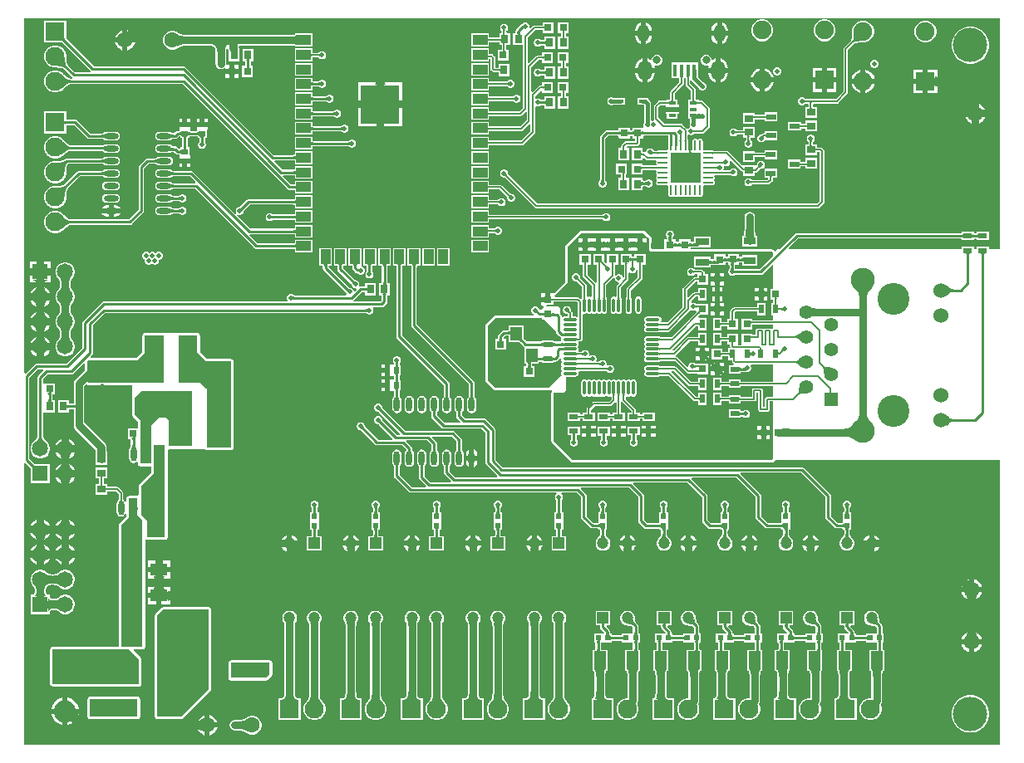
<source format=gtl>
G04*
G04 #@! TF.GenerationSoftware,Altium Limited,Altium Designer,22.11.1 (43)*
G04*
G04 Layer_Physical_Order=1*
G04 Layer_Color=255*
%FSLAX44Y44*%
%MOMM*%
G71*
G04*
G04 #@! TF.SameCoordinates,F8BDC5C1-D14C-489C-B73B-B84716E4099B*
G04*
G04*
G04 #@! TF.FilePolarity,Positive*
G04*
G01*
G75*
%ADD13C,0.2540*%
%ADD14C,0.1524*%
%ADD21R,0.8000X0.8000*%
%ADD22O,1.5000X0.6000*%
%ADD23R,0.6400X0.6000*%
%ADD24R,0.9000X0.5500*%
%ADD25O,0.6000X1.4500*%
%ADD26R,0.6000X0.6400*%
%ADD27R,2.1000X1.5500*%
%ADD28C,1.6000*%
%ADD29R,1.2000X1.8500*%
%ADD30R,0.5500X0.5500*%
%ADD31O,0.2500X1.0500*%
%ADD32R,3.1300X3.1300*%
%ADD33O,1.0500X0.2500*%
%ADD34R,0.5500X0.9000*%
%ADD35R,0.5500X0.5500*%
%ADD36R,1.8000X1.3000*%
%ADD37R,2.3000X1.9500*%
%ADD38R,1.5500X3.2100*%
%ADD39R,1.3400X0.8000*%
%ADD40R,0.8000X0.9500*%
%ADD41R,4.0000X4.0000*%
%ADD42R,1.5000X1.0000*%
%ADD43R,1.0000X1.5000*%
%ADD44R,0.8000X0.8000*%
%ADD45R,0.4500X1.3000*%
%ADD46R,2.1500X5.5000*%
%ADD47R,1.7500X4.5000*%
%ADD48R,1.2500X0.8000*%
%ADD49O,1.4500X0.3000*%
%ADD50O,0.3000X1.4500*%
%ADD51R,0.8000X0.4000*%
%ADD52R,0.9500X0.8000*%
%ADD53R,1.0000X0.6000*%
%ADD54R,1.2700X1.3970*%
%ADD55R,1.1500X1.4000*%
%ADD112C,0.7620*%
%ADD113C,0.3810*%
%ADD114C,0.5080*%
%ADD115C,1.9500*%
%ADD116R,1.9500X1.9500*%
%ADD117C,1.2000*%
%ADD118R,1.2000X1.2000*%
%ADD119R,1.9500X1.9500*%
%ADD120C,3.5052*%
%ADD121R,1.9050X1.9050*%
%ADD122C,1.9050*%
%ADD123R,1.3980X1.3980*%
%ADD124C,1.3980*%
%ADD125C,1.5300*%
%ADD126C,3.2500*%
%ADD127C,2.4450*%
%ADD128R,2.2500X2.2500*%
%ADD129C,2.2500*%
%ADD130C,1.6500*%
%ADD131R,1.6500X1.6500*%
%ADD132O,1.4500X2.0000*%
%ADD133O,1.1500X1.8000*%
%ADD134C,0.8000*%
%ADD135C,0.5000*%
G36*
X918599Y1044591D02*
X918517Y1044469D01*
X918445Y1044329D01*
X918383Y1044170D01*
X918330Y1043992D01*
X918287Y1043796D01*
X918253Y1043582D01*
X918229Y1043349D01*
X918210Y1042827D01*
X915670D01*
X915665Y1043097D01*
X915627Y1043582D01*
X915593Y1043796D01*
X915550Y1043992D01*
X915497Y1044170D01*
X915435Y1044329D01*
X915363Y1044469D01*
X915281Y1044591D01*
X915190Y1044695D01*
X918690D01*
X918599Y1044591D01*
D02*
G37*
G36*
X1231271Y1042550D02*
X1231245Y1042791D01*
X1231168Y1043007D01*
X1231040Y1043198D01*
X1230860Y1043363D01*
X1230628Y1043503D01*
X1230346Y1043617D01*
X1230011Y1043706D01*
X1229626Y1043769D01*
X1229189Y1043807D01*
X1228700Y1043820D01*
Y1046360D01*
X1229189Y1046373D01*
X1229626Y1046411D01*
X1230011Y1046474D01*
X1230346Y1046563D01*
X1230628Y1046677D01*
X1230860Y1046817D01*
X1231040Y1046982D01*
X1231168Y1047173D01*
X1231245Y1047389D01*
X1231271Y1047630D01*
Y1042550D01*
D02*
G37*
G36*
X1224935Y1047389D02*
X1225012Y1047173D01*
X1225140Y1046982D01*
X1225320Y1046817D01*
X1225552Y1046677D01*
X1225834Y1046563D01*
X1226169Y1046474D01*
X1226554Y1046411D01*
X1226991Y1046373D01*
X1227479Y1046360D01*
Y1043820D01*
X1226991Y1043807D01*
X1226554Y1043769D01*
X1226169Y1043706D01*
X1225834Y1043617D01*
X1225552Y1043503D01*
X1225320Y1043363D01*
X1225140Y1043198D01*
X1225012Y1043007D01*
X1224935Y1042791D01*
X1224909Y1042550D01*
Y1047630D01*
X1224935Y1047389D01*
D02*
G37*
G36*
X1216031Y1042550D02*
X1216005Y1042791D01*
X1215928Y1043007D01*
X1215800Y1043198D01*
X1215620Y1043363D01*
X1215388Y1043503D01*
X1215106Y1043617D01*
X1214771Y1043706D01*
X1214386Y1043769D01*
X1213949Y1043807D01*
X1213460Y1043820D01*
Y1046360D01*
X1213949Y1046373D01*
X1214386Y1046411D01*
X1214771Y1046474D01*
X1215106Y1046563D01*
X1215388Y1046677D01*
X1215620Y1046817D01*
X1215800Y1046982D01*
X1215928Y1047173D01*
X1216005Y1047389D01*
X1216031Y1047630D01*
Y1042550D01*
D02*
G37*
G36*
X1253181Y1031240D02*
X1241734D01*
Y1034364D01*
X1229686D01*
Y1031240D01*
X1226494D01*
Y1034364D01*
X1214446D01*
Y1031240D01*
X1038198D01*
X1037712Y1032413D01*
X1047540Y1042241D01*
X1213260D01*
X1213418Y1042171D01*
X1213856Y1042160D01*
X1214180Y1042131D01*
X1214425Y1042091D01*
X1214446Y1042085D01*
Y1040816D01*
X1226494D01*
Y1042085D01*
X1226515Y1042091D01*
X1226760Y1042131D01*
X1227085Y1042160D01*
X1227522Y1042171D01*
X1227680Y1042241D01*
X1228500D01*
X1228658Y1042171D01*
X1229096Y1042160D01*
X1229420Y1042131D01*
X1229665Y1042091D01*
X1229686Y1042085D01*
Y1040816D01*
X1241734D01*
Y1049364D01*
X1229686D01*
Y1048095D01*
X1229665Y1048089D01*
X1229420Y1048049D01*
X1229096Y1048020D01*
X1228658Y1048009D01*
X1228500Y1047939D01*
X1227680D01*
X1227522Y1048009D01*
X1227085Y1048020D01*
X1226760Y1048049D01*
X1226516Y1048089D01*
X1226494Y1048095D01*
Y1049364D01*
X1214446D01*
Y1048095D01*
X1214425Y1048089D01*
X1214180Y1048049D01*
X1213856Y1048020D01*
X1213418Y1048009D01*
X1213260Y1047939D01*
X1046360D01*
X1046360Y1047939D01*
X1045270Y1047722D01*
X1044346Y1047104D01*
X1044346Y1047104D01*
X1028481Y1031240D01*
X1026160D01*
X1024181Y1029261D01*
X1022911Y1030531D01*
X1022071Y1031093D01*
X1021080Y1031290D01*
X937704D01*
Y1033071D01*
X937745Y1033082D01*
X937983Y1033122D01*
X938301Y1033150D01*
X938733Y1033161D01*
X938891Y1033231D01*
X940580D01*
X940751Y1033160D01*
X940765Y1033167D01*
X940780Y1033161D01*
X942405Y1033190D01*
X942449Y1033208D01*
X942493Y1033194D01*
X943001Y1033230D01*
X943004Y1033231D01*
X944380D01*
X944380Y1033231D01*
X945409Y1033436D01*
X958184D01*
Y1044484D01*
X941736D01*
Y1039086D01*
X941709Y1039079D01*
X941466Y1039039D01*
X941143Y1039010D01*
X940707Y1038999D01*
X940550Y1038929D01*
X938891D01*
X938733Y1038999D01*
X938301Y1039010D01*
X937983Y1039038D01*
X937745Y1039078D01*
X937704Y1039089D01*
Y1041604D01*
X926656D01*
Y1039085D01*
X926635Y1039079D01*
X926390Y1039039D01*
X926066Y1039010D01*
X925628Y1038999D01*
X925470Y1038929D01*
X923651D01*
X923493Y1038999D01*
X923061Y1039010D01*
X922743Y1039038D01*
X922505Y1039078D01*
X922464Y1039089D01*
Y1041604D01*
X920372D01*
X919889Y1042698D01*
X919861Y1042839D01*
X919876Y1043234D01*
X919890Y1043370D01*
X919909Y1043491D01*
X919928Y1043579D01*
X919944Y1043632D01*
X919947Y1043639D01*
X919970Y1043674D01*
X919974Y1043695D01*
X919985Y1043717D01*
X919990Y1043775D01*
X919996Y1043804D01*
X920017Y1043866D01*
X920351Y1044201D01*
X920964Y1045680D01*
Y1047280D01*
X920351Y1048759D01*
X919219Y1049891D01*
X917740Y1050504D01*
X916140D01*
X914661Y1049891D01*
X913529Y1048759D01*
X912916Y1047280D01*
Y1045680D01*
X913529Y1044201D01*
X913863Y1043866D01*
X913884Y1043804D01*
X913890Y1043775D01*
X913895Y1043717D01*
X913906Y1043695D01*
X913910Y1043674D01*
X913933Y1043639D01*
X913936Y1043632D01*
X913952Y1043579D01*
X913971Y1043491D01*
X913987Y1043389D01*
X914017Y1043017D01*
X914020Y1042839D01*
X914011Y1042774D01*
X913517Y1041604D01*
X911416D01*
Y1031290D01*
X898585D01*
X898266Y1031609D01*
Y1042344D01*
X898069Y1043335D01*
X897507Y1044175D01*
X895971Y1045711D01*
X892101Y1049581D01*
X891261Y1050143D01*
X890270Y1050340D01*
X826770Y1050340D01*
X825779Y1050143D01*
X824939Y1049581D01*
X810969Y1035611D01*
X810407Y1034771D01*
X810210Y1033780D01*
Y998023D01*
X799875Y987688D01*
X799020Y986860D01*
Y986860D01*
X799020Y986860D01*
X795020D01*
Y980320D01*
X792480D01*
Y977780D01*
X785940D01*
Y973780D01*
X787101D01*
X787944Y973608D01*
X788224Y972374D01*
X785453Y969603D01*
X785229Y969479D01*
X785208Y969471D01*
X784951Y969453D01*
X783804Y969810D01*
X783191Y971289D01*
X782059Y972421D01*
X780580Y973034D01*
X778980D01*
X777501Y972421D01*
X776369Y971289D01*
X775756Y969810D01*
Y968210D01*
X776369Y966731D01*
X777501Y965599D01*
X778343Y965250D01*
X778090Y963980D01*
X739140D01*
X738149Y963783D01*
X737309Y963221D01*
X729689Y955601D01*
X729127Y954761D01*
X728930Y953770D01*
Y897890D01*
X729127Y896899D01*
X729689Y896059D01*
X737309Y888439D01*
X738149Y887877D01*
X739140Y887680D01*
X793750D01*
X794741Y887877D01*
X795581Y888439D01*
X796999Y887021D01*
X796437Y886181D01*
X796240Y885190D01*
Y835660D01*
X796437Y834669D01*
X796999Y833829D01*
X816049Y814779D01*
X816889Y814217D01*
X817880Y814020D01*
X1021080Y814020D01*
X1022071Y814217D01*
X1022911Y814779D01*
X1024181Y816049D01*
X1024556Y816610D01*
X1253181D01*
Y526089D01*
X259389D01*
Y813017D01*
X260659Y813542D01*
X264308Y809893D01*
X264367Y809736D01*
X265266Y808769D01*
X265557Y808407D01*
X265776Y808096D01*
X265816Y808026D01*
Y807423D01*
X265751Y807267D01*
X265804Y807139D01*
X265772Y807004D01*
X265816Y806934D01*
Y792866D01*
X285364D01*
Y812414D01*
X271296D01*
X271226Y812458D01*
X271091Y812426D01*
X270963Y812479D01*
X270807Y812414D01*
X270204D01*
X270134Y812455D01*
X269841Y812660D01*
X269002Y813373D01*
X268517Y813842D01*
X268352Y813907D01*
X264469Y817790D01*
Y900520D01*
X272960Y909011D01*
X278347D01*
X278873Y907741D01*
X273576Y902444D01*
X272958Y901520D01*
X272741Y900430D01*
X272741Y900430D01*
Y841400D01*
X272675Y841271D01*
X272640Y840811D01*
X272551Y840414D01*
X272386Y839945D01*
X272135Y839410D01*
X271793Y838814D01*
X271356Y838166D01*
X270836Y837481D01*
X269464Y835924D01*
X268641Y835091D01*
X268520Y834792D01*
X267769Y834041D01*
X266482Y831813D01*
X265816Y829327D01*
Y826753D01*
X266482Y824267D01*
X267769Y822039D01*
X269589Y820219D01*
X271817Y818932D01*
X274303Y818266D01*
X276877D01*
X279363Y818932D01*
X281591Y820219D01*
X283411Y822039D01*
X284698Y824267D01*
X285364Y826753D01*
Y829327D01*
X284698Y831813D01*
X283411Y834041D01*
X282660Y834792D01*
X282539Y835091D01*
X281716Y835924D01*
X280344Y837481D01*
X279824Y838165D01*
X279388Y838814D01*
X279045Y839410D01*
X278794Y839945D01*
X278629Y840414D01*
X278540Y840811D01*
X278505Y841271D01*
X278439Y841400D01*
Y864626D01*
X279576Y864946D01*
X279709Y864946D01*
X290624D01*
Y877494D01*
X287995D01*
X287989Y877515D01*
X287949Y877760D01*
X287920Y878084D01*
X287909Y878522D01*
X287839Y878680D01*
Y882290D01*
X287909Y882448D01*
X287920Y882886D01*
X287949Y883210D01*
X287989Y883455D01*
X287995Y883476D01*
X290514D01*
Y894524D01*
X279709D01*
X279466Y894524D01*
X278439Y895110D01*
Y899250D01*
X283120Y903931D01*
X307340D01*
X307340Y903931D01*
X308430Y904148D01*
X309354Y904766D01*
X320087Y915498D01*
X321260Y915012D01*
Y908071D01*
X311114Y897926D01*
X309935Y896161D01*
X309522Y894080D01*
Y874069D01*
X305811D01*
X305653Y874139D01*
X305221Y874150D01*
X304903Y874178D01*
X304665Y874218D01*
X304624Y874229D01*
Y877494D01*
X293576D01*
Y864946D01*
X304624D01*
Y868211D01*
X304665Y868222D01*
X304903Y868262D01*
X305221Y868290D01*
X305653Y868301D01*
X305811Y868371D01*
X309522D01*
Y852170D01*
X309935Y850089D01*
X311114Y848324D01*
X332323Y827115D01*
X332280Y825046D01*
X332143Y823319D01*
X332064Y822784D01*
X331546D01*
Y821459D01*
X331451Y821229D01*
X331546Y821000D01*
Y811736D01*
X344094D01*
Y821000D01*
X344189Y821229D01*
X344094Y821459D01*
Y822784D01*
X343589D01*
X343288Y827460D01*
X343280Y828860D01*
X343259Y828910D01*
Y829310D01*
X342845Y831391D01*
X341666Y833156D01*
X320398Y854423D01*
Y869950D01*
Y891827D01*
X322689Y894118D01*
X323289Y893519D01*
X324129Y892957D01*
X325120Y892760D01*
X337773D01*
X338764Y892957D01*
X338805Y892974D01*
X339375D01*
X339416Y892957D01*
X340407Y892760D01*
X369570D01*
Y880360D01*
X369520Y880110D01*
Y862330D01*
X369717Y861339D01*
X370279Y860499D01*
X374845Y855933D01*
Y848804D01*
X364815D01*
Y837756D01*
X367454D01*
X367460Y837735D01*
X367500Y837490D01*
X367529Y837166D01*
X367540Y836728D01*
X367610Y836570D01*
Y831940D01*
X367540Y831777D01*
X367528Y831113D01*
X367495Y830565D01*
X367444Y830113D01*
X367410Y829923D01*
X367197Y829782D01*
X366854Y829268D01*
X366777Y829236D01*
X366726Y829112D01*
X366611Y829043D01*
X366559Y828826D01*
X366198Y828285D01*
X365846Y826520D01*
Y818020D01*
X366198Y816255D01*
X367197Y814758D01*
X368694Y813758D01*
X370459Y813407D01*
X372224Y813758D01*
X373575Y814661D01*
X374213Y814494D01*
X374845Y814155D01*
Y812800D01*
X375042Y811809D01*
X375603Y810969D01*
X376443Y810407D01*
X377435Y810210D01*
X388570D01*
Y803713D01*
X376629Y791771D01*
X376067Y790931D01*
X375870Y789940D01*
Y780882D01*
X374656Y779835D01*
X374600Y779830D01*
X365760D01*
X364769Y779633D01*
X363929Y779071D01*
X363367Y778231D01*
X363170Y777240D01*
Y774176D01*
X362643Y773997D01*
X361900Y773965D01*
X361021Y775282D01*
X360465Y775653D01*
X360431Y775736D01*
X360212Y775827D01*
X360176Y776183D01*
X360170Y776473D01*
X360090Y776657D01*
Y782701D01*
X359912Y783593D01*
X359407Y784349D01*
X355328Y788428D01*
X354572Y788933D01*
X353680Y789111D01*
X344286D01*
X344106Y789191D01*
X344094Y789191D01*
Y792304D01*
X340231D01*
X340231Y792317D01*
X340151Y792497D01*
Y797544D01*
X340231Y797724D01*
X340231Y797736D01*
X344094D01*
Y808784D01*
X331546D01*
Y797736D01*
X335409D01*
X335409Y797724D01*
X335489Y797544D01*
Y792497D01*
X335409Y792317D01*
X335409Y792304D01*
X331546D01*
Y781256D01*
X344094D01*
Y784369D01*
X344106Y784369D01*
X344286Y784449D01*
X352715D01*
X355428Y781736D01*
Y776657D01*
X355348Y776473D01*
X355341Y776159D01*
X355325Y775932D01*
X355312Y775829D01*
X355087Y775736D01*
X355053Y775653D01*
X354497Y775282D01*
X353498Y773785D01*
X353146Y772020D01*
Y763520D01*
X353498Y761755D01*
X354497Y760258D01*
X355994Y759258D01*
X357759Y758907D01*
X359524Y759258D01*
X361021Y760258D01*
X361900Y761575D01*
X362643Y761543D01*
X363170Y761364D01*
Y759263D01*
X356309Y752401D01*
X355747Y751561D01*
X355550Y750570D01*
Y626160D01*
X288290D01*
X287299Y625963D01*
X286459Y625401D01*
X285897Y624561D01*
X285700Y623570D01*
Y588399D01*
X285897Y587408D01*
X286459Y586568D01*
X287299Y586007D01*
X287299Y586007D01*
X288472Y585521D01*
X288472Y585521D01*
X289463Y585324D01*
X289949Y585420D01*
X375920D01*
X376911Y585617D01*
X377751Y586179D01*
X378313Y587019D01*
X378510Y588010D01*
Y613410D01*
X378313Y614401D01*
X377751Y615241D01*
X370646Y622347D01*
X371132Y623520D01*
X379730D01*
X380721Y623717D01*
X381561Y624279D01*
X382123Y625119D01*
X382320Y626110D01*
Y734952D01*
X383590Y735630D01*
X383819Y735477D01*
X384810Y735280D01*
X402590D01*
X403581Y735477D01*
X404421Y736039D01*
X404983Y736879D01*
X405180Y737870D01*
Y826938D01*
X406400Y827990D01*
X430530D01*
Y827479D01*
X443939D01*
X444779Y826917D01*
X445770Y826720D01*
X469900D01*
X470891Y826917D01*
X471731Y827479D01*
X472293Y828319D01*
X472490Y829310D01*
Y916940D01*
X472293Y917931D01*
X471731Y918771D01*
X470891Y919333D01*
X469900Y919530D01*
X445573D01*
X438200Y926903D01*
Y943610D01*
X438003Y944601D01*
X437441Y945441D01*
X436601Y946003D01*
X435610Y946200D01*
X416560D01*
X416310Y946150D01*
X401570D01*
X401320Y946200D01*
X382270D01*
X381279Y946003D01*
X380439Y945441D01*
X379877Y944601D01*
X379680Y943610D01*
Y926903D01*
X373577Y920800D01*
X327048D01*
X326562Y921973D01*
X328404Y923816D01*
X328404Y923816D01*
X329022Y924740D01*
X329239Y925830D01*
Y953860D01*
X341540Y966161D01*
X607004D01*
X607156Y966092D01*
X607624Y966074D01*
X607760Y966060D01*
X607881Y966041D01*
X607969Y966022D01*
X608022Y966006D01*
X608029Y966003D01*
X608064Y965980D01*
X608085Y965976D01*
X608107Y965965D01*
X608165Y965960D01*
X608194Y965954D01*
X608256Y965933D01*
X608591Y965599D01*
X610070Y964986D01*
X611670D01*
X613149Y965599D01*
X614281Y966731D01*
X614894Y968210D01*
Y969810D01*
X614281Y971289D01*
X614856Y972511D01*
X623570D01*
X623570Y972511D01*
X624660Y972728D01*
X625584Y973346D01*
X628124Y975886D01*
X628124Y975886D01*
X628742Y976810D01*
X628959Y977900D01*
Y983140D01*
X629029Y983298D01*
X629040Y983736D01*
X629069Y984060D01*
X629109Y984305D01*
X629115Y984326D01*
X631634D01*
Y996874D01*
X629235D01*
X629229Y996895D01*
X629189Y997140D01*
X629160Y997465D01*
X629149Y997902D01*
X629079Y998060D01*
Y1013409D01*
X629149Y1013567D01*
X629160Y1013999D01*
X629188Y1014317D01*
X629228Y1014555D01*
X629239Y1014596D01*
X632754D01*
Y1032644D01*
X619706D01*
Y1014596D01*
X623221D01*
X623232Y1014555D01*
X623272Y1014317D01*
X623300Y1013999D01*
X623311Y1013567D01*
X623381Y1013409D01*
Y998060D01*
X623311Y997902D01*
X623300Y997465D01*
X623271Y997140D01*
X623231Y996896D01*
X623225Y996874D01*
X620586D01*
Y984326D01*
X623105D01*
X623111Y984305D01*
X623151Y984060D01*
X623180Y983736D01*
X623191Y983298D01*
X623261Y983140D01*
Y979080D01*
X622390Y978209D01*
X595165D01*
X594780Y979479D01*
X595104Y979696D01*
X603160Y987751D01*
X605399D01*
X605557Y987681D01*
X605989Y987670D01*
X606307Y987642D01*
X606545Y987602D01*
X606586Y987591D01*
Y984326D01*
X617634D01*
Y996874D01*
X606586D01*
Y993609D01*
X606545Y993598D01*
X606307Y993558D01*
X605989Y993530D01*
X605557Y993519D01*
X605399Y993449D01*
X601980D01*
X601980Y993449D01*
X601448Y993343D01*
X600506Y994386D01*
X600710Y994880D01*
Y996480D01*
X600097Y997959D01*
X598965Y999091D01*
X597486Y999704D01*
X597014D01*
X596954Y999733D01*
X596930Y999749D01*
X596885Y999787D01*
X596862Y999795D01*
X596844Y999807D01*
X596803Y999815D01*
X596797Y999818D01*
X596748Y999844D01*
X596672Y999893D01*
X596588Y999954D01*
X596304Y1000196D01*
X596146Y1000348D01*
X595982Y1000413D01*
X584079Y1012316D01*
Y1013410D01*
X584149Y1013568D01*
X584160Y1014006D01*
X584189Y1014330D01*
X584229Y1014575D01*
X584235Y1014596D01*
X587754D01*
Y1032644D01*
X574706D01*
Y1014596D01*
X578225D01*
X578231Y1014575D01*
X578271Y1014330D01*
X578300Y1014006D01*
X578311Y1013568D01*
X578381Y1013410D01*
Y1011136D01*
X578381Y1011136D01*
X578598Y1010046D01*
X579216Y1009122D01*
X591938Y996400D01*
X591996Y996243D01*
X592315Y995900D01*
X592401Y995794D01*
X592473Y995694D01*
X592522Y995618D01*
X592548Y995570D01*
X592551Y995563D01*
X592559Y995522D01*
X592571Y995504D01*
X592579Y995481D01*
X592617Y995436D01*
X592633Y995412D01*
X592662Y995352D01*
Y994880D01*
X593275Y993401D01*
X594407Y992269D01*
X595886Y991656D01*
X597211D01*
X597721Y990864D01*
X597834Y990483D01*
X595961Y988610D01*
X594679Y989124D01*
X594175Y990339D01*
X593043Y991471D01*
X591564Y992084D01*
X590880D01*
X590806Y992115D01*
X590804Y992116D01*
X590740Y992166D01*
X590704Y992176D01*
X590686Y992187D01*
X590661Y992190D01*
X590631Y992205D01*
X590563Y992247D01*
X590488Y992300D01*
X590212Y992532D01*
X590057Y992681D01*
X590015Y992698D01*
X589995Y992738D01*
X589853Y992785D01*
X569313Y1013326D01*
X569578Y1014596D01*
X572754D01*
Y1032644D01*
X559706D01*
Y1014596D01*
X563225D01*
X563231Y1014575D01*
X563271Y1014330D01*
X563300Y1014006D01*
X563311Y1013568D01*
X563381Y1013410D01*
Y1012380D01*
X563381Y1012380D01*
X563598Y1011290D01*
X564216Y1010366D01*
X585994Y988587D01*
X586059Y988422D01*
X586216Y988260D01*
X586469Y987969D01*
X586538Y987877D01*
X586595Y987792D01*
X586628Y987734D01*
X586640Y987711D01*
X586652Y987662D01*
X586664Y987645D01*
X586670Y987631D01*
X586697Y987602D01*
X586729Y987558D01*
X586740Y987539D01*
Y987260D01*
X587353Y985781D01*
X586778Y984559D01*
X534726D01*
X534574Y984629D01*
X534106Y984646D01*
X533970Y984660D01*
X533849Y984679D01*
X533761Y984698D01*
X533708Y984714D01*
X533701Y984717D01*
X533666Y984740D01*
X533645Y984744D01*
X533623Y984755D01*
X533565Y984760D01*
X533536Y984766D01*
X533474Y984787D01*
X533139Y985121D01*
X531660Y985734D01*
X530060D01*
X528581Y985121D01*
X527449Y983989D01*
X526836Y982510D01*
Y980910D01*
X527449Y979431D01*
X526874Y978209D01*
X340360D01*
X339270Y977992D01*
X338346Y977374D01*
X338346Y977374D01*
X319296Y958324D01*
X318678Y957400D01*
X318461Y956310D01*
X318461Y956310D01*
Y930820D01*
X302350Y914709D01*
X271780D01*
X270690Y914492D01*
X269766Y913874D01*
X269766Y913874D01*
X260659Y904768D01*
X259389Y905294D01*
Y1267151D01*
X1253181D01*
Y1031240D01*
D02*
G37*
G36*
X918223Y1042101D02*
X918261Y1041664D01*
X918324Y1041279D01*
X918413Y1040944D01*
X918528Y1040662D01*
X918667Y1040430D01*
X918832Y1040250D01*
X919023Y1040122D01*
X919239Y1040045D01*
X919480Y1040019D01*
X914400D01*
X914641Y1040045D01*
X914857Y1040122D01*
X915048Y1040250D01*
X915213Y1040430D01*
X915352Y1040662D01*
X915467Y1040944D01*
X915556Y1041279D01*
X915619Y1041664D01*
X915657Y1042101D01*
X915670Y1042589D01*
X918210D01*
X918223Y1042101D01*
D02*
G37*
G36*
X943290Y1034990D02*
X943265Y1034956D01*
X943189Y1034926D01*
X943062Y1034898D01*
X942884Y1034875D01*
X942376Y1034839D01*
X940751Y1034810D01*
Y1037350D01*
X941237Y1037363D01*
X941673Y1037401D01*
X942057Y1037464D01*
X942391Y1037553D01*
X942673Y1037667D01*
X942905Y1037807D01*
X943085Y1037972D01*
X943215Y1038163D01*
X943293Y1038379D01*
X943321Y1038620D01*
X943290Y1034990D01*
D02*
G37*
G36*
X936175Y1038379D02*
X936251Y1038163D01*
X936378Y1037972D01*
X936556Y1037807D01*
X936785Y1037667D01*
X937064Y1037553D01*
X937394Y1037464D01*
X937775Y1037401D01*
X938207Y1037363D01*
X938689Y1037350D01*
Y1034810D01*
X938207Y1034797D01*
X937775Y1034759D01*
X937394Y1034696D01*
X937064Y1034607D01*
X936785Y1034492D01*
X936556Y1034353D01*
X936378Y1034188D01*
X936251Y1033997D01*
X936175Y1033781D01*
X936150Y1033540D01*
Y1038620D01*
X936175Y1038379D01*
D02*
G37*
G36*
X928241Y1033540D02*
X928215Y1033781D01*
X928138Y1033997D01*
X928010Y1034188D01*
X927830Y1034353D01*
X927598Y1034492D01*
X927316Y1034607D01*
X926981Y1034696D01*
X926596Y1034759D01*
X926159Y1034797D01*
X925670Y1034810D01*
Y1037350D01*
X926159Y1037363D01*
X926596Y1037401D01*
X926981Y1037464D01*
X927316Y1037553D01*
X927598Y1037667D01*
X927830Y1037807D01*
X928010Y1037972D01*
X928138Y1038163D01*
X928215Y1038379D01*
X928241Y1038620D01*
Y1033540D01*
D02*
G37*
G36*
X920935Y1038379D02*
X921011Y1038163D01*
X921138Y1037972D01*
X921316Y1037807D01*
X921544Y1037667D01*
X921824Y1037553D01*
X922154Y1037464D01*
X922535Y1037401D01*
X922967Y1037363D01*
X923449Y1037350D01*
Y1034810D01*
X922967Y1034797D01*
X922535Y1034759D01*
X922154Y1034696D01*
X921824Y1034607D01*
X921544Y1034492D01*
X921316Y1034353D01*
X921138Y1034188D01*
X921011Y1033997D01*
X920935Y1033781D01*
X920910Y1033540D01*
Y1038620D01*
X920935Y1038379D01*
D02*
G37*
G36*
X1238009Y1027375D02*
X1237793Y1027298D01*
X1237602Y1027170D01*
X1237437Y1026990D01*
X1237298Y1026758D01*
X1237183Y1026476D01*
X1237094Y1026141D01*
X1237031Y1025756D01*
X1236993Y1025319D01*
X1236980Y1024830D01*
X1234440D01*
X1234427Y1025319D01*
X1234389Y1025756D01*
X1234326Y1026141D01*
X1234237Y1026476D01*
X1234122Y1026758D01*
X1233983Y1026990D01*
X1233818Y1027170D01*
X1233627Y1027298D01*
X1233411Y1027375D01*
X1233170Y1027401D01*
X1238250D01*
X1238009Y1027375D01*
D02*
G37*
G36*
X1222769D02*
X1222553Y1027298D01*
X1222362Y1027170D01*
X1222197Y1026990D01*
X1222057Y1026758D01*
X1221943Y1026476D01*
X1221854Y1026141D01*
X1221791Y1025756D01*
X1221753Y1025319D01*
X1221740Y1024830D01*
X1219200D01*
X1219187Y1025319D01*
X1219149Y1025756D01*
X1219086Y1026141D01*
X1218997Y1026476D01*
X1218883Y1026758D01*
X1218743Y1026990D01*
X1218578Y1027170D01*
X1218387Y1027298D01*
X1218171Y1027375D01*
X1217930Y1027401D01*
X1223010D01*
X1222769Y1027375D01*
D02*
G37*
G36*
X882490Y1018660D02*
X882465Y1018901D01*
X882389Y1019117D01*
X882262Y1019308D01*
X882084Y1019473D01*
X881855Y1019613D01*
X881576Y1019727D01*
X881246Y1019816D01*
X880865Y1019879D01*
X880433Y1019917D01*
X879950Y1019930D01*
Y1022470D01*
X880433Y1022483D01*
X880865Y1022521D01*
X881246Y1022584D01*
X881576Y1022673D01*
X881855Y1022787D01*
X882084Y1022927D01*
X882262Y1023092D01*
X882389Y1023283D01*
X882465Y1023499D01*
X882490Y1023740D01*
Y1018660D01*
D02*
G37*
G36*
X876455Y1023499D02*
X876532Y1023283D01*
X876660Y1023092D01*
X876840Y1022927D01*
X877072Y1022787D01*
X877354Y1022673D01*
X877689Y1022584D01*
X878074Y1022521D01*
X878511Y1022483D01*
X878999Y1022470D01*
Y1019930D01*
X878511Y1019917D01*
X878074Y1019879D01*
X877689Y1019816D01*
X877354Y1019727D01*
X877072Y1019613D01*
X876840Y1019473D01*
X876660Y1019308D01*
X876532Y1019117D01*
X876455Y1018901D01*
X876429Y1018660D01*
Y1023740D01*
X876455Y1023499D01*
D02*
G37*
G36*
X992031Y1018420D02*
X992005Y1018661D01*
X991928Y1018877D01*
X991800Y1019068D01*
X991620Y1019233D01*
X991388Y1019372D01*
X991106Y1019487D01*
X990771Y1019576D01*
X990386Y1019639D01*
X989949Y1019677D01*
X989461Y1019690D01*
Y1022230D01*
X989949Y1022243D01*
X990386Y1022281D01*
X990771Y1022344D01*
X991106Y1022433D01*
X991388Y1022548D01*
X991620Y1022687D01*
X991800Y1022852D01*
X991928Y1023043D01*
X992005Y1023259D01*
X992031Y1023500D01*
Y1018420D01*
D02*
G37*
G36*
X985675Y1023259D02*
X985752Y1023043D01*
X985880Y1022852D01*
X986060Y1022687D01*
X986292Y1022548D01*
X986574Y1022433D01*
X986909Y1022344D01*
X987294Y1022281D01*
X987731Y1022243D01*
X988220Y1022230D01*
Y1019690D01*
X987731Y1019677D01*
X987294Y1019639D01*
X986909Y1019576D01*
X986574Y1019487D01*
X986292Y1019372D01*
X986060Y1019233D01*
X985880Y1019068D01*
X985752Y1018877D01*
X985675Y1018661D01*
X985649Y1018420D01*
Y1023500D01*
X985675Y1023259D01*
D02*
G37*
G36*
X977740Y1018420D02*
X977715Y1018661D01*
X977639Y1018877D01*
X977512Y1019068D01*
X977334Y1019233D01*
X977105Y1019372D01*
X976826Y1019487D01*
X976496Y1019576D01*
X976115Y1019639D01*
X975683Y1019677D01*
X975201Y1019690D01*
Y1022230D01*
X975683Y1022243D01*
X976115Y1022281D01*
X976496Y1022344D01*
X976826Y1022433D01*
X977105Y1022548D01*
X977334Y1022687D01*
X977512Y1022852D01*
X977639Y1023043D01*
X977715Y1023259D01*
X977740Y1023500D01*
Y1018420D01*
D02*
G37*
G36*
X971705Y1023259D02*
X971782Y1023043D01*
X971910Y1022852D01*
X972090Y1022687D01*
X972322Y1022548D01*
X972604Y1022433D01*
X972939Y1022344D01*
X973324Y1022281D01*
X973761Y1022243D01*
X974249Y1022230D01*
Y1019690D01*
X973761Y1019677D01*
X973324Y1019639D01*
X972939Y1019576D01*
X972604Y1019487D01*
X972322Y1019372D01*
X972090Y1019233D01*
X971910Y1019068D01*
X971782Y1018877D01*
X971705Y1018661D01*
X971679Y1018420D01*
Y1023500D01*
X971705Y1023259D01*
D02*
G37*
G36*
X887333Y1020251D02*
X887309Y1020152D01*
X887289Y1020006D01*
X887256Y1019569D01*
X887222Y1017644D01*
X885698D01*
X885561Y1020303D01*
X887359D01*
X887333Y1020251D01*
D02*
G37*
G36*
X873363D02*
X873339Y1020152D01*
X873319Y1020006D01*
X873286Y1019569D01*
X873252Y1017644D01*
X871728D01*
X871591Y1020303D01*
X873389D01*
X873363Y1020251D01*
D02*
G37*
G36*
X963771Y1016991D02*
X963745Y1017009D01*
X963669Y1017026D01*
X963542Y1017041D01*
X963136Y1017065D01*
X961230Y1017090D01*
Y1019630D01*
X961713Y1019643D01*
X962145Y1019681D01*
X962526Y1019744D01*
X962856Y1019833D01*
X963136Y1019948D01*
X963364Y1020087D01*
X963542Y1020252D01*
X963669Y1020443D01*
X963745Y1020659D01*
X963771Y1020900D01*
Y1016991D01*
D02*
G37*
G36*
X848406Y1019270D02*
X848366Y1019132D01*
X848369Y1018972D01*
X848415Y1018790D01*
X848504Y1018585D01*
X848637Y1018359D01*
X848812Y1018110D01*
X849031Y1017839D01*
X849597Y1017231D01*
X848520Y1016153D01*
X848204Y1016458D01*
X847640Y1016938D01*
X847392Y1017113D01*
X847165Y1017246D01*
X846960Y1017335D01*
X846778Y1017381D01*
X846618Y1017384D01*
X846480Y1017344D01*
X846364Y1017261D01*
X848489Y1019386D01*
X848406Y1019270D01*
D02*
G37*
G36*
X956625Y1020659D02*
X956702Y1020443D01*
X956830Y1020252D01*
X957010Y1020087D01*
X957242Y1019948D01*
X957524Y1019833D01*
X957859Y1019744D01*
X958244Y1019681D01*
X958681Y1019643D01*
X959169Y1019630D01*
Y1017090D01*
X958681Y1017077D01*
X958244Y1017039D01*
X957859Y1016976D01*
X957524Y1016887D01*
X957242Y1016773D01*
X957010Y1016633D01*
X956830Y1016468D01*
X956702Y1016277D01*
X956625Y1016061D01*
X956599Y1015820D01*
Y1020900D01*
X956625Y1020659D01*
D02*
G37*
G36*
X887839Y1017245D02*
X887710Y1017199D01*
X887595Y1017121D01*
X887496Y1017012D01*
X887412Y1016872D01*
X887344Y1016701D01*
X887291Y1016499D01*
X887253Y1016266D01*
X887230Y1016002D01*
X887222Y1015706D01*
X885698D01*
X885690Y1016002D01*
X885667Y1016266D01*
X885629Y1016499D01*
X885576Y1016701D01*
X885508Y1016872D01*
X885424Y1017012D01*
X885325Y1017121D01*
X885210Y1017199D01*
X885081Y1017245D01*
X884936Y1017261D01*
X887984D01*
X887839Y1017245D01*
D02*
G37*
G36*
X873869D02*
X873740Y1017199D01*
X873625Y1017121D01*
X873526Y1017012D01*
X873443Y1016872D01*
X873374Y1016701D01*
X873321Y1016499D01*
X873282Y1016266D01*
X873260Y1016002D01*
X873252Y1015706D01*
X871728D01*
X871720Y1016002D01*
X871697Y1016266D01*
X871659Y1016499D01*
X871606Y1016701D01*
X871537Y1016872D01*
X871454Y1017012D01*
X871355Y1017121D01*
X871240Y1017199D01*
X871111Y1017245D01*
X870966Y1017261D01*
X874014D01*
X873869Y1017245D01*
D02*
G37*
G36*
X846129D02*
X846000Y1017199D01*
X845885Y1017121D01*
X845786Y1017012D01*
X845703Y1016872D01*
X845634Y1016701D01*
X845581Y1016499D01*
X845543Y1016266D01*
X845520Y1016002D01*
X845512Y1015706D01*
X843988D01*
X843980Y1016002D01*
X843958Y1016266D01*
X843919Y1016499D01*
X843866Y1016701D01*
X843798Y1016872D01*
X843714Y1017012D01*
X843615Y1017121D01*
X843500Y1017199D01*
X843371Y1017245D01*
X843226Y1017261D01*
X846274D01*
X846129Y1017245D01*
D02*
G37*
G36*
X831959Y1017245D02*
X831830Y1017199D01*
X831715Y1017121D01*
X831616Y1017012D01*
X831533Y1016872D01*
X831464Y1016701D01*
X831411Y1016499D01*
X831373Y1016266D01*
X831350Y1016002D01*
X831342Y1015706D01*
X829818D01*
X829810Y1016002D01*
X829788Y1016266D01*
X829749Y1016499D01*
X829696Y1016701D01*
X829628Y1016872D01*
X829544Y1017012D01*
X829445Y1017121D01*
X829330Y1017199D01*
X829201Y1017245D01*
X829056Y1017261D01*
X832104D01*
X831959Y1017245D01*
D02*
G37*
G36*
X859899Y1017125D02*
X859770Y1017079D01*
X859655Y1017001D01*
X859556Y1016892D01*
X859473Y1016752D01*
X859404Y1016581D01*
X859351Y1016379D01*
X859313Y1016146D01*
X859290Y1015882D01*
X859282Y1015586D01*
X857758D01*
X857750Y1015882D01*
X857728Y1016146D01*
X857689Y1016379D01*
X857636Y1016581D01*
X857568Y1016752D01*
X857484Y1016892D01*
X857385Y1017001D01*
X857270Y1017079D01*
X857141Y1017125D01*
X856996Y1017141D01*
X860044D01*
X859899Y1017125D01*
D02*
G37*
G36*
X982739Y1017235D02*
X982523Y1017158D01*
X982332Y1017030D01*
X982167Y1016850D01*
X982028Y1016618D01*
X981913Y1016336D01*
X981824Y1016001D01*
X981761Y1015616D01*
X981723Y1015179D01*
X981710Y1014690D01*
X979170D01*
X979157Y1015179D01*
X979119Y1015616D01*
X979056Y1016001D01*
X978967Y1016336D01*
X978852Y1016618D01*
X978713Y1016850D01*
X978548Y1017030D01*
X978357Y1017158D01*
X978141Y1017235D01*
X977900Y1017261D01*
X982980D01*
X982739Y1017235D01*
D02*
G37*
G36*
X890270Y1047750D02*
X894140Y1043880D01*
X895676Y1042344D01*
Y1030536D01*
X896774Y1029438D01*
Y1029447D01*
X896984Y1029305D01*
X897224Y1029178D01*
X897493Y1029066D01*
X897792Y1028969D01*
X898121Y1028887D01*
X898480Y1028820D01*
X899286Y1028730D01*
X899734Y1028708D01*
X900212Y1028700D01*
X1021080D01*
X1022350Y1027430D01*
Y1025109D01*
X1008470Y1011229D01*
X984306D01*
X984154Y1011299D01*
X983686Y1011316D01*
X983550Y1011330D01*
X983429Y1011349D01*
X983412Y1011352D01*
X983409Y1011369D01*
X983393Y1011471D01*
X983363Y1011843D01*
X983359Y1012063D01*
X983289Y1012225D01*
Y1014490D01*
X983359Y1014648D01*
X983370Y1015086D01*
X983399Y1015410D01*
X983439Y1015655D01*
X983445Y1015676D01*
X987234D01*
Y1017955D01*
X987255Y1017961D01*
X987500Y1018001D01*
X987824Y1018030D01*
X988262Y1018041D01*
X988420Y1018111D01*
X989260D01*
X989418Y1018041D01*
X989855Y1018030D01*
X990180Y1018001D01*
X990424Y1017961D01*
X990446Y1017955D01*
Y1014446D01*
X1005994D01*
Y1025494D01*
X990446D01*
Y1023965D01*
X990425Y1023959D01*
X990180Y1023919D01*
X989855Y1023890D01*
X989418Y1023879D01*
X989260Y1023809D01*
X988420D01*
X988262Y1023879D01*
X987824Y1023890D01*
X987500Y1023919D01*
X987255Y1023959D01*
X987234Y1023965D01*
Y1026724D01*
X976186D01*
Y1023969D01*
X976145Y1023958D01*
X975907Y1023918D01*
X975589Y1023890D01*
X975157Y1023879D01*
X974999Y1023809D01*
X974450D01*
X974292Y1023879D01*
X973855Y1023890D01*
X973530Y1023919D01*
X973286Y1023959D01*
X973264Y1023965D01*
Y1026484D01*
X962216D01*
Y1021369D01*
X962175Y1021358D01*
X961937Y1021318D01*
X961619Y1021290D01*
X961187Y1021279D01*
X961029Y1021209D01*
X959370D01*
X959212Y1021279D01*
X958774Y1021290D01*
X958450Y1021319D01*
X958205Y1021359D01*
X958184Y1021365D01*
Y1023884D01*
X941736D01*
Y1012836D01*
X958184D01*
Y1015355D01*
X958205Y1015361D01*
X958450Y1015401D01*
X958774Y1015430D01*
X959212Y1015441D01*
X959370Y1015511D01*
X961044D01*
X961209Y1015441D01*
X963076Y1015416D01*
X963397Y1015397D01*
X963476Y1015388D01*
X963584Y1015418D01*
X963771Y1015341D01*
X963887Y1015389D01*
X964010Y1015358D01*
X964140Y1015436D01*
X973264D01*
Y1017955D01*
X973285Y1017961D01*
X973530Y1018001D01*
X973855Y1018030D01*
X974292Y1018041D01*
X974450Y1018111D01*
X974999D01*
X975157Y1018041D01*
X975589Y1018030D01*
X975907Y1018002D01*
X976145Y1017962D01*
X976186Y1017951D01*
Y1015676D01*
X977435D01*
X977441Y1015655D01*
X977481Y1015410D01*
X977510Y1015086D01*
X977521Y1014648D01*
X977591Y1014490D01*
Y1012246D01*
X977522Y1012094D01*
X977504Y1011626D01*
X977490Y1011490D01*
X977471Y1011369D01*
X977452Y1011281D01*
X977436Y1011228D01*
X977433Y1011221D01*
X977410Y1011186D01*
X977406Y1011165D01*
X977395Y1011143D01*
X977390Y1011085D01*
X977384Y1011056D01*
X977363Y1010994D01*
X977029Y1010659D01*
X976416Y1009180D01*
Y1007580D01*
X977029Y1006101D01*
X978161Y1004969D01*
X979640Y1004356D01*
X981240D01*
X982719Y1004969D01*
X983054Y1005303D01*
X983116Y1005324D01*
X983145Y1005330D01*
X983203Y1005335D01*
X983225Y1005346D01*
X983246Y1005350D01*
X983281Y1005373D01*
X983288Y1005376D01*
X983341Y1005392D01*
X983429Y1005411D01*
X983531Y1005427D01*
X983903Y1005457D01*
X984123Y1005461D01*
X984285Y1005531D01*
X1009650D01*
X1009650Y1005531D01*
X1010740Y1005748D01*
X1011664Y1006366D01*
X1021177Y1015878D01*
X1022350Y1015392D01*
Y991044D01*
X1019366D01*
Y979996D01*
X1022350D01*
Y976304D01*
X1020496D01*
Y964256D01*
X1022350D01*
Y959159D01*
X1001276D01*
X1001096Y959239D01*
X1001084Y959240D01*
Y960564D01*
X990036D01*
Y949516D01*
X1001084D01*
Y954417D01*
X1001096Y954417D01*
X1001276Y954498D01*
X1022350D01*
Y950543D01*
X1021966Y950467D01*
X1021210Y949961D01*
X1020442D01*
X1019686Y950467D01*
X1018794Y950644D01*
X1014730D01*
X1013838Y950467D01*
X1013082Y949961D01*
X1012314D01*
X1011558Y950467D01*
X1010666Y950644D01*
X1006602D01*
X1005710Y950467D01*
X1004954Y949961D01*
X1004449Y949205D01*
X1004271Y948313D01*
Y944621D01*
X1001275D01*
X1001094Y944701D01*
X1001084Y944701D01*
Y945324D01*
X999769D01*
X999546Y945419D01*
X999448Y945379D01*
X999346Y945409D01*
X999192Y945324D01*
X990036D01*
Y934276D01*
X989014Y933677D01*
X987106D01*
X986084Y934276D01*
Y945324D01*
X975036D01*
Y942211D01*
X975024Y942211D01*
X974844Y942131D01*
X969547D01*
X969367Y942211D01*
X969354Y942211D01*
Y945824D01*
X960806D01*
Y933776D01*
X969354D01*
Y937389D01*
X969367Y937389D01*
X969547Y937469D01*
X974844D01*
X975024Y937389D01*
X975036Y937389D01*
Y934276D01*
X978149D01*
X978149Y934264D01*
X978229Y934084D01*
Y932496D01*
X978357Y931854D01*
X977889Y930980D01*
X977561Y930584D01*
X976286D01*
Y926971D01*
X976274Y926971D01*
X976094Y926891D01*
X970796D01*
X970616Y926971D01*
X970604Y926971D01*
Y930084D01*
X959556D01*
Y919036D01*
X970604D01*
Y922149D01*
X970616Y922149D01*
X970796Y922229D01*
X976094D01*
X976274Y922149D01*
X976286Y922149D01*
Y918536D01*
X980137D01*
X980137Y918524D01*
X980217Y918343D01*
Y917372D01*
X980395Y916480D01*
X980900Y915724D01*
X981880Y914744D01*
X981615Y913779D01*
X981399Y913474D01*
X976956D01*
Y904926D01*
X989004D01*
Y906195D01*
X989025Y906201D01*
X989270Y906241D01*
X989594Y906270D01*
X990032Y906281D01*
X990190Y906351D01*
X992041D01*
X992246Y906287D01*
X992981Y906351D01*
X993624D01*
X993624Y906351D01*
X994132Y906452D01*
X995144Y906541D01*
X995192Y906566D01*
X996480D01*
X997959Y907179D01*
X999091Y908311D01*
X999704Y909790D01*
Y911390D01*
X999226Y912545D01*
X999805Y913815D01*
X1022350D01*
Y896531D01*
X989196D01*
X989016Y896611D01*
X989004Y896611D01*
Y898474D01*
X976956D01*
Y896491D01*
X976944Y896491D01*
X976764Y896411D01*
X969667D01*
X969487Y896491D01*
X969474Y896491D01*
Y900104D01*
X960926D01*
Y888056D01*
X969474D01*
Y891669D01*
X969487Y891669D01*
X969667Y891749D01*
X976764D01*
X976944Y891669D01*
X976956Y891669D01*
Y889926D01*
X989004D01*
Y891789D01*
X989016Y891789D01*
X989196Y891869D01*
X1022350D01*
Y881051D01*
X1016000D01*
X1015108Y880873D01*
X1014352Y880368D01*
X1013847Y879612D01*
X1013669Y878720D01*
Y870440D01*
X1011727D01*
Y887403D01*
X1011550Y888295D01*
X1011044Y889051D01*
X1010288Y889556D01*
X1009396Y889734D01*
X1002792D01*
X1001900Y889556D01*
X1001144Y889051D01*
X1000639Y888295D01*
X1000461Y887403D01*
Y881051D01*
X989196D01*
X989016Y881131D01*
X989004Y881131D01*
Y882994D01*
X976956D01*
Y881251D01*
X976944Y881251D01*
X976764Y881171D01*
X969667D01*
X969487Y881251D01*
X969474Y881251D01*
Y884864D01*
X960926D01*
Y872816D01*
X969474D01*
Y876429D01*
X969487Y876429D01*
X969667Y876509D01*
X976764D01*
X976944Y876429D01*
X976956Y876429D01*
Y874446D01*
X989004D01*
Y876309D01*
X989016Y876309D01*
X989196Y876389D01*
X1002792D01*
X1003684Y876567D01*
X1004440Y877072D01*
X1004946Y877828D01*
X1005123Y878720D01*
Y885072D01*
X1007065D01*
Y868110D01*
X1007243Y867218D01*
X1007748Y866461D01*
X1008504Y865956D01*
X1009396Y865779D01*
X1016000D01*
X1016892Y865956D01*
X1017648Y866461D01*
X1018154Y867218D01*
X1018331Y868110D01*
Y876389D01*
X1022350D01*
Y850074D01*
X1021786D01*
Y839026D01*
X1022350D01*
Y817880D01*
X1021080Y816610D01*
X817880Y816610D01*
X798830Y835660D01*
Y885190D01*
X808990D01*
X811530Y887730D01*
Y901597D01*
X820750D01*
X821930Y901832D01*
X822930Y902500D01*
X823598Y903500D01*
X823833Y904680D01*
X823598Y905860D01*
X823588Y905875D01*
X823577Y905972D01*
X824251Y907169D01*
X851774D01*
X851924Y907093D01*
X851949Y907102D01*
X851974Y907090D01*
X852123Y907083D01*
X852189Y907074D01*
X852251Y907059D01*
X852313Y907038D01*
X852377Y907009D01*
X852449Y906968D01*
X852528Y906913D01*
X852616Y906841D01*
X852712Y906749D01*
X852851Y906595D01*
X853160Y906449D01*
X853701Y905909D01*
X855180Y905296D01*
X856780D01*
X858259Y905909D01*
X859391Y907041D01*
X860004Y908520D01*
Y910120D01*
X859391Y911599D01*
X858259Y912731D01*
X856780Y913344D01*
X855180D01*
X853701Y912731D01*
X853427Y912799D01*
X852384Y913600D01*
Y915200D01*
X851771Y916679D01*
X850639Y917811D01*
X849160Y918424D01*
X847560D01*
X846081Y917811D01*
X845848Y917579D01*
X845597Y917496D01*
X845425Y917347D01*
X845295Y917247D01*
X845173Y917165D01*
X845060Y917100D01*
X844956Y917049D01*
X844860Y917012D01*
X844772Y916985D01*
X844689Y916967D01*
X844609Y916956D01*
X844458Y916950D01*
X844288Y916871D01*
X842849D01*
X842001Y918141D01*
X842224Y918680D01*
Y920280D01*
X841611Y921759D01*
X840479Y922891D01*
X839000Y923504D01*
X837400D01*
X835921Y922891D01*
X835653Y922624D01*
X835484Y922565D01*
X835151Y922754D01*
X834456Y923401D01*
X834604Y923760D01*
Y925360D01*
X833991Y926839D01*
X832859Y927971D01*
X831380Y928584D01*
X829780D01*
X828301Y927971D01*
X827997Y927668D01*
X827722Y927568D01*
X827558Y927417D01*
X827436Y927318D01*
X827322Y927238D01*
X827218Y927175D01*
X827122Y927126D01*
X827034Y927090D01*
X826952Y927064D01*
X826874Y927047D01*
X826798Y927037D01*
X826647Y927030D01*
X826477Y926951D01*
X824091D01*
X823642Y927505D01*
X823518Y927886D01*
X823469Y928300D01*
X823469Y928307D01*
X823598Y928500D01*
X823833Y929680D01*
X823598Y930860D01*
X822930Y931860D01*
Y932500D01*
X823598Y933500D01*
X823833Y934680D01*
X823598Y935860D01*
X823507Y935997D01*
X823530Y936443D01*
X823559Y936559D01*
X824131Y937349D01*
X824607D01*
X825499Y937527D01*
X826255Y938032D01*
X827148Y938925D01*
X827653Y939681D01*
X827831Y940573D01*
Y964914D01*
X829101Y965726D01*
X829750Y965597D01*
X830930Y965832D01*
X831930Y966500D01*
X832570D01*
X833570Y965832D01*
X834750Y965597D01*
X835930Y965832D01*
X836930Y966500D01*
X837570D01*
X838570Y965832D01*
X839750Y965597D01*
X840930Y965832D01*
X841316Y966090D01*
X842250Y966395D01*
X843184Y966090D01*
X843570Y965832D01*
X844750Y965597D01*
X845930Y965832D01*
X846316Y966090D01*
X847250Y966395D01*
X848184Y966090D01*
X848570Y965832D01*
X849750Y965597D01*
X850930Y965832D01*
X851930Y966500D01*
X852598Y967500D01*
X852833Y968680D01*
Y980180D01*
X852740Y980648D01*
X852784Y980753D01*
X852660Y981054D01*
X852598Y981360D01*
X852572Y981400D01*
X852534Y981626D01*
X852444Y981771D01*
X852388Y981875D01*
X852338Y981984D01*
X852294Y982098D01*
X852256Y982219D01*
X852224Y982348D01*
X852202Y982465D01*
X852166Y982815D01*
X852161Y983003D01*
X852081Y983184D01*
Y994835D01*
X859576Y1002330D01*
X860846Y1001804D01*
Y1001230D01*
X861459Y999751D01*
X862591Y998619D01*
X864070Y998006D01*
X864644D01*
X865170Y996736D01*
X863102Y994668D01*
X862597Y993912D01*
X862419Y993020D01*
Y983561D01*
X861629Y982989D01*
X861513Y982960D01*
X861067Y982937D01*
X860930Y983028D01*
X859750Y983263D01*
X858570Y983028D01*
X857570Y982360D01*
X856901Y981360D01*
X856667Y980180D01*
Y968680D01*
X856901Y967500D01*
X857570Y966500D01*
X858570Y965832D01*
X859750Y965597D01*
X860930Y965832D01*
X861316Y966090D01*
X862250Y966395D01*
X863184Y966090D01*
X863570Y965832D01*
X864750Y965597D01*
X865930Y965832D01*
X866930Y966500D01*
X867598Y967500D01*
X867833Y968680D01*
Y980180D01*
X867740Y980648D01*
X867784Y980753D01*
X867660Y981054D01*
X867598Y981360D01*
X867572Y981400D01*
X867534Y981626D01*
X867444Y981771D01*
X867388Y981875D01*
X867338Y981984D01*
X867294Y982098D01*
X867256Y982219D01*
X867224Y982348D01*
X867202Y982465D01*
X867166Y982815D01*
X867161Y983003D01*
X867081Y983184D01*
Y992055D01*
X874138Y999112D01*
X874643Y999868D01*
X874821Y1000760D01*
Y1007452D01*
X876091Y1007978D01*
X876561Y1007509D01*
X878040Y1006896D01*
X879640D01*
X881119Y1007509D01*
X882251Y1008641D01*
X882864Y1010119D01*
X884129Y1010108D01*
Y1002995D01*
X873382Y992248D01*
X872877Y991492D01*
X872699Y990600D01*
Y983519D01*
X872656Y983457D01*
X872686Y983293D01*
X872619Y983140D01*
X872614Y982892D01*
X872602Y982710D01*
X872584Y982564D01*
X872564Y982457D01*
X872547Y982390D01*
X872543Y982379D01*
X872520Y982343D01*
X872515Y982318D01*
X872503Y982293D01*
X872500Y982256D01*
X871901Y981360D01*
X871667Y980180D01*
Y968680D01*
X871901Y967500D01*
X872570Y966500D01*
X873570Y965832D01*
X874750Y965597D01*
X875930Y965832D01*
X876930Y966500D01*
X877598Y967500D01*
X877833Y968680D01*
Y980180D01*
X877598Y981360D01*
X877589Y981374D01*
X877581Y981435D01*
X877579Y981530D01*
X877564Y981564D01*
X877562Y981579D01*
X877549Y981602D01*
X877501Y981815D01*
X877488Y981902D01*
X877444Y982549D01*
X877441Y982794D01*
X877361Y982983D01*
Y989635D01*
X888108Y1000382D01*
X888613Y1001138D01*
X888791Y1002030D01*
Y1015484D01*
X888871Y1015664D01*
X888871Y1015676D01*
X891984D01*
Y1026724D01*
X880936D01*
Y1024209D01*
X880895Y1024198D01*
X880657Y1024158D01*
X880339Y1024130D01*
X879907Y1024119D01*
X879749Y1024049D01*
X879200D01*
X879042Y1024119D01*
X878605Y1024130D01*
X878280Y1024159D01*
X878036Y1024199D01*
X878014Y1024205D01*
Y1026724D01*
X866966D01*
Y1015676D01*
X870079D01*
X870079Y1015664D01*
X870159Y1015484D01*
Y1002842D01*
X868894Y1002831D01*
X868281Y1004309D01*
X867149Y1005441D01*
X865670Y1006054D01*
X864070D01*
X862591Y1005441D01*
X862121Y1004972D01*
X860851Y1005498D01*
Y1015364D01*
X860931Y1015544D01*
X860931Y1015556D01*
X864044D01*
Y1026604D01*
X852996D01*
Y1017846D01*
X851726Y1017320D01*
X850872Y1018175D01*
X850804Y1018355D01*
X850278Y1018920D01*
X850129Y1019104D01*
X850074Y1019183D01*
Y1019230D01*
X850139Y1019386D01*
X850085Y1019516D01*
X850117Y1019653D01*
X850074Y1019722D01*
Y1026724D01*
X839026D01*
Y1015676D01*
X842339D01*
X842339Y1015664D01*
X842419Y1015484D01*
Y997777D01*
X842126Y997568D01*
X841149Y997297D01*
X832911Y1005535D01*
Y1015483D01*
X832991Y1015664D01*
X832991Y1015676D01*
X836104D01*
Y1026724D01*
X825056D01*
Y1015676D01*
X828169D01*
X828169Y1015664D01*
X828249Y1015483D01*
Y1004570D01*
X828427Y1003678D01*
X828932Y1002922D01*
X837419Y994435D01*
Y983561D01*
X836629Y982989D01*
X836513Y982960D01*
X836067Y982937D01*
X835930Y983028D01*
X834750Y983263D01*
X833570Y983028D01*
X833433Y982937D01*
X832987Y982960D01*
X832871Y982989D01*
X832081Y983561D01*
Y994385D01*
X831903Y995277D01*
X831398Y996033D01*
X825685Y1001746D01*
X825621Y1001922D01*
X825519Y1002033D01*
X825474Y1002093D01*
X825434Y1002157D01*
X825397Y1002228D01*
X825363Y1002311D01*
X825333Y1002408D01*
X825307Y1002521D01*
X825287Y1002652D01*
X825274Y1002803D01*
X825270Y1003021D01*
X825145Y1003307D01*
Y1003814D01*
X824532Y1005293D01*
X823400Y1006425D01*
X821921Y1007038D01*
X820321D01*
X818841Y1006425D01*
X817710Y1005293D01*
X817097Y1003814D01*
Y1002214D01*
X817710Y1000735D01*
X818841Y999603D01*
X820321Y998990D01*
X820827D01*
X821114Y998865D01*
X821332Y998861D01*
X821483Y998848D01*
X821614Y998828D01*
X821727Y998802D01*
X821824Y998772D01*
X821907Y998738D01*
X821978Y998701D01*
X822042Y998661D01*
X822102Y998616D01*
X822213Y998514D01*
X822389Y998450D01*
X827419Y993419D01*
Y983184D01*
X827339Y983003D01*
X827334Y982793D01*
X827322Y982635D01*
X827302Y982487D01*
X827276Y982348D01*
X827244Y982219D01*
X827206Y982098D01*
X827162Y981983D01*
X827112Y981875D01*
X827056Y981771D01*
X826966Y981626D01*
X826952Y981541D01*
X826519Y981266D01*
X825936Y981123D01*
X825543Y981153D01*
X824728Y981968D01*
X823972Y982473D01*
X823080Y982651D01*
X800160D01*
X799674Y983824D01*
X812800Y996950D01*
Y1033780D01*
X826770Y1047750D01*
X890270Y1047750D01*
D02*
G37*
G36*
X628529Y1016125D02*
X628313Y1016049D01*
X628122Y1015922D01*
X627957Y1015744D01*
X627817Y1015516D01*
X627703Y1015236D01*
X627614Y1014906D01*
X627551Y1014525D01*
X627513Y1014093D01*
X627500Y1013611D01*
X624960D01*
X624947Y1014093D01*
X624909Y1014525D01*
X624846Y1014906D01*
X624757Y1015236D01*
X624642Y1015516D01*
X624503Y1015744D01*
X624338Y1015922D01*
X624147Y1016049D01*
X623931Y1016125D01*
X623690Y1016151D01*
X628770D01*
X628529Y1016125D01*
D02*
G37*
G36*
X583529Y1016155D02*
X583313Y1016078D01*
X583122Y1015950D01*
X582957Y1015770D01*
X582817Y1015538D01*
X582703Y1015256D01*
X582614Y1014921D01*
X582551Y1014536D01*
X582513Y1014099D01*
X582500Y1013611D01*
X579960D01*
X579947Y1014099D01*
X579909Y1014536D01*
X579846Y1014921D01*
X579757Y1015256D01*
X579642Y1015538D01*
X579503Y1015770D01*
X579338Y1015950D01*
X579147Y1016078D01*
X578931Y1016155D01*
X578690Y1016181D01*
X583770D01*
X583529Y1016155D01*
D02*
G37*
G36*
X568529D02*
X568313Y1016078D01*
X568122Y1015950D01*
X567957Y1015770D01*
X567817Y1015538D01*
X567703Y1015256D01*
X567614Y1014921D01*
X567551Y1014536D01*
X567513Y1014099D01*
X567500Y1013611D01*
X564960D01*
X564947Y1014099D01*
X564909Y1014536D01*
X564846Y1014921D01*
X564757Y1015256D01*
X564642Y1015538D01*
X564503Y1015770D01*
X564338Y1015950D01*
X564147Y1016078D01*
X563931Y1016155D01*
X563690Y1016181D01*
X568770D01*
X568529Y1016155D01*
D02*
G37*
G36*
X879612Y1014577D02*
X879641Y1014357D01*
X879691Y1014139D01*
X879760Y1013925D01*
X879849Y1013714D01*
X879958Y1013505D01*
X880086Y1013301D01*
X880234Y1013099D01*
X880402Y1012901D01*
X880590Y1012705D01*
X877090D01*
X877278Y1012901D01*
X877446Y1013099D01*
X877594Y1013301D01*
X877722Y1013505D01*
X877831Y1013714D01*
X877920Y1013925D01*
X877989Y1014139D01*
X878038Y1014357D01*
X878068Y1014577D01*
X878078Y1014801D01*
X879602D01*
X879612Y1014577D01*
D02*
G37*
G36*
X852199Y1014636D02*
X852643Y1014257D01*
X852874Y1014082D01*
X853356Y1013759D01*
X853607Y1013613D01*
X854129Y1013347D01*
X854399Y1013229D01*
X851151Y1011926D01*
X851235Y1012145D01*
X851292Y1012359D01*
X851322Y1012569D01*
X851325Y1012773D01*
X851301Y1012973D01*
X851249Y1013168D01*
X851171Y1013357D01*
X851066Y1013542D01*
X850934Y1013723D01*
X850775Y1013898D01*
X851988Y1014840D01*
X852199Y1014636D01*
D02*
G37*
G36*
X981715Y1011763D02*
X981753Y1011278D01*
X981787Y1011064D01*
X981830Y1010868D01*
X981883Y1010690D01*
X981945Y1010531D01*
X982017Y1010391D01*
X982099Y1010269D01*
X982190Y1010165D01*
X978690D01*
X978781Y1010269D01*
X978863Y1010391D01*
X978935Y1010531D01*
X978997Y1010690D01*
X979050Y1010868D01*
X979093Y1011064D01*
X979127Y1011278D01*
X979151Y1011511D01*
X979170Y1012033D01*
X981710D01*
X981715Y1011763D01*
D02*
G37*
G36*
X982329Y1010039D02*
X982451Y1009957D01*
X982591Y1009885D01*
X982750Y1009823D01*
X982928Y1009770D01*
X983124Y1009727D01*
X983338Y1009693D01*
X983571Y1009669D01*
X984093Y1009650D01*
Y1007110D01*
X983823Y1007105D01*
X983338Y1007067D01*
X983124Y1007033D01*
X982928Y1006990D01*
X982750Y1006937D01*
X982591Y1006875D01*
X982451Y1006803D01*
X982329Y1006721D01*
X982225Y1006630D01*
Y1010130D01*
X982329Y1010039D01*
D02*
G37*
G36*
X823626Y1002718D02*
X823648Y1002459D01*
X823686Y1002212D01*
X823739Y1001976D01*
X823810Y1001752D01*
X823896Y1001540D01*
X823999Y1001339D01*
X824118Y1001151D01*
X824253Y1000974D01*
X824404Y1000808D01*
X823326Y999731D01*
X823161Y999882D01*
X822984Y1000017D01*
X822795Y1000136D01*
X822595Y1000239D01*
X822383Y1000325D01*
X822159Y1000396D01*
X821923Y1000449D01*
X821676Y1000487D01*
X821417Y1000509D01*
X821146Y1000514D01*
X823621Y1002989D01*
X823626Y1002718D01*
D02*
G37*
G36*
X595195Y998974D02*
X595565Y998658D01*
X595741Y998530D01*
X595910Y998422D01*
X596073Y998334D01*
X596229Y998265D01*
X596380Y998217D01*
X596523Y998188D01*
X596661Y998180D01*
X594186Y995705D01*
X594178Y995843D01*
X594149Y995986D01*
X594101Y996137D01*
X594032Y996293D01*
X593944Y996456D01*
X593836Y996625D01*
X593708Y996801D01*
X593560Y996983D01*
X593205Y997365D01*
X595001Y999161D01*
X595195Y998974D01*
D02*
G37*
G36*
X627513Y997371D02*
X627551Y996934D01*
X627614Y996549D01*
X627703Y996214D01*
X627817Y995932D01*
X627957Y995700D01*
X628122Y995520D01*
X628313Y995392D01*
X628529Y995315D01*
X628770Y995289D01*
X623690D01*
X623931Y995315D01*
X624147Y995392D01*
X624338Y995520D01*
X624503Y995700D01*
X624642Y995932D01*
X624757Y996214D01*
X624846Y996549D01*
X624909Y996934D01*
X624947Y997371D01*
X624960Y997859D01*
X627500D01*
X627513Y997371D01*
D02*
G37*
G36*
X608140Y988060D02*
X608115Y988301D01*
X608039Y988517D01*
X607912Y988708D01*
X607734Y988873D01*
X607505Y989013D01*
X607226Y989127D01*
X606896Y989216D01*
X606515Y989279D01*
X606083Y989317D01*
X605601Y989330D01*
Y991870D01*
X606083Y991883D01*
X606515Y991921D01*
X606896Y991984D01*
X607226Y992073D01*
X607505Y992188D01*
X607734Y992327D01*
X607912Y992492D01*
X608039Y992683D01*
X608115Y992899D01*
X608140Y993140D01*
Y988060D01*
D02*
G37*
G36*
X589108Y991305D02*
X589479Y990993D01*
X589655Y990869D01*
X589826Y990764D01*
X589990Y990681D01*
X590149Y990618D01*
X590301Y990576D01*
X590447Y990554D01*
X590588Y990554D01*
X588267Y987934D01*
X588251Y988066D01*
X588216Y988206D01*
X588161Y988352D01*
X588088Y988505D01*
X587995Y988666D01*
X587883Y988833D01*
X587752Y989007D01*
X587433Y989375D01*
X587244Y989570D01*
X588913Y991493D01*
X589108Y991305D01*
D02*
G37*
G36*
X1199529Y994114D02*
X1201029Y992809D01*
X1201738Y992279D01*
X1202419Y991830D01*
X1203074Y991463D01*
X1203701Y991177D01*
X1204301Y990973D01*
X1204874Y990851D01*
X1205420Y990810D01*
X1205427Y988270D01*
X1204880Y988229D01*
X1204306Y988106D01*
X1203706Y987902D01*
X1203079Y987616D01*
X1202427Y987247D01*
X1201747Y986797D01*
X1201042Y986266D01*
X1199552Y984957D01*
X1198767Y984179D01*
X1198739Y994889D01*
X1199529Y994114D01*
D02*
G37*
G36*
X628409Y985885D02*
X628193Y985808D01*
X628002Y985680D01*
X627837Y985500D01*
X627697Y985268D01*
X627583Y984986D01*
X627494Y984651D01*
X627431Y984266D01*
X627393Y983829D01*
X627380Y983341D01*
X624840D01*
X624827Y983829D01*
X624789Y984266D01*
X624726Y984651D01*
X624637Y984986D01*
X624523Y985268D01*
X624383Y985500D01*
X624218Y985680D01*
X624027Y985808D01*
X623811Y985885D01*
X623570Y985911D01*
X628650D01*
X628409Y985885D01*
D02*
G37*
G36*
X1121445Y991050D02*
X1120638Y990092D01*
X1119926Y989115D01*
X1119309Y988121D01*
X1118787Y987108D01*
X1118360Y986077D01*
X1118027Y985027D01*
X1117790Y983959D01*
X1117647Y982873D01*
X1117600Y981769D01*
X1109980D01*
X1109932Y982873D01*
X1109790Y983959D01*
X1109553Y985027D01*
X1109220Y986077D01*
X1108793Y987108D01*
X1108271Y988121D01*
X1107654Y989115D01*
X1106942Y990092D01*
X1106134Y991050D01*
X1105232Y991990D01*
X1122347D01*
X1121445Y991050D01*
D02*
G37*
G36*
X875792Y982775D02*
X875795Y982483D01*
X875847Y981727D01*
X875878Y981515D01*
X875960Y981151D01*
X876011Y980998D01*
X876069Y980866D01*
X876134Y980753D01*
X873691Y981239D01*
X873800Y981328D01*
X873898Y981438D01*
X873985Y981570D01*
X874060Y981723D01*
X874124Y981899D01*
X874176Y982097D01*
X874216Y982316D01*
X874245Y982558D01*
X874262Y982821D01*
X874268Y983106D01*
X875792Y982775D01*
D02*
G37*
G36*
X865518Y982710D02*
X865568Y982227D01*
X865612Y981996D01*
X865668Y981771D01*
X865736Y981554D01*
X865817Y981343D01*
X865910Y981140D01*
X866016Y980943D01*
X866134Y980753D01*
X863366D01*
X863484Y980943D01*
X863590Y981140D01*
X863683Y981343D01*
X863764Y981554D01*
X863832Y981771D01*
X863888Y981996D01*
X863932Y982227D01*
X863963Y982465D01*
X863982Y982710D01*
X863988Y982962D01*
X865512D01*
X865518Y982710D01*
D02*
G37*
G36*
X850518D02*
X850568Y982227D01*
X850612Y981996D01*
X850668Y981771D01*
X850736Y981554D01*
X850817Y981343D01*
X850910Y981140D01*
X851016Y980943D01*
X851134Y980753D01*
X848366D01*
X848484Y980943D01*
X848590Y981140D01*
X848683Y981343D01*
X848764Y981554D01*
X848832Y981771D01*
X848888Y981996D01*
X848932Y982227D01*
X848963Y982465D01*
X848982Y982710D01*
X848988Y982962D01*
X850512D01*
X850518Y982710D01*
D02*
G37*
G36*
X845518D02*
X845568Y982227D01*
X845612Y981996D01*
X845667Y981771D01*
X845736Y981554D01*
X845817Y981343D01*
X845910Y981140D01*
X846016Y980943D01*
X846134Y980753D01*
X843366D01*
X843484Y980943D01*
X843590Y981140D01*
X843683Y981343D01*
X843764Y981554D01*
X843832Y981771D01*
X843888Y981996D01*
X843932Y982227D01*
X843963Y982465D01*
X843982Y982710D01*
X843988Y982962D01*
X845512D01*
X845518Y982710D01*
D02*
G37*
G36*
X840518D02*
X840568Y982227D01*
X840612Y981996D01*
X840668Y981771D01*
X840736Y981554D01*
X840817Y981343D01*
X840910Y981140D01*
X841016Y980943D01*
X841134Y980753D01*
X838366D01*
X838484Y980943D01*
X838590Y981140D01*
X838683Y981343D01*
X838764Y981554D01*
X838832Y981771D01*
X838888Y981996D01*
X838932Y982227D01*
X838963Y982465D01*
X838982Y982710D01*
X838988Y982962D01*
X840512D01*
X840518Y982710D01*
D02*
G37*
G36*
X830518D02*
X830568Y982227D01*
X830612Y981996D01*
X830668Y981771D01*
X830736Y981554D01*
X830817Y981343D01*
X830910Y981140D01*
X831016Y980943D01*
X831134Y980753D01*
X828366D01*
X828484Y980943D01*
X828590Y981140D01*
X828683Y981343D01*
X828764Y981554D01*
X828832Y981771D01*
X828888Y981996D01*
X828932Y982227D01*
X828963Y982465D01*
X828982Y982710D01*
X828988Y982962D01*
X830512D01*
X830518Y982710D01*
D02*
G37*
G36*
X1026149Y981535D02*
X1026020Y981489D01*
X1025905Y981413D01*
X1025806Y981307D01*
X1025723Y981170D01*
X1025654Y981002D01*
X1025601Y980804D01*
X1025563Y980575D01*
X1025540Y980316D01*
X1025532Y980026D01*
X1024008D01*
X1024000Y980316D01*
X1023978Y980575D01*
X1023939Y980804D01*
X1023886Y981002D01*
X1023818Y981170D01*
X1023734Y981307D01*
X1023635Y981413D01*
X1023520Y981489D01*
X1023391Y981535D01*
X1023246Y981551D01*
X1026294D01*
X1026149Y981535D01*
D02*
G37*
G36*
X532749Y983369D02*
X532871Y983287D01*
X533011Y983215D01*
X533170Y983153D01*
X533348Y983100D01*
X533544Y983057D01*
X533758Y983023D01*
X533991Y982999D01*
X534513Y982980D01*
Y980440D01*
X534243Y980435D01*
X533758Y980397D01*
X533544Y980363D01*
X533348Y980320D01*
X533170Y980267D01*
X533011Y980205D01*
X532871Y980133D01*
X532749Y980051D01*
X532645Y979960D01*
Y983460D01*
X532749Y983369D01*
D02*
G37*
G36*
X796435Y981699D02*
X796481Y981570D01*
X796559Y981455D01*
X796668Y981356D01*
X796808Y981273D01*
X796979Y981204D01*
X797181Y981151D01*
X797414Y981113D01*
X797678Y981090D01*
X797973Y981082D01*
Y979558D01*
X797678Y979550D01*
X797414Y979528D01*
X797181Y979489D01*
X796979Y979436D01*
X796808Y979368D01*
X796668Y979284D01*
X796559Y979185D01*
X796481Y979070D01*
X796435Y978941D01*
X796419Y978796D01*
Y981844D01*
X796435Y981699D01*
D02*
G37*
G36*
X1025540Y975978D02*
X1025563Y975714D01*
X1025601Y975481D01*
X1025654Y975279D01*
X1025723Y975108D01*
X1025806Y974968D01*
X1025905Y974859D01*
X1026020Y974781D01*
X1026149Y974735D01*
X1026294Y974719D01*
X1023246D01*
X1023391Y974735D01*
X1023520Y974781D01*
X1023635Y974859D01*
X1023734Y974968D01*
X1023818Y975108D01*
X1023886Y975279D01*
X1023939Y975481D01*
X1023978Y975714D01*
X1024000Y975978D01*
X1024008Y976273D01*
X1025532D01*
X1025540Y975978D01*
D02*
G37*
G36*
X1027505Y971659D02*
X1027550Y971530D01*
X1027627Y971415D01*
X1027733Y971316D01*
X1027870Y971233D01*
X1028038Y971164D01*
X1028236Y971111D01*
X1028465Y971072D01*
X1028724Y971050D01*
X1029014Y971042D01*
Y969518D01*
X1028724Y969510D01*
X1028465Y969488D01*
X1028236Y969449D01*
X1028038Y969396D01*
X1027870Y969327D01*
X1027733Y969244D01*
X1027627Y969145D01*
X1027550Y969030D01*
X1027505Y968901D01*
X1027489Y968756D01*
Y971804D01*
X1027505Y971659D01*
D02*
G37*
G36*
X1031995Y968530D02*
X1031799Y968718D01*
X1031601Y968886D01*
X1031399Y969034D01*
X1031195Y969162D01*
X1030986Y969271D01*
X1030775Y969360D01*
X1030561Y969429D01*
X1030343Y969479D01*
X1030123Y969508D01*
X1029899Y969518D01*
Y971042D01*
X1030123Y971052D01*
X1030343Y971081D01*
X1030561Y971131D01*
X1030775Y971200D01*
X1030986Y971289D01*
X1031195Y971398D01*
X1031399Y971526D01*
X1031601Y971674D01*
X1031799Y971842D01*
X1031995Y972030D01*
Y968530D01*
D02*
G37*
G36*
X609085Y967260D02*
X608981Y967351D01*
X608859Y967433D01*
X608719Y967505D01*
X608560Y967567D01*
X608382Y967620D01*
X608186Y967663D01*
X607972Y967697D01*
X607739Y967721D01*
X607217Y967740D01*
Y970280D01*
X607487Y970285D01*
X607972Y970323D01*
X608186Y970357D01*
X608382Y970400D01*
X608560Y970453D01*
X608719Y970515D01*
X608859Y970587D01*
X608981Y970669D01*
X609085Y970760D01*
Y967260D01*
D02*
G37*
G36*
X814321Y969283D02*
X814343Y969024D01*
X814381Y968777D01*
X814435Y968541D01*
X814505Y968317D01*
X814591Y968105D01*
X814694Y967905D01*
X814813Y967716D01*
X814948Y967539D01*
X815099Y967374D01*
X814022Y966296D01*
X813856Y966447D01*
X813679Y966582D01*
X813491Y966701D01*
X813290Y966804D01*
X813078Y966890D01*
X812854Y966961D01*
X812618Y967014D01*
X812371Y967052D01*
X812112Y967074D01*
X811841Y967079D01*
X814316Y969554D01*
X814321Y969283D01*
D02*
G37*
G36*
X782289Y969138D02*
X782329Y969004D01*
X782389Y968862D01*
X782466Y968713D01*
X782562Y968556D01*
X782678Y968392D01*
X782963Y968040D01*
X783134Y967852D01*
X783324Y967658D01*
X781763Y965626D01*
X781569Y965813D01*
X781197Y966122D01*
X781021Y966244D01*
X780850Y966345D01*
X780685Y966425D01*
X780526Y966483D01*
X780373Y966520D01*
X780225Y966535D01*
X780084Y966529D01*
X782267Y969265D01*
X782289Y969138D01*
D02*
G37*
G36*
X788511Y962780D02*
X788485Y963021D01*
X788409Y963237D01*
X788282Y963428D01*
X788104Y963593D01*
X787876Y963733D01*
X787596Y963847D01*
X787266Y963936D01*
X786885Y963999D01*
X786453Y964037D01*
X785971Y964050D01*
Y966590D01*
X786453Y966603D01*
X786885Y966641D01*
X787266Y966704D01*
X787596Y966793D01*
X787876Y966908D01*
X788104Y967047D01*
X788282Y967212D01*
X788409Y967403D01*
X788485Y967619D01*
X788511Y967860D01*
Y962780D01*
D02*
G37*
G36*
X1060624Y972357D02*
X1060924Y972173D01*
X1061283Y972011D01*
X1061701Y971870D01*
X1062178Y971751D01*
X1062714Y971653D01*
X1063308Y971578D01*
X1064674Y971491D01*
X1065444Y971480D01*
Y963860D01*
X1064674Y963849D01*
X1062714Y963687D01*
X1062178Y963589D01*
X1061701Y963470D01*
X1061283Y963329D01*
X1060924Y963167D01*
X1060624Y962983D01*
X1060382Y962777D01*
Y972563D01*
X1060624Y972357D01*
D02*
G37*
G36*
X796445Y967379D02*
X796522Y967163D01*
X796650Y966972D01*
X796830Y966807D01*
X797062Y966667D01*
X797344Y966553D01*
X797679Y966464D01*
X798064Y966401D01*
X798501Y966363D01*
X798989Y966350D01*
Y963810D01*
X798501Y963797D01*
X798064Y963759D01*
X797679Y963696D01*
X797344Y963607D01*
X797062Y963493D01*
X796830Y963353D01*
X796650Y963188D01*
X796522Y962997D01*
X796445Y962781D01*
X796419Y962540D01*
Y967620D01*
X796445Y967379D01*
D02*
G37*
G36*
X823169Y976935D02*
Y963228D01*
X821931Y962529D01*
X821899Y962535D01*
X820750Y962763D01*
X817743D01*
X817671Y962925D01*
Y966055D01*
X817493Y966947D01*
X816988Y967703D01*
X816380Y968311D01*
X816316Y968487D01*
X816214Y968598D01*
X816169Y968658D01*
X816129Y968722D01*
X816092Y968793D01*
X816058Y968876D01*
X816028Y968973D01*
X816002Y969086D01*
X815982Y969217D01*
X815969Y969368D01*
X815965Y969586D01*
X815840Y969873D01*
Y970379D01*
X815227Y971859D01*
X814095Y972990D01*
X812616Y973603D01*
X811016D01*
X809537Y972990D01*
X808405Y971859D01*
X807792Y970379D01*
Y968779D01*
X808405Y967300D01*
X809537Y966168D01*
X811016Y965555D01*
X811523D01*
X811808Y965430D01*
X812027Y965426D01*
X812178Y965413D01*
X812309Y965393D01*
X812422Y965367D01*
X812519Y965337D01*
X812601Y965303D01*
X812673Y965266D01*
X812738Y965226D01*
X812797Y965181D01*
X812908Y965079D01*
X813009Y965042D01*
Y962925D01*
X812937Y962763D01*
X809250D01*
X808070Y962529D01*
X808029Y962501D01*
X807688Y962544D01*
X806667Y963119D01*
X806542Y963750D01*
X805924Y964674D01*
X805924Y964674D01*
X805180Y965419D01*
Y971550D01*
X803275Y973455D01*
X790964D01*
X790935Y973526D01*
X791784Y974796D01*
X798004D01*
Y977909D01*
X798016Y977909D01*
X798196Y977989D01*
X822115D01*
X823169Y976935D01*
D02*
G37*
G36*
X816110Y962407D02*
X816133Y962143D01*
X816171Y961909D01*
X816224Y961707D01*
X816292Y961536D01*
X816376Y961396D01*
X816475Y961288D01*
X816590Y961210D01*
X816719Y961163D01*
X816864Y961148D01*
X813816D01*
X813961Y961163D01*
X814090Y961210D01*
X814205Y961288D01*
X814304Y961396D01*
X814388Y961536D01*
X814456Y961707D01*
X814509Y961909D01*
X814548Y962143D01*
X814570Y962407D01*
X814578Y962702D01*
X816102D01*
X816110Y962407D01*
D02*
G37*
G36*
X999515Y958207D02*
X999561Y958078D01*
X999639Y957964D01*
X999748Y957865D01*
X999888Y957781D01*
X1000059Y957712D01*
X1000261Y957659D01*
X1000494Y957621D01*
X1000758Y957598D01*
X1001053Y957590D01*
Y956066D01*
X1000758Y956059D01*
X1000494Y956036D01*
X1000261Y955998D01*
X1000059Y955944D01*
X999888Y955876D01*
X999748Y955792D01*
X999639Y955693D01*
X999561Y955579D01*
X999515Y955449D01*
X999499Y955304D01*
Y958352D01*
X999515Y958207D01*
D02*
G37*
G36*
X754563Y943610D02*
X754537Y943851D01*
X754461Y944067D01*
X754334Y944258D01*
X754156Y944423D01*
X753928Y944563D01*
X753648Y944677D01*
X753318Y944766D01*
X752937Y944829D01*
X752505Y944867D01*
X752023Y944880D01*
Y947420D01*
X752505Y947433D01*
X752937Y947471D01*
X753318Y947534D01*
X753648Y947623D01*
X753928Y947738D01*
X754156Y947877D01*
X754334Y948042D01*
X754461Y948233D01*
X754537Y948449D01*
X754563Y948690D01*
Y943610D01*
D02*
G37*
G36*
X999545Y943633D02*
X999591Y943511D01*
X999667Y943404D01*
X999773Y943310D01*
X999911Y943231D01*
X1000078Y943167D01*
X1000276Y943117D01*
X1000505Y943081D01*
X1000764Y943059D01*
X1001053Y943052D01*
Y941528D01*
X1000760Y941520D01*
X1000496Y941497D01*
X1000264Y941459D01*
X1000062Y941406D01*
X999892Y941338D01*
X999752Y941254D01*
X999642Y941155D01*
X999564Y941040D01*
X999516Y940911D01*
X999499Y940766D01*
X999529Y943770D01*
X999545Y943633D01*
D02*
G37*
G36*
X745725Y940501D02*
X745763Y940064D01*
X745827Y939679D01*
X745916Y939344D01*
X746030Y939062D01*
X746170Y938830D01*
X746335Y938650D01*
X746525Y938522D01*
X746741Y938445D01*
X746983Y938419D01*
X741903D01*
X742144Y938445D01*
X742360Y938522D01*
X742550Y938650D01*
X742715Y938830D01*
X742855Y939062D01*
X742969Y939344D01*
X743058Y939679D01*
X743122Y940064D01*
X743160Y940501D01*
X743173Y940990D01*
X745713D01*
X745725Y940501D01*
D02*
G37*
G36*
X821513Y940946D02*
X821710Y940840D01*
X821913Y940747D01*
X822124Y940666D01*
X822341Y940598D01*
X822566Y940542D01*
X822797Y940498D01*
X823035Y940467D01*
X823280Y940448D01*
X823532Y940442D01*
Y938918D01*
X823280Y938912D01*
X822797Y938862D01*
X822566Y938818D01*
X822341Y938762D01*
X822124Y938694D01*
X821913Y938613D01*
X821710Y938520D01*
X821513Y938414D01*
X821323Y938296D01*
Y941064D01*
X821513Y940946D01*
D02*
G37*
G36*
X976621Y938276D02*
X976605Y938421D01*
X976559Y938550D01*
X976481Y938665D01*
X976372Y938764D01*
X976232Y938848D01*
X976061Y938916D01*
X975859Y938969D01*
X975626Y939007D01*
X975362Y939030D01*
X975067Y939038D01*
Y940562D01*
X975362Y940570D01*
X975626Y940592D01*
X975859Y940631D01*
X976061Y940684D01*
X976232Y940752D01*
X976372Y940836D01*
X976481Y940935D01*
X976559Y941050D01*
X976605Y941179D01*
X976621Y941324D01*
Y938276D01*
D02*
G37*
G36*
X967815Y941179D02*
X967860Y941050D01*
X967937Y940935D01*
X968043Y940836D01*
X968180Y940752D01*
X968348Y940684D01*
X968546Y940631D01*
X968775Y940592D01*
X969034Y940570D01*
X969324Y940562D01*
Y939038D01*
X969034Y939030D01*
X968775Y939007D01*
X968546Y938969D01*
X968348Y938916D01*
X968180Y938848D01*
X968043Y938764D01*
X967937Y938665D01*
X967860Y938550D01*
X967815Y938421D01*
X967800Y938276D01*
Y941324D01*
X967815Y941179D01*
D02*
G37*
G36*
X786956Y959796D02*
X788994D01*
X801061Y947729D01*
Y947638D01*
X801061Y947638D01*
X801278Y946548D01*
X801896Y945623D01*
X804765Y942754D01*
X804765Y942754D01*
X805690Y942136D01*
X805722Y942130D01*
X806401Y940860D01*
X806390Y940800D01*
X806167Y939680D01*
X806335Y938833D01*
X806335Y938830D01*
X806075Y938069D01*
X806060Y938038D01*
X805550Y937489D01*
X799913D01*
X799755Y937559D01*
X799317Y937570D01*
X798993Y937599D01*
X798748Y937639D01*
X798727Y937645D01*
Y938874D01*
X786679D01*
Y937605D01*
X786657Y937599D01*
X786413Y937559D01*
X786088Y937530D01*
X785650Y937519D01*
X785492Y937449D01*
X771020D01*
X769064Y939404D01*
X769006Y939561D01*
X768106Y940528D01*
X767815Y940891D01*
X767597Y941202D01*
X767556Y941272D01*
Y941874D01*
X767621Y942030D01*
X767568Y942158D01*
X767600Y942293D01*
X767556Y942363D01*
Y953931D01*
X753008D01*
Y949159D01*
X752967Y949148D01*
X752729Y949108D01*
X752411Y949080D01*
X751979Y949069D01*
X751822Y948999D01*
X748030D01*
X748030Y948999D01*
X746940Y948782D01*
X746016Y948164D01*
X746016Y948164D01*
X742428Y944577D01*
X741811Y943653D01*
X741594Y942563D01*
X741594Y942562D01*
Y941190D01*
X741524Y941032D01*
X741512Y940594D01*
X741484Y940270D01*
X741444Y940025D01*
X741438Y940004D01*
X738919D01*
Y928956D01*
X749967D01*
Y940004D01*
X747447D01*
X747441Y940025D01*
X747401Y940270D01*
X747373Y940594D01*
X747362Y941032D01*
X747291Y941190D01*
Y941383D01*
X749210Y943301D01*
X751822D01*
X751979Y943231D01*
X752411Y943220D01*
X752729Y943192D01*
X752967Y943152D01*
X753008Y943141D01*
Y936883D01*
X762076D01*
X762147Y936840D01*
X762281Y936872D01*
X762410Y936819D01*
X762566Y936883D01*
X763168D01*
X763238Y936843D01*
X763531Y936637D01*
X764370Y935925D01*
X764855Y935455D01*
X765020Y935390D01*
X767825Y932586D01*
X768749Y931968D01*
X769008Y931917D01*
Y914883D01*
X770528D01*
X770534Y914862D01*
X770574Y914617D01*
X770602Y914293D01*
X770613Y913855D01*
X770684Y913697D01*
Y913490D01*
X770613Y913332D01*
X770602Y912895D01*
X770574Y912570D01*
X770534Y912326D01*
X770528Y912304D01*
X768008D01*
Y901256D01*
X779056D01*
Y912304D01*
X776537D01*
X776532Y912325D01*
X776491Y912570D01*
X776463Y912895D01*
X776452Y913332D01*
X776381Y913490D01*
Y913697D01*
X776452Y913855D01*
X776463Y914293D01*
X776491Y914617D01*
X776532Y914862D01*
X776537Y914883D01*
X783556D01*
Y916595D01*
X783578Y916601D01*
X783822Y916641D01*
X784147Y916670D01*
X784585Y916681D01*
X784743Y916751D01*
X785492D01*
X785650Y916681D01*
X786088Y916670D01*
X786413Y916641D01*
X786657Y916601D01*
X786679Y916595D01*
Y915326D01*
X798727D01*
Y916595D01*
X798748Y916601D01*
X798993Y916641D01*
X799317Y916670D01*
X799755Y916681D01*
X799913Y916751D01*
X800220D01*
X800220Y916751D01*
X801310Y916968D01*
X802234Y917586D01*
X804654Y920006D01*
X804654Y920006D01*
X805056Y920607D01*
X806253Y920112D01*
X806167Y919680D01*
X806402Y918500D01*
X807070Y917500D01*
Y916860D01*
X806402Y915860D01*
X806167Y914680D01*
X806402Y913500D01*
X807070Y912500D01*
Y911860D01*
X806402Y910860D01*
X806167Y909680D01*
X806402Y908500D01*
X807070Y907500D01*
Y906860D01*
X806402Y905860D01*
X806167Y904680D01*
X806402Y903500D01*
X806756Y902970D01*
X806155Y901700D01*
X805180D01*
X793750Y890270D01*
X739140D01*
X731520Y897890D01*
Y953770D01*
X739140Y961390D01*
X786956D01*
Y959796D01*
D02*
G37*
G36*
X1050384Y937391D02*
X1049597Y938177D01*
X1047467Y940039D01*
X1046834Y940494D01*
X1046239Y940866D01*
X1045683Y941156D01*
X1045165Y941363D01*
X1044686Y941487D01*
X1044246Y941528D01*
X1044250Y943052D01*
X1044689Y943093D01*
X1045167Y943217D01*
X1045685Y943423D01*
X1046242Y943712D01*
X1046838Y944083D01*
X1047474Y944537D01*
X1048864Y945692D01*
X1049619Y946394D01*
X1050412Y947177D01*
X1050384Y937391D01*
D02*
G37*
G36*
X765831Y941835D02*
X765762Y941604D01*
X765765Y941336D01*
X765840Y941031D01*
X765986Y940691D01*
X766205Y940313D01*
X766496Y939899D01*
X766858Y939448D01*
X767798Y938438D01*
X766002Y936642D01*
X765478Y937148D01*
X764540Y937944D01*
X764127Y938234D01*
X763749Y938453D01*
X763408Y938600D01*
X763104Y938675D01*
X762836Y938678D01*
X762604Y938609D01*
X762410Y938468D01*
X765971Y942030D01*
X765831Y941835D01*
D02*
G37*
G36*
X981939Y935845D02*
X981810Y935799D01*
X981695Y935721D01*
X981596Y935612D01*
X981513Y935472D01*
X981444Y935301D01*
X981391Y935099D01*
X981352Y934866D01*
X981330Y934602D01*
X981322Y934306D01*
X979798D01*
X979790Y934602D01*
X979768Y934866D01*
X979729Y935099D01*
X979676Y935301D01*
X979607Y935472D01*
X979524Y935612D01*
X979425Y935721D01*
X979310Y935799D01*
X979181Y935845D01*
X979036Y935861D01*
X982084D01*
X981939Y935845D01*
D02*
G37*
G36*
X808677Y933296D02*
X808630Y933310D01*
X808535Y933323D01*
X808391Y933334D01*
X806944Y933367D01*
X806025Y933370D01*
X805906Y935910D01*
X806391Y935911D01*
X808607Y936035D01*
X808677Y936064D01*
Y933296D01*
D02*
G37*
G36*
X797167Y936939D02*
X797244Y936723D01*
X797373Y936532D01*
X797553Y936367D01*
X797784Y936227D01*
X798067Y936113D01*
X798401Y936024D01*
X798787Y935961D01*
X799224Y935923D01*
X799712Y935910D01*
Y933370D01*
X799224Y933357D01*
X798787Y933319D01*
X798401Y933256D01*
X798067Y933167D01*
X797784Y933053D01*
X797553Y932913D01*
X797373Y932748D01*
X797244Y932557D01*
X797167Y932341D01*
X797142Y932100D01*
Y937180D01*
X797167Y936939D01*
D02*
G37*
G36*
X788263Y932060D02*
X788238Y932301D01*
X788161Y932517D01*
X788032Y932708D01*
X787852Y932873D01*
X787621Y933012D01*
X787338Y933127D01*
X787004Y933216D01*
X786618Y933279D01*
X786181Y933317D01*
X785693Y933330D01*
Y935870D01*
X786181Y935883D01*
X786618Y935921D01*
X787004Y935984D01*
X787338Y936073D01*
X787621Y936188D01*
X787852Y936327D01*
X788032Y936492D01*
X788161Y936683D01*
X788238Y936899D01*
X788263Y937140D01*
Y932060D01*
D02*
G37*
G36*
X1010419Y930177D02*
X1010438Y929930D01*
X1010471Y929712D01*
X1010518Y929523D01*
X1010577Y929363D01*
X1010650Y929232D01*
X1010736Y929130D01*
X1010835Y929057D01*
X1010948Y929014D01*
X1011074Y928999D01*
X1008226D01*
X1008352Y929014D01*
X1008465Y929057D01*
X1008564Y929130D01*
X1008650Y929232D01*
X1008723Y929363D01*
X1008782Y929523D01*
X1008828Y929712D01*
X1008861Y929930D01*
X1008881Y930177D01*
X1008888Y930453D01*
X1010412D01*
X1010419Y930177D01*
D02*
G37*
G36*
X808677Y928296D02*
X808619Y928317D01*
X808513Y928337D01*
X808361Y928354D01*
X807619Y928392D01*
X805966Y928410D01*
Y930950D01*
X808677Y931064D01*
Y928296D01*
D02*
G37*
G36*
X1033282Y927190D02*
X1033030Y927231D01*
X1032787Y927251D01*
X1032553Y927248D01*
X1032328Y927224D01*
X1032112Y927178D01*
X1031905Y927110D01*
X1031707Y927020D01*
X1031518Y926908D01*
X1031338Y926775D01*
X1031167Y926620D01*
X1030309Y927916D01*
X1030454Y928074D01*
X1030590Y928244D01*
X1030716Y928428D01*
X1030832Y928625D01*
X1030938Y928836D01*
X1031034Y929060D01*
X1031121Y929297D01*
X1031197Y929548D01*
X1031321Y930089D01*
X1033282Y927190D01*
D02*
G37*
G36*
X1027384Y926621D02*
X1027426Y926509D01*
X1027498Y926410D01*
X1027597Y926323D01*
X1027725Y926251D01*
X1027882Y926191D01*
X1028067Y926145D01*
X1028281Y926112D01*
X1028523Y926092D01*
X1028793Y926085D01*
Y924561D01*
X1028523Y924555D01*
X1028281Y924535D01*
X1028067Y924502D01*
X1027882Y924455D01*
X1027725Y924396D01*
X1027597Y924323D01*
X1027498Y924237D01*
X1027426Y924138D01*
X1027384Y924025D01*
X1027370Y923900D01*
Y926747D01*
X1027384Y926621D01*
D02*
G37*
G36*
X821530Y925935D02*
X821740Y925819D01*
X821955Y925716D01*
X822173Y925628D01*
X822396Y925553D01*
X822623Y925491D01*
X822854Y925443D01*
X823089Y925409D01*
X823329Y925389D01*
X823572Y925382D01*
X823492Y923858D01*
X823232Y923852D01*
X822739Y923807D01*
X822508Y923768D01*
X822286Y923717D01*
X822074Y923656D01*
X821872Y923583D01*
X821679Y923498D01*
X821497Y923403D01*
X821323Y923296D01*
Y926064D01*
X821530Y925935D01*
D02*
G37*
G36*
X977871Y923036D02*
X977855Y923181D01*
X977809Y923310D01*
X977731Y923425D01*
X977622Y923524D01*
X977482Y923607D01*
X977311Y923676D01*
X977109Y923729D01*
X976876Y923767D01*
X976612Y923790D01*
X976317Y923798D01*
Y925322D01*
X976612Y925330D01*
X976876Y925352D01*
X977109Y925391D01*
X977311Y925444D01*
X977482Y925512D01*
X977622Y925596D01*
X977731Y925695D01*
X977809Y925810D01*
X977855Y925939D01*
X977871Y926084D01*
Y923036D01*
D02*
G37*
G36*
X969035Y925939D02*
X969081Y925810D01*
X969159Y925695D01*
X969268Y925596D01*
X969408Y925512D01*
X969579Y925444D01*
X969781Y925391D01*
X970014Y925352D01*
X970278Y925330D01*
X970574Y925322D01*
Y923798D01*
X970278Y923790D01*
X970014Y923767D01*
X969781Y923729D01*
X969579Y923676D01*
X969408Y923607D01*
X969268Y923524D01*
X969159Y923425D01*
X969081Y923310D01*
X969035Y923181D01*
X969019Y923036D01*
Y926084D01*
X969035Y925939D01*
D02*
G37*
G36*
X828753Y922853D02*
X828564Y923044D01*
X828370Y923215D01*
X828172Y923366D01*
X827971Y923496D01*
X827766Y923607D01*
X827557Y923697D01*
X827343Y923768D01*
X827126Y923818D01*
X826905Y923848D01*
X826681Y923858D01*
X826719Y925382D01*
X826942Y925392D01*
X827162Y925421D01*
X827380Y925469D01*
X827596Y925537D01*
X827809Y925625D01*
X828019Y925731D01*
X828227Y925857D01*
X828433Y926003D01*
X828636Y926168D01*
X828837Y926352D01*
X828753Y922853D01*
D02*
G37*
G36*
X998305Y926859D02*
X998381Y926643D01*
X998508Y926452D01*
X998686Y926287D01*
X998914Y926148D01*
X999194Y926033D01*
X999521Y925945D01*
X999542Y925950D01*
X999720Y926003D01*
X999879Y926065D01*
X1000019Y926137D01*
X1000141Y926219D01*
X1000245Y926310D01*
Y925851D01*
X1000337Y925843D01*
X1000819Y925830D01*
Y923290D01*
X1000337Y923277D01*
X1000245Y923269D01*
Y922810D01*
X1000141Y922901D01*
X1000019Y922983D01*
X999879Y923055D01*
X999720Y923117D01*
X999542Y923170D01*
X999521Y923175D01*
X999194Y923087D01*
X998914Y922972D01*
X998686Y922833D01*
X998508Y922668D01*
X998381Y922477D01*
X998305Y922261D01*
X998279Y922020D01*
Y927100D01*
X998305Y926859D01*
D02*
G37*
G36*
X983279Y920090D02*
X983310Y918567D01*
X981786D01*
X981778Y918860D01*
X981756Y919123D01*
X981717Y919355D01*
X981664Y919556D01*
X981596Y919727D01*
X981512Y919867D01*
X981413Y919977D01*
X981298Y920055D01*
X981169Y920104D01*
X981024Y920121D01*
X983279Y920090D01*
D02*
G37*
G36*
X821541Y920927D02*
X821760Y920804D01*
X821982Y920696D01*
X822206Y920602D01*
X822433Y920523D01*
X822661Y920458D01*
X822892Y920407D01*
X823126Y920371D01*
X823361Y920349D01*
X823599Y920342D01*
X823465Y918818D01*
X823199Y918813D01*
X822701Y918771D01*
X822470Y918734D01*
X822250Y918687D01*
X822041Y918630D01*
X821844Y918562D01*
X821659Y918484D01*
X821486Y918395D01*
X821323Y918296D01*
Y921064D01*
X821541Y920927D01*
D02*
G37*
G36*
X836346Y917803D02*
X836160Y917996D01*
X835970Y918168D01*
X835775Y918321D01*
X835576Y918453D01*
X835373Y918564D01*
X835165Y918656D01*
X834952Y918727D01*
X834736Y918777D01*
X834515Y918808D01*
X834289Y918818D01*
X834353Y920342D01*
X834575Y920352D01*
X834796Y920380D01*
X835014Y920428D01*
X835230Y920495D01*
X835444Y920582D01*
X835657Y920687D01*
X835867Y920811D01*
X836075Y920955D01*
X836282Y921118D01*
X836486Y921300D01*
X836346Y917803D01*
D02*
G37*
G36*
X797167Y921899D02*
X797244Y921683D01*
X797373Y921492D01*
X797553Y921327D01*
X797784Y921188D01*
X798067Y921073D01*
X798401Y920984D01*
X798787Y920921D01*
X799224Y920883D01*
X799712Y920870D01*
Y918330D01*
X799224Y918317D01*
X798787Y918279D01*
X798401Y918216D01*
X798067Y918127D01*
X797784Y918012D01*
X797553Y917873D01*
X797373Y917708D01*
X797244Y917517D01*
X797167Y917301D01*
X797142Y917060D01*
Y922140D01*
X797167Y921899D01*
D02*
G37*
G36*
X788263Y917060D02*
X788238Y917301D01*
X788161Y917517D01*
X788032Y917708D01*
X787852Y917873D01*
X787621Y918012D01*
X787338Y918127D01*
X787004Y918216D01*
X786618Y918279D01*
X786181Y918317D01*
X785693Y918330D01*
Y920870D01*
X786181Y920883D01*
X786618Y920921D01*
X787004Y920984D01*
X787338Y921073D01*
X787621Y921188D01*
X787852Y921327D01*
X788032Y921492D01*
X788161Y921683D01*
X788238Y921899D01*
X788263Y922140D01*
Y917060D01*
D02*
G37*
G36*
X781997Y921899D02*
X782074Y921683D01*
X782203Y921492D01*
X782383Y921327D01*
X782614Y921188D01*
X782897Y921073D01*
X783231Y920984D01*
X783616Y920921D01*
X784053Y920883D01*
X784542Y920870D01*
Y918330D01*
X784053Y918317D01*
X783616Y918279D01*
X783231Y918216D01*
X782897Y918127D01*
X782614Y918012D01*
X782383Y917873D01*
X782203Y917708D01*
X782074Y917517D01*
X781997Y917301D01*
X781971Y917060D01*
Y922140D01*
X781997Y921899D01*
D02*
G37*
G36*
X775831Y916443D02*
X775615Y916366D01*
X775425Y916237D01*
X775260Y916057D01*
X775120Y915826D01*
X775006Y915543D01*
X774917Y915209D01*
X774853Y914823D01*
X774815Y914386D01*
X774802Y913898D01*
X772262D01*
X772250Y914386D01*
X772212Y914823D01*
X772148Y915209D01*
X772059Y915543D01*
X771945Y915826D01*
X771805Y916057D01*
X771640Y916237D01*
X771450Y916366D01*
X771234Y916443D01*
X770993Y916468D01*
X776072D01*
X775831Y916443D01*
D02*
G37*
G36*
X821552Y915919D02*
X822010Y915676D01*
X822239Y915576D01*
X822469Y915493D01*
X822700Y915424D01*
X822931Y915371D01*
X823162Y915332D01*
X823394Y915310D01*
X823626Y915302D01*
X823439Y913778D01*
X823167Y913773D01*
X822663Y913735D01*
X822431Y913701D01*
X822008Y913604D01*
X821817Y913542D01*
X821639Y913469D01*
X821474Y913387D01*
X821323Y913296D01*
Y916064D01*
X821552Y915919D01*
D02*
G37*
G36*
X846479Y912753D02*
X846297Y912947D01*
X846110Y913122D01*
X845919Y913276D01*
X845722Y913409D01*
X845520Y913522D01*
X845314Y913614D01*
X845102Y913686D01*
X844886Y913737D01*
X844665Y913768D01*
X844439Y913778D01*
X844528Y915302D01*
X844750Y915311D01*
X844970Y915340D01*
X845188Y915387D01*
X845405Y915453D01*
X845620Y915538D01*
X845834Y915642D01*
X846047Y915765D01*
X846258Y915907D01*
X846467Y916068D01*
X846675Y916247D01*
X846479Y912753D01*
D02*
G37*
G36*
X1050932Y911486D02*
X1050019Y912227D01*
X1046937Y914410D01*
X1046309Y914760D01*
X1045738Y915033D01*
X1045223Y915228D01*
X1044766Y915345D01*
X1044366Y915384D01*
X1044206Y916908D01*
X1044674Y916951D01*
X1045166Y917081D01*
X1045680Y917296D01*
X1046217Y917598D01*
X1046776Y917986D01*
X1047359Y918460D01*
X1047965Y919021D01*
X1048593Y919668D01*
X1049918Y921220D01*
X1050932Y911486D01*
D02*
G37*
G36*
X774815Y912801D02*
X774853Y912364D01*
X774917Y911979D01*
X775006Y911644D01*
X775120Y911362D01*
X775260Y911130D01*
X775425Y910950D01*
X775615Y910822D01*
X775831Y910745D01*
X776072Y910719D01*
X770993D01*
X771234Y910745D01*
X771450Y910822D01*
X771640Y910950D01*
X771805Y911130D01*
X771945Y911362D01*
X772059Y911644D01*
X772148Y911979D01*
X772212Y912364D01*
X772250Y912801D01*
X772262Y913289D01*
X774802D01*
X774815Y912801D01*
D02*
G37*
G36*
X821387Y910859D02*
X821454Y910733D01*
X821567Y910623D01*
X821727Y910527D01*
X821932Y910446D01*
X822184Y910380D01*
X822482Y910328D01*
X822826Y910291D01*
X823652Y910262D01*
X823412Y908738D01*
X823134Y908734D01*
X822625Y908698D01*
X822393Y908667D01*
X821975Y908579D01*
X821789Y908521D01*
X821619Y908455D01*
X821463Y908380D01*
X821323Y908296D01*
X821367Y910999D01*
X821387Y910859D01*
D02*
G37*
G36*
X995000Y908184D02*
X992102Y907930D01*
X991683Y910470D01*
X991956Y910476D01*
X992422Y910522D01*
X992616Y910563D01*
X992783Y910615D01*
X992924Y910679D01*
X993038Y910755D01*
X993126Y910842D01*
X993188Y910941D01*
X993223Y911052D01*
X995000Y908184D01*
D02*
G37*
G36*
X854073Y907703D02*
X853895Y907900D01*
X853711Y908076D01*
X853522Y908231D01*
X853328Y908365D01*
X853128Y908479D01*
X852923Y908572D01*
X852713Y908645D01*
X852497Y908697D01*
X852275Y908728D01*
X852049Y908738D01*
X852164Y910262D01*
X852385Y910271D01*
X852605Y910299D01*
X852823Y910346D01*
X853041Y910411D01*
X853257Y910495D01*
X853473Y910598D01*
X853688Y910719D01*
X853901Y910859D01*
X854114Y911017D01*
X854325Y911194D01*
X854073Y907703D01*
D02*
G37*
G36*
X987445Y911499D02*
X987522Y911283D01*
X987650Y911092D01*
X987830Y910927D01*
X988062Y910788D01*
X988344Y910673D01*
X988679Y910584D01*
X989064Y910521D01*
X989501Y910483D01*
X989989Y910470D01*
Y907930D01*
X989501Y907917D01*
X989064Y907879D01*
X988679Y907816D01*
X988344Y907727D01*
X988062Y907613D01*
X987830Y907473D01*
X987650Y907308D01*
X987522Y907117D01*
X987445Y906901D01*
X987419Y906660D01*
Y911740D01*
X987445Y911499D01*
D02*
G37*
G36*
X1073790Y912306D02*
X1074216Y912055D01*
X1074728Y911835D01*
X1075326Y911646D01*
X1076010Y911488D01*
X1076780Y911360D01*
X1078578Y911198D01*
X1079606Y911163D01*
X1080720Y911160D01*
X1073800Y904240D01*
X1073796Y905354D01*
X1073600Y908180D01*
X1073472Y908950D01*
X1073314Y909634D01*
X1073125Y910232D01*
X1072905Y910744D01*
X1072654Y911170D01*
X1072372Y911510D01*
X1073450Y912588D01*
X1073790Y912306D01*
D02*
G37*
G36*
X401320Y895350D02*
X340407D01*
X339890Y895564D01*
X338290D01*
X337773Y895350D01*
X325120D01*
X323850Y896620D01*
X323850Y916940D01*
X325120Y918210D01*
X374650D01*
X382270Y925830D01*
Y943610D01*
X401320D01*
Y895350D01*
D02*
G37*
G36*
X987435Y895579D02*
X987481Y895450D01*
X987559Y895335D01*
X987668Y895236D01*
X987808Y895153D01*
X987979Y895084D01*
X988181Y895031D01*
X988414Y894993D01*
X988678Y894970D01*
X988973Y894962D01*
Y893438D01*
X988678Y893430D01*
X988414Y893408D01*
X988181Y893369D01*
X987979Y893316D01*
X987808Y893248D01*
X987668Y893164D01*
X987559Y893065D01*
X987481Y892950D01*
X987435Y892821D01*
X987419Y892676D01*
Y895724D01*
X987435Y895579D01*
D02*
G37*
G36*
X978541Y892556D02*
X978525Y892701D01*
X978479Y892830D01*
X978401Y892945D01*
X978292Y893044D01*
X978152Y893128D01*
X977981Y893196D01*
X977779Y893249D01*
X977546Y893288D01*
X977282Y893310D01*
X976986Y893318D01*
Y894842D01*
X977282Y894850D01*
X977546Y894873D01*
X977779Y894911D01*
X977981Y894964D01*
X978152Y895033D01*
X978292Y895116D01*
X978401Y895215D01*
X978479Y895330D01*
X978525Y895459D01*
X978541Y895604D01*
Y892556D01*
D02*
G37*
G36*
X967935Y895459D02*
X967980Y895330D01*
X968057Y895215D01*
X968163Y895116D01*
X968300Y895033D01*
X968468Y894964D01*
X968666Y894911D01*
X968895Y894873D01*
X969154Y894850D01*
X969444Y894842D01*
Y893318D01*
X969154Y893310D01*
X968895Y893288D01*
X968666Y893249D01*
X968468Y893196D01*
X968300Y893128D01*
X968163Y893044D01*
X968057Y892945D01*
X967980Y892830D01*
X967935Y892701D01*
X967919Y892556D01*
Y895604D01*
X967935Y895459D01*
D02*
G37*
G36*
X1081540Y886958D02*
X1081562Y886694D01*
X1081601Y886461D01*
X1081654Y886259D01*
X1081722Y886088D01*
X1081806Y885948D01*
X1081905Y885839D01*
X1082020Y885761D01*
X1082149Y885715D01*
X1082294Y885699D01*
X1079246D01*
X1079391Y885715D01*
X1079520Y885761D01*
X1079635Y885839D01*
X1079734Y885948D01*
X1079818Y886088D01*
X1079886Y886259D01*
X1079939Y886461D01*
X1079977Y886694D01*
X1080000Y886958D01*
X1080008Y887253D01*
X1081532D01*
X1081540Y886958D01*
D02*
G37*
G36*
X1055292Y884481D02*
X1054180Y884481D01*
X1051359Y884294D01*
X1050590Y884169D01*
X1049906Y884012D01*
X1049308Y883824D01*
X1048796Y883604D01*
X1048369Y883353D01*
X1048028Y883070D01*
X1046955Y884152D01*
X1047235Y884491D01*
X1047486Y884917D01*
X1047706Y885429D01*
X1047896Y886027D01*
X1048056Y886711D01*
X1048185Y887482D01*
X1048353Y889283D01*
X1048392Y890312D01*
X1048400Y891428D01*
X1055292Y884481D01*
D02*
G37*
G36*
X287289Y885035D02*
X287073Y884958D01*
X286882Y884830D01*
X286717Y884650D01*
X286577Y884418D01*
X286463Y884136D01*
X286374Y883801D01*
X286311Y883416D01*
X286273Y882979D01*
X286260Y882490D01*
X283720D01*
X283707Y882979D01*
X283669Y883416D01*
X283606Y883801D01*
X283517Y884136D01*
X283403Y884418D01*
X283263Y884650D01*
X283098Y884830D01*
X282907Y884958D01*
X282691Y885035D01*
X282450Y885061D01*
X287530D01*
X287289Y885035D01*
D02*
G37*
G36*
X978541Y877316D02*
X978525Y877461D01*
X978479Y877590D01*
X978401Y877705D01*
X978292Y877804D01*
X978152Y877887D01*
X977981Y877956D01*
X977779Y878009D01*
X977546Y878047D01*
X977282Y878070D01*
X976986Y878078D01*
Y879602D01*
X977282Y879610D01*
X977546Y879632D01*
X977779Y879671D01*
X977981Y879724D01*
X978152Y879792D01*
X978292Y879876D01*
X978401Y879975D01*
X978479Y880090D01*
X978525Y880219D01*
X978541Y880364D01*
Y877316D01*
D02*
G37*
G36*
X967935Y880219D02*
X967980Y880090D01*
X968057Y879975D01*
X968163Y879876D01*
X968300Y879792D01*
X968468Y879724D01*
X968666Y879671D01*
X968895Y879632D01*
X969154Y879610D01*
X969444Y879602D01*
Y878078D01*
X969154Y878070D01*
X968895Y878047D01*
X968666Y878009D01*
X968468Y877956D01*
X968300Y877887D01*
X968163Y877804D01*
X968057Y877705D01*
X967980Y877590D01*
X967935Y877461D01*
X967919Y877316D01*
Y880364D01*
X967935Y880219D01*
D02*
G37*
G36*
X987435Y880099D02*
X987481Y879970D01*
X987559Y879855D01*
X987668Y879756D01*
X987808Y879672D01*
X987979Y879604D01*
X988181Y879551D01*
X988414Y879512D01*
X988678Y879490D01*
X988973Y879482D01*
Y877958D01*
X988678Y877950D01*
X988414Y877927D01*
X988181Y877889D01*
X987979Y877836D01*
X987808Y877767D01*
X987668Y877684D01*
X987559Y877585D01*
X987481Y877470D01*
X987435Y877341D01*
X987419Y877196D01*
Y880244D01*
X987435Y880099D01*
D02*
G37*
G36*
X286273Y877991D02*
X286311Y877554D01*
X286374Y877169D01*
X286463Y876834D01*
X286577Y876552D01*
X286717Y876320D01*
X286882Y876140D01*
X287073Y876012D01*
X287289Y875935D01*
X287530Y875909D01*
X282450D01*
X282691Y875935D01*
X282907Y876012D01*
X283098Y876140D01*
X283263Y876320D01*
X283403Y876552D01*
X283517Y876834D01*
X283606Y877169D01*
X283669Y877554D01*
X283707Y877991D01*
X283720Y878480D01*
X286260D01*
X286273Y877991D01*
D02*
G37*
G36*
X303095Y873519D02*
X303171Y873303D01*
X303298Y873112D01*
X303476Y872947D01*
X303704Y872807D01*
X303984Y872693D01*
X304314Y872604D01*
X304695Y872541D01*
X305127Y872503D01*
X305609Y872490D01*
Y869950D01*
X305127Y869937D01*
X304695Y869899D01*
X304314Y869836D01*
X303984Y869747D01*
X303704Y869632D01*
X303476Y869493D01*
X303298Y869328D01*
X303171Y869137D01*
X303095Y868921D01*
X303069Y868680D01*
Y873760D01*
X303095Y873519D01*
D02*
G37*
G36*
X1117647Y863667D02*
X1117790Y862581D01*
X1118027Y861513D01*
X1118360Y860463D01*
X1118787Y859432D01*
X1119309Y858419D01*
X1119926Y857425D01*
X1120638Y856448D01*
X1121445Y855490D01*
X1122347Y854550D01*
X1105232D01*
X1106134Y855490D01*
X1106942Y856448D01*
X1107654Y857425D01*
X1108271Y858419D01*
X1108793Y859432D01*
X1109220Y860463D01*
X1109553Y861513D01*
X1109790Y862581D01*
X1109932Y863667D01*
X1109980Y864771D01*
X1117600D01*
X1117647Y863667D01*
D02*
G37*
G36*
X1199529Y861614D02*
X1201029Y860309D01*
X1201738Y859779D01*
X1202419Y859330D01*
X1203074Y858963D01*
X1203701Y858677D01*
X1204301Y858473D01*
X1204874Y858351D01*
X1205420Y858310D01*
X1205427Y855770D01*
X1204880Y855729D01*
X1204306Y855606D01*
X1203706Y855402D01*
X1203079Y855116D01*
X1202427Y854747D01*
X1201747Y854297D01*
X1201042Y853766D01*
X1199552Y852457D01*
X1198767Y851679D01*
X1198739Y862389D01*
X1199529Y861614D01*
D02*
G37*
G36*
X1038900Y840930D02*
X1031280Y840581D01*
Y848520D01*
X1038900Y848550D01*
Y840930D01*
D02*
G37*
G36*
X372758Y839315D02*
X372542Y839238D01*
X372351Y839110D01*
X372186Y838930D01*
X372047Y838698D01*
X371932Y838416D01*
X371843Y838081D01*
X371780Y837696D01*
X371742Y837259D01*
X371729Y836770D01*
X369189D01*
X369176Y837259D01*
X369138Y837696D01*
X369075Y838081D01*
X368986Y838416D01*
X368871Y838698D01*
X368732Y838930D01*
X368567Y839110D01*
X368376Y839238D01*
X368160Y839315D01*
X367919Y839341D01*
X372999D01*
X372758Y839315D01*
D02*
G37*
G36*
X1105850Y836525D02*
X1104816Y837362D01*
X1103775Y838111D01*
X1102730Y838771D01*
X1101678Y839344D01*
X1100621Y839829D01*
X1099559Y840225D01*
X1098490Y840534D01*
X1097416Y840754D01*
X1096336Y840886D01*
X1095251Y840930D01*
X1094539Y848550D01*
X1095659Y848600D01*
X1096748Y848751D01*
X1097806Y849002D01*
X1098833Y849354D01*
X1099828Y849806D01*
X1100792Y850358D01*
X1101726Y851011D01*
X1102627Y851765D01*
X1103498Y852618D01*
X1104338Y853573D01*
X1105850Y836525D01*
D02*
G37*
G36*
X276905Y840567D02*
X277040Y839959D01*
X277265Y839319D01*
X277581Y838647D01*
X277986Y837942D01*
X278482Y837205D01*
X279067Y836435D01*
X280509Y834799D01*
X281365Y833932D01*
X269815D01*
X270671Y834799D01*
X272113Y836435D01*
X272698Y837205D01*
X273194Y837942D01*
X273599Y838647D01*
X273915Y839319D01*
X274140Y839959D01*
X274275Y840567D01*
X274320Y841142D01*
X276860D01*
X276905Y840567D01*
D02*
G37*
G36*
X430530Y830580D02*
X406400D01*
Y846976D01*
X406295Y847081D01*
X406295Y857355D01*
X403807Y859843D01*
X396292D01*
X388620Y852170D01*
Y832100D01*
X388570Y831850D01*
Y812800D01*
X377435D01*
Y857005D01*
X372110Y862330D01*
Y880110D01*
X378460Y886460D01*
X430530D01*
Y830580D01*
D02*
G37*
G36*
X435610Y925830D02*
X444500Y916940D01*
X469900D01*
Y829310D01*
X445770D01*
Y889050D01*
X444450D01*
X438150Y895350D01*
X416560D01*
Y943610D01*
X435610D01*
Y925830D01*
D02*
G37*
G36*
X371741Y831049D02*
X371841Y829872D01*
X371928Y829394D01*
X372040Y828989D01*
X372178Y828658D01*
X372340Y828400D01*
X372526Y828216D01*
X372738Y828106D01*
X372975Y828069D01*
X367943D01*
X368180Y828106D01*
X368392Y828216D01*
X368578Y828400D01*
X368741Y828658D01*
X368877Y828989D01*
X368990Y829394D01*
X369077Y829872D01*
X369139Y830424D01*
X369177Y831049D01*
X369189Y831748D01*
X371729D01*
X371741Y831049D01*
D02*
G37*
G36*
X341639Y827402D02*
X341957Y822449D01*
X342076Y821915D01*
X342212Y821534D01*
X342367Y821306D01*
X342539Y821229D01*
X333101D01*
X333273Y821306D01*
X333428Y821534D01*
X333564Y821915D01*
X333683Y822449D01*
X333783Y823135D01*
X333928Y824963D01*
X334010Y828849D01*
X341630D01*
X341639Y827402D01*
D02*
G37*
G36*
X267894Y812150D02*
X268832Y811353D01*
X269246Y811063D01*
X269623Y810844D01*
X269964Y810697D01*
X270268Y810623D01*
X270536Y810620D01*
X270768Y810688D01*
X270963Y810829D01*
X267401Y807267D01*
X267542Y807462D01*
X267610Y807694D01*
X267607Y807962D01*
X267533Y808266D01*
X267386Y808607D01*
X267167Y808984D01*
X266877Y809398D01*
X266514Y809849D01*
X265574Y810860D01*
X267370Y812656D01*
X267894Y812150D01*
D02*
G37*
G36*
X339199Y799305D02*
X339070Y799259D01*
X338955Y799181D01*
X338856Y799072D01*
X338773Y798932D01*
X338704Y798761D01*
X338651Y798559D01*
X338613Y798326D01*
X338590Y798062D01*
X338582Y797766D01*
X337058D01*
X337050Y798062D01*
X337028Y798326D01*
X336989Y798559D01*
X336936Y798761D01*
X336867Y798932D01*
X336784Y799072D01*
X336685Y799181D01*
X336570Y799259D01*
X336441Y799305D01*
X336296Y799321D01*
X339344D01*
X339199Y799305D01*
D02*
G37*
G36*
X338590Y791984D02*
X338613Y791725D01*
X338651Y791496D01*
X338704Y791298D01*
X338773Y791131D01*
X338856Y790993D01*
X338955Y790887D01*
X339070Y790810D01*
X339199Y790765D01*
X339344Y790750D01*
X336296D01*
X336441Y790765D01*
X336570Y790810D01*
X336685Y790887D01*
X336784Y790993D01*
X336867Y791131D01*
X336936Y791298D01*
X336989Y791496D01*
X337028Y791725D01*
X337050Y791984D01*
X337058Y792273D01*
X338582D01*
X338590Y791984D01*
D02*
G37*
G36*
X342525Y788159D02*
X342571Y788030D01*
X342649Y787915D01*
X342758Y787816D01*
X342898Y787732D01*
X343069Y787664D01*
X343271Y787611D01*
X343504Y787572D01*
X343768Y787550D01*
X344063Y787542D01*
Y786018D01*
X343768Y786010D01*
X343504Y785987D01*
X343271Y785949D01*
X343069Y785896D01*
X342898Y785827D01*
X342758Y785744D01*
X342649Y785645D01*
X342571Y785530D01*
X342525Y785401D01*
X342509Y785256D01*
Y788304D01*
X342525Y788159D01*
D02*
G37*
G36*
X358528Y776084D02*
X358588Y775485D01*
X358640Y775242D01*
X358707Y775037D01*
X358789Y774869D01*
X358885Y774738D01*
X358997Y774644D01*
X359123Y774588D01*
X359264Y774569D01*
X356254D01*
X356395Y774588D01*
X356521Y774644D01*
X356633Y774738D01*
X356729Y774869D01*
X356811Y775037D01*
X356878Y775242D01*
X356930Y775485D01*
X356967Y775766D01*
X356990Y776084D01*
X356997Y776439D01*
X358521D01*
X358528Y776084D01*
D02*
G37*
G36*
X402590Y737870D02*
X384810D01*
Y754380D01*
X378460Y760730D01*
X378460Y789940D01*
X391160Y802640D01*
Y831850D01*
X402590D01*
Y737870D01*
D02*
G37*
G36*
X374650Y760730D02*
X379730Y755650D01*
Y626110D01*
X366010D01*
X365760Y626160D01*
X358140D01*
Y750570D01*
X365760Y758190D01*
Y777240D01*
X374650D01*
Y760730D01*
D02*
G37*
G36*
X375920Y613410D02*
Y588010D01*
X289560D01*
X289463Y587913D01*
X288290Y588399D01*
Y623570D01*
X365760D01*
X375920Y613410D01*
D02*
G37*
%LPC*%
G36*
X798054Y1262973D02*
X787006D01*
Y1259860D01*
X786994Y1259860D01*
X786814Y1259779D01*
X778659D01*
X777767Y1259602D01*
X777010Y1259097D01*
X774549Y1256635D01*
X773472Y1257354D01*
X773644Y1257770D01*
Y1259370D01*
X773031Y1260849D01*
X771899Y1261981D01*
X770420Y1262594D01*
X768820D01*
X767341Y1261981D01*
X766424Y1261064D01*
X765711Y1260922D01*
X764786Y1260305D01*
X760636Y1256154D01*
X760018Y1255230D01*
X759801Y1254140D01*
X759801Y1254140D01*
Y1253330D01*
X759731Y1253172D01*
X759720Y1252735D01*
X759691Y1252410D01*
X759651Y1252166D01*
X759645Y1252144D01*
X757126D01*
Y1239596D01*
X767289D01*
Y1175715D01*
X763745Y1172171D01*
X732947D01*
X732767Y1172251D01*
X732754Y1172251D01*
Y1176364D01*
X714706D01*
Y1163316D01*
X732754D01*
Y1167429D01*
X732767Y1167429D01*
X732947Y1167509D01*
X764710D01*
X765602Y1167687D01*
X766358Y1168192D01*
X769926Y1171760D01*
X771099Y1171274D01*
Y1163015D01*
X764845Y1156761D01*
X732947D01*
X732767Y1156841D01*
X732754Y1156841D01*
Y1161364D01*
X714706D01*
Y1148316D01*
X732754D01*
Y1152019D01*
X732767Y1152019D01*
X732947Y1152099D01*
X765810D01*
X766702Y1152277D01*
X767458Y1152782D01*
X773736Y1159060D01*
X774909Y1158574D01*
Y1151585D01*
X765495Y1142171D01*
X732947D01*
X732767Y1142251D01*
X732754Y1142251D01*
Y1146364D01*
X714706D01*
Y1133316D01*
X732754D01*
Y1137429D01*
X732767Y1137429D01*
X732947Y1137509D01*
X766460D01*
X767352Y1137687D01*
X768108Y1138192D01*
X778888Y1148972D01*
X779393Y1149728D01*
X779571Y1150620D01*
Y1176721D01*
X780841Y1177449D01*
X781742Y1177076D01*
X783342D01*
X784821Y1177689D01*
X785156Y1178023D01*
X785218Y1178044D01*
X785247Y1178050D01*
X785305Y1178055D01*
X785327Y1178066D01*
X785348Y1178070D01*
X785383Y1178093D01*
X785390Y1178096D01*
X785443Y1178112D01*
X785531Y1178131D01*
X785633Y1178147D01*
X786005Y1178177D01*
X786225Y1178181D01*
X786387Y1178251D01*
X787659D01*
X787817Y1178181D01*
X788249Y1178170D01*
X788567Y1178142D01*
X788805Y1178102D01*
X788846Y1178091D01*
Y1174826D01*
X799894D01*
Y1187374D01*
X788846D01*
Y1184109D01*
X788805Y1184098D01*
X788567Y1184058D01*
X788249Y1184030D01*
X787817Y1184019D01*
X787659Y1183949D01*
X786408D01*
X786256Y1184018D01*
X785788Y1184036D01*
X785652Y1184050D01*
X785531Y1184069D01*
X785443Y1184088D01*
X785390Y1184104D01*
X785383Y1184107D01*
X785348Y1184130D01*
X785327Y1184134D01*
X785305Y1184145D01*
X785247Y1184150D01*
X785218Y1184156D01*
X785156Y1184177D01*
X784821Y1184511D01*
X783342Y1185124D01*
X781742D01*
X780841Y1184751D01*
X779571Y1185479D01*
Y1187755D01*
X785306Y1193490D01*
X786576Y1192964D01*
Y1190816D01*
X797624D01*
Y1201864D01*
X786576D01*
Y1198751D01*
X786564Y1198751D01*
X786384Y1198671D01*
X784860D01*
X783968Y1198493D01*
X783212Y1197988D01*
X776934Y1191710D01*
X775761Y1192196D01*
Y1216965D01*
X783285Y1224489D01*
X786384D01*
X786564Y1224409D01*
X786576Y1224409D01*
Y1221296D01*
X797624D01*
Y1232344D01*
X786576D01*
Y1229231D01*
X786564Y1229231D01*
X786384Y1229151D01*
X782320D01*
X781428Y1228973D01*
X780672Y1228468D01*
X773124Y1220920D01*
X771951Y1221406D01*
Y1247445D01*
X779624Y1255118D01*
X786814D01*
X786994Y1255038D01*
X787006Y1255037D01*
Y1251925D01*
X798054D01*
Y1262973D01*
D02*
G37*
G36*
X970088Y1262967D02*
Y1254336D01*
X975910D01*
Y1255046D01*
X975625Y1257210D01*
X974790Y1259227D01*
X973461Y1260958D01*
X971729Y1262287D01*
X970088Y1262967D01*
D02*
G37*
G36*
X892588Y1262967D02*
Y1254336D01*
X898410D01*
Y1255046D01*
X898125Y1257210D01*
X897290Y1259227D01*
X895961Y1260958D01*
X894229Y1262287D01*
X892588Y1262967D01*
D02*
G37*
G36*
X887508Y1262967D02*
X885868Y1262287D01*
X884136Y1260958D01*
X882807Y1259227D01*
X881972Y1257210D01*
X881687Y1255046D01*
Y1254336D01*
X887508D01*
Y1262967D01*
D02*
G37*
G36*
X965008Y1262967D02*
X963368Y1262287D01*
X961636Y1260958D01*
X960307Y1259227D01*
X959472Y1257210D01*
X959187Y1255046D01*
Y1254336D01*
X965008D01*
Y1262967D01*
D02*
G37*
G36*
X364490Y1254831D02*
Y1253729D01*
X365150Y1254088D01*
X365780Y1254485D01*
X364490Y1254831D01*
D02*
G37*
G36*
X748830Y1261324D02*
X747230D01*
X745751Y1260711D01*
X744619Y1259579D01*
X744006Y1258100D01*
Y1256500D01*
X744619Y1255021D01*
X744977Y1254662D01*
X745091Y1254371D01*
X745242Y1254214D01*
X745340Y1254099D01*
X745419Y1253991D01*
X745480Y1253893D01*
X745527Y1253803D01*
X745562Y1253721D01*
X745587Y1253644D01*
X745603Y1253570D01*
X745613Y1253496D01*
X745617Y1253414D01*
X745608Y1253318D01*
X745089Y1252144D01*
X743126D01*
Y1247251D01*
X743114Y1247251D01*
X742934Y1247171D01*
X732947D01*
X732767Y1247251D01*
X732754Y1247251D01*
Y1251364D01*
X714706D01*
Y1238316D01*
X732754D01*
Y1242429D01*
X732767Y1242429D01*
X732947Y1242509D01*
X742934D01*
X743114Y1242429D01*
X743126Y1242429D01*
Y1239596D01*
X745619D01*
X745619Y1239584D01*
X745699Y1239404D01*
Y1235077D01*
X745619Y1234897D01*
X745619Y1234884D01*
X741356D01*
Y1223836D01*
X752404D01*
Y1234884D01*
X750441D01*
X750441Y1234897D01*
X750361Y1235077D01*
Y1239404D01*
X750441Y1239584D01*
X750441Y1239596D01*
X754174D01*
Y1252144D01*
X750971D01*
X750452Y1253318D01*
X750443Y1253414D01*
X750447Y1253496D01*
X750457Y1253570D01*
X750473Y1253644D01*
X750498Y1253721D01*
X750533Y1253803D01*
X750580Y1253893D01*
X750641Y1253991D01*
X750720Y1254098D01*
X750817Y1254214D01*
X750969Y1254371D01*
X751083Y1254662D01*
X751441Y1255021D01*
X752054Y1256500D01*
Y1258100D01*
X751441Y1259579D01*
X750309Y1260711D01*
X748830Y1261324D01*
D02*
G37*
G36*
X371835Y1248430D02*
X371438Y1247800D01*
X371079Y1247140D01*
X372181D01*
X371835Y1248430D01*
D02*
G37*
G36*
X364490Y1248933D02*
Y1247140D01*
X366283D01*
X364490Y1248933D01*
D02*
G37*
G36*
X359410Y1254831D02*
X357882Y1254422D01*
X355478Y1253034D01*
X353516Y1251072D01*
X352128Y1248668D01*
X351719Y1247140D01*
X359410D01*
Y1254831D01*
D02*
G37*
G36*
X799894Y1248334D02*
X788846D01*
Y1245069D01*
X788805Y1245058D01*
X788567Y1245018D01*
X788249Y1244990D01*
X787817Y1244979D01*
X787659Y1244909D01*
X786186D01*
X786034Y1244978D01*
X785566Y1244996D01*
X785430Y1245010D01*
X785309Y1245029D01*
X785221Y1245048D01*
X785168Y1245064D01*
X785161Y1245067D01*
X785126Y1245090D01*
X785105Y1245094D01*
X785083Y1245105D01*
X785025Y1245110D01*
X784996Y1245116D01*
X784934Y1245137D01*
X784599Y1245471D01*
X783120Y1246084D01*
X781520D01*
X780041Y1245471D01*
X778909Y1244339D01*
X778296Y1242860D01*
Y1241260D01*
X778909Y1239781D01*
X780041Y1238649D01*
X781520Y1238036D01*
X783120D01*
X784599Y1238649D01*
X784934Y1238983D01*
X784996Y1239004D01*
X785025Y1239010D01*
X785083Y1239015D01*
X785105Y1239026D01*
X785126Y1239030D01*
X785161Y1239053D01*
X785168Y1239056D01*
X785221Y1239072D01*
X785309Y1239091D01*
X785411Y1239107D01*
X785783Y1239137D01*
X786003Y1239141D01*
X786165Y1239211D01*
X787659D01*
X787817Y1239141D01*
X788249Y1239130D01*
X788567Y1239102D01*
X788805Y1239062D01*
X788846Y1239051D01*
Y1235786D01*
X799894D01*
Y1248334D01*
D02*
G37*
G36*
X1075875Y1265809D02*
X1072965D01*
X1070155Y1265056D01*
X1067636Y1263601D01*
X1065579Y1261544D01*
X1064124Y1259025D01*
X1063371Y1256215D01*
Y1253305D01*
X1064124Y1250495D01*
X1065579Y1247976D01*
X1067636Y1245919D01*
X1070155Y1244464D01*
X1072965Y1243711D01*
X1075875D01*
X1078685Y1244464D01*
X1081204Y1245919D01*
X1083261Y1247976D01*
X1084716Y1250495D01*
X1085469Y1253305D01*
Y1256215D01*
X1084716Y1259025D01*
X1083261Y1261544D01*
X1081204Y1263601D01*
X1078685Y1265056D01*
X1075875Y1265809D01*
D02*
G37*
G36*
X1012375D02*
X1009465D01*
X1006655Y1265056D01*
X1004136Y1263601D01*
X1002079Y1261544D01*
X1000624Y1259025D01*
X999871Y1256215D01*
Y1253305D01*
X1000624Y1250495D01*
X1002079Y1247976D01*
X1004136Y1245919D01*
X1006655Y1244464D01*
X1009465Y1243711D01*
X1012375D01*
X1015185Y1244464D01*
X1017704Y1245919D01*
X1019761Y1247976D01*
X1021216Y1250495D01*
X1021969Y1253305D01*
Y1256215D01*
X1021216Y1259025D01*
X1019761Y1261544D01*
X1017704Y1263601D01*
X1015185Y1265056D01*
X1012375Y1265809D01*
D02*
G37*
G36*
X1178745Y1264539D02*
X1175835D01*
X1173025Y1263786D01*
X1170506Y1262331D01*
X1168449Y1260274D01*
X1166994Y1257755D01*
X1166241Y1254945D01*
Y1252035D01*
X1166994Y1249225D01*
X1168449Y1246706D01*
X1170506Y1244649D01*
X1173025Y1243194D01*
X1175835Y1242441D01*
X1178745D01*
X1181555Y1243194D01*
X1184074Y1244649D01*
X1186131Y1246706D01*
X1187586Y1249225D01*
X1188339Y1252035D01*
Y1254945D01*
X1187586Y1257755D01*
X1186131Y1260274D01*
X1184074Y1262331D01*
X1181555Y1263786D01*
X1178745Y1264539D01*
D02*
G37*
G36*
X975910Y1249256D02*
X970088D01*
Y1240625D01*
X971729Y1241305D01*
X973461Y1242633D01*
X974790Y1244365D01*
X975625Y1246382D01*
X975910Y1248546D01*
Y1249256D01*
D02*
G37*
G36*
X887508D02*
X881687D01*
Y1248546D01*
X881972Y1246382D01*
X882807Y1244365D01*
X884136Y1242633D01*
X885868Y1241305D01*
X887508Y1240625D01*
Y1249256D01*
D02*
G37*
G36*
X898410D02*
X892588D01*
Y1240625D01*
X894229Y1241305D01*
X895961Y1242633D01*
X897290Y1244365D01*
X898125Y1246382D01*
X898410Y1248546D01*
Y1249256D01*
D02*
G37*
G36*
X965008D02*
X959187D01*
Y1248546D01*
X959472Y1246382D01*
X960307Y1244365D01*
X961636Y1242633D01*
X963368Y1241305D01*
X965008Y1240625D01*
Y1249256D01*
D02*
G37*
G36*
X411464Y1254124D02*
X408956D01*
X406534Y1253475D01*
X404362Y1252221D01*
X402589Y1250448D01*
X401335Y1248276D01*
X400686Y1245854D01*
Y1243346D01*
X401335Y1240924D01*
X402589Y1238752D01*
X404362Y1236979D01*
X406534Y1235725D01*
X408956Y1235076D01*
X411464D01*
X413886Y1235725D01*
X415840Y1236853D01*
X416011Y1236890D01*
X416647Y1237332D01*
X417283Y1237694D01*
X417986Y1238020D01*
X418757Y1238308D01*
X419598Y1238557D01*
X420510Y1238764D01*
X421473Y1238923D01*
X423691Y1239116D01*
X424898Y1239141D01*
X424945Y1239162D01*
X447898D01*
X447937Y1239143D01*
X449284Y1239072D01*
X450361Y1238882D01*
X451253Y1238584D01*
X451979Y1238194D01*
X452567Y1237713D01*
X453048Y1237125D01*
X453438Y1236400D01*
X453736Y1235507D01*
X453926Y1234430D01*
X453997Y1233083D01*
X454016Y1233044D01*
Y1220470D01*
X454430Y1218389D01*
X455608Y1216624D01*
X457373Y1215445D01*
X459454Y1215032D01*
X461535Y1215445D01*
X462980Y1216411D01*
X464250Y1215935D01*
Y1215390D01*
X468250D01*
Y1219390D01*
X465679D01*
X464873Y1220372D01*
X464893Y1220470D01*
Y1233044D01*
X464911Y1233083D01*
X464982Y1234430D01*
X465172Y1235507D01*
X465470Y1236399D01*
X465651Y1236737D01*
X466917Y1236435D01*
X466930Y1236426D01*
X466981Y1234398D01*
X467033Y1234281D01*
X467416Y1232359D01*
X467536Y1232178D01*
Y1223086D01*
X478584D01*
Y1235634D01*
X478584D01*
X478006Y1236665D01*
X477910Y1236904D01*
X477956Y1239109D01*
X480854Y1239124D01*
X483379Y1239115D01*
X483529Y1239111D01*
X483549Y1239109D01*
X483553Y1239110D01*
X483586Y1239109D01*
X483641Y1239130D01*
X483711Y1239101D01*
X483803Y1239139D01*
X484038Y1239140D01*
X484088Y1239162D01*
X491274D01*
X491325Y1239140D01*
X491556Y1239140D01*
X491650Y1239101D01*
X491654Y1239103D01*
X491658Y1239101D01*
X496094Y1239124D01*
X498619Y1239115D01*
X498769Y1239111D01*
X498789Y1239109D01*
X498793Y1239110D01*
X498826Y1239109D01*
X498881Y1239130D01*
X498951Y1239101D01*
X499043Y1239139D01*
X499278Y1239140D01*
X499328Y1239162D01*
X506514D01*
X506565Y1239140D01*
X506796Y1239140D01*
X506889Y1239101D01*
X506894Y1239103D01*
X506898Y1239101D01*
X511334Y1239124D01*
X513859Y1239115D01*
X514009Y1239111D01*
X514029Y1239109D01*
X514033Y1239110D01*
X514066Y1239109D01*
X514120Y1239130D01*
X514190Y1239101D01*
X514283Y1239139D01*
X514518Y1239140D01*
X514568Y1239162D01*
X521983D01*
X522130Y1239101D01*
X522134Y1239103D01*
X522138Y1239101D01*
X528844Y1239136D01*
X532443Y1239059D01*
X534169Y1238920D01*
X534706Y1238841D01*
Y1238316D01*
X536031D01*
X536260Y1238221D01*
X536490Y1238316D01*
X552754D01*
Y1251364D01*
X536754D01*
X536715Y1251395D01*
X536479Y1251368D01*
X536260Y1251459D01*
X536031Y1251364D01*
X534706D01*
Y1250542D01*
X534593Y1250504D01*
X534109Y1250395D01*
X530015Y1250073D01*
X529262Y1250066D01*
X524090Y1250129D01*
X523684Y1250151D01*
X523684Y1250244D01*
X522542Y1250252D01*
X522502Y1250244D01*
X522359Y1250244D01*
X522130Y1250339D01*
X521988Y1250281D01*
X521840Y1250313D01*
X521731Y1250244D01*
X514420D01*
X514190Y1250339D01*
X514160Y1250327D01*
X514130Y1250338D01*
X509714Y1250176D01*
X508444Y1250244D01*
X507301Y1250251D01*
X507262Y1250244D01*
X507119D01*
X506889Y1250339D01*
X506749Y1250281D01*
X506600Y1250313D01*
X506491Y1250244D01*
X499180D01*
X498951Y1250339D01*
X498921Y1250327D01*
X498890Y1250338D01*
X494474Y1250176D01*
X493204Y1250244D01*
X492062Y1250251D01*
X492022Y1250244D01*
X491879D01*
X491650Y1250339D01*
X491508Y1250281D01*
X491360Y1250313D01*
X491251Y1250244D01*
X483940D01*
X483711Y1250339D01*
X483680Y1250327D01*
X483650Y1250338D01*
X479234Y1250176D01*
X477964Y1250244D01*
X476822Y1250251D01*
X476782Y1250244D01*
X476639D01*
X476409Y1250339D01*
X476269Y1250281D01*
X476120Y1250313D01*
X476011Y1250244D01*
X468700D01*
X468470Y1250339D01*
X468441Y1250327D01*
X468410Y1250338D01*
X460790Y1250059D01*
X460746Y1250039D01*
X424975D01*
X424933Y1250058D01*
X422529Y1250158D01*
X421493Y1250274D01*
X420510Y1250437D01*
X419598Y1250643D01*
X418757Y1250892D01*
X417986Y1251180D01*
X417283Y1251506D01*
X416647Y1251868D01*
X416011Y1252310D01*
X415840Y1252347D01*
X413886Y1253475D01*
X411464Y1254124D01*
D02*
G37*
G36*
X814054Y1262973D02*
X803006D01*
Y1251925D01*
X805959D01*
X805959Y1251912D01*
X806039Y1251732D01*
Y1248527D01*
X805959Y1248346D01*
X805959Y1248334D01*
X802846D01*
Y1235786D01*
X813894D01*
Y1248334D01*
X810781D01*
X810781Y1248346D01*
X810701Y1248527D01*
Y1251732D01*
X810781Y1251912D01*
X810781Y1251925D01*
X814054D01*
Y1262973D01*
D02*
G37*
G36*
X372181Y1242060D02*
X364490D01*
Y1234369D01*
X366018Y1234778D01*
X368422Y1236166D01*
X370384Y1238128D01*
X371772Y1240532D01*
X372181Y1242060D01*
D02*
G37*
G36*
X359410D02*
X351719D01*
X352128Y1240532D01*
X353516Y1238128D01*
X355478Y1236166D01*
X357882Y1234778D01*
X359410Y1234369D01*
Y1242060D01*
D02*
G37*
G36*
X552754Y1236364D02*
X534706D01*
Y1223316D01*
X552754D01*
Y1226949D01*
X552767Y1226949D01*
X552947Y1227029D01*
X558487D01*
X558656Y1226950D01*
X558806Y1226943D01*
X558881Y1226933D01*
X558954Y1226917D01*
X559031Y1226892D01*
X559113Y1226857D01*
X559203Y1226810D01*
X559301Y1226749D01*
X559408Y1226670D01*
X559524Y1226572D01*
X559681Y1226421D01*
X559972Y1226307D01*
X560331Y1225949D01*
X561810Y1225336D01*
X563410D01*
X564889Y1225949D01*
X566021Y1227081D01*
X566634Y1228560D01*
Y1230160D01*
X566021Y1231639D01*
X564889Y1232771D01*
X563410Y1233384D01*
X561810D01*
X560331Y1232771D01*
X559972Y1232413D01*
X559681Y1232299D01*
X559524Y1232148D01*
X559408Y1232050D01*
X559301Y1231971D01*
X559203Y1231910D01*
X559113Y1231863D01*
X559031Y1231828D01*
X558954Y1231803D01*
X558881Y1231787D01*
X558806Y1231777D01*
X558656Y1231770D01*
X558487Y1231691D01*
X552947D01*
X552767Y1231771D01*
X552754Y1231771D01*
Y1236364D01*
D02*
G37*
G36*
X904897Y1229820D02*
X902700D01*
X900669Y1228979D01*
X899115Y1227425D01*
X898274Y1225395D01*
Y1225161D01*
X897135Y1224599D01*
X896486Y1225097D01*
X894104Y1226084D01*
X894088Y1226086D01*
Y1216336D01*
X901423D01*
Y1216546D01*
X901231Y1218006D01*
X902394Y1218898D01*
X902700Y1218772D01*
X904897D01*
X906927Y1219613D01*
X908481Y1221167D01*
X909322Y1223197D01*
Y1225395D01*
X908481Y1227425D01*
X906927Y1228979D01*
X904897Y1229820D01*
D02*
G37*
G36*
X1224886Y1258570D02*
X1221134D01*
X1217453Y1257838D01*
X1213986Y1256402D01*
X1210866Y1254317D01*
X1208213Y1251664D01*
X1206128Y1248544D01*
X1204692Y1245077D01*
X1203960Y1241396D01*
Y1237644D01*
X1204692Y1233963D01*
X1206128Y1230496D01*
X1208213Y1227376D01*
X1210866Y1224723D01*
X1213986Y1222638D01*
X1217453Y1221202D01*
X1221134Y1220470D01*
X1224886D01*
X1228567Y1221202D01*
X1232034Y1222638D01*
X1235154Y1224723D01*
X1237807Y1227376D01*
X1239892Y1230496D01*
X1241328Y1233963D01*
X1242060Y1237644D01*
Y1241396D01*
X1241328Y1245077D01*
X1239892Y1248544D01*
X1237807Y1251664D01*
X1235154Y1254317D01*
X1232034Y1256402D01*
X1228567Y1257838D01*
X1224886Y1258570D01*
D02*
G37*
G36*
X1126020Y1224494D02*
X1124420D01*
X1122941Y1223881D01*
X1121809Y1222749D01*
X1121196Y1221270D01*
Y1219670D01*
X1121809Y1218191D01*
X1122941Y1217059D01*
X1124420Y1216446D01*
X1126020D01*
X1127499Y1217059D01*
X1128631Y1218191D01*
X1129244Y1219670D01*
Y1221270D01*
X1128631Y1222749D01*
X1127499Y1223881D01*
X1126020Y1224494D01*
D02*
G37*
G36*
X968588Y1226086D02*
Y1216336D01*
X975923D01*
Y1216546D01*
X975586Y1219102D01*
X974600Y1221483D01*
X973031Y1223528D01*
X970986Y1225097D01*
X968604Y1226084D01*
X968588Y1226086D01*
D02*
G37*
G36*
X889008D02*
X888993Y1226084D01*
X886611Y1225097D01*
X884566Y1223528D01*
X882997Y1221483D01*
X882010Y1219102D01*
X881674Y1216546D01*
Y1216336D01*
X889008D01*
Y1226086D01*
D02*
G37*
G36*
X954897Y1229820D02*
X952700D01*
X950669Y1228979D01*
X949115Y1227425D01*
X948274Y1225395D01*
Y1223197D01*
X949115Y1221167D01*
X950669Y1219613D01*
X952700Y1218772D01*
X954897D01*
X955203Y1218898D01*
X956366Y1218006D01*
X956174Y1216546D01*
Y1216336D01*
X963508D01*
Y1226086D01*
X963493Y1226084D01*
X961111Y1225097D01*
X960461Y1224599D01*
X959322Y1225161D01*
Y1225395D01*
X958481Y1227425D01*
X956927Y1228979D01*
X954897Y1229820D01*
D02*
G37*
G36*
X477330Y1219390D02*
X473330D01*
Y1215390D01*
X477330D01*
Y1219390D01*
D02*
G37*
G36*
X799894Y1217854D02*
X788846D01*
Y1214589D01*
X788805Y1214578D01*
X788567Y1214538D01*
X788249Y1214510D01*
X787817Y1214499D01*
X787659Y1214429D01*
X786186D01*
X786034Y1214499D01*
X785566Y1214516D01*
X785430Y1214530D01*
X785309Y1214549D01*
X785221Y1214568D01*
X785168Y1214584D01*
X785161Y1214587D01*
X785126Y1214610D01*
X785105Y1214614D01*
X785083Y1214625D01*
X785025Y1214630D01*
X784996Y1214636D01*
X784934Y1214657D01*
X784599Y1214991D01*
X783120Y1215604D01*
X781520D01*
X780041Y1214991D01*
X778909Y1213859D01*
X778296Y1212380D01*
Y1210780D01*
X778909Y1209301D01*
X780041Y1208169D01*
X781520Y1207556D01*
X783120D01*
X784599Y1208169D01*
X784934Y1208503D01*
X784996Y1208524D01*
X785025Y1208530D01*
X785083Y1208535D01*
X785105Y1208546D01*
X785126Y1208550D01*
X785161Y1208573D01*
X785168Y1208576D01*
X785221Y1208592D01*
X785309Y1208611D01*
X785411Y1208627D01*
X785783Y1208657D01*
X786003Y1208661D01*
X786165Y1208731D01*
X787659D01*
X787817Y1208661D01*
X788249Y1208650D01*
X788567Y1208622D01*
X788805Y1208582D01*
X788846Y1208571D01*
Y1205306D01*
X799894D01*
Y1217854D01*
D02*
G37*
G36*
X302104Y1264764D02*
X279556D01*
Y1242216D01*
X296578D01*
X296700Y1242141D01*
X296832Y1242173D01*
X296957Y1242121D01*
X297187Y1242216D01*
X297700D01*
X297800Y1242159D01*
X298089Y1241958D01*
X298922Y1241253D01*
X299404Y1240788D01*
X299568Y1240723D01*
X326916Y1213376D01*
X326916Y1213376D01*
X327240Y1213159D01*
X326855Y1211889D01*
X311060D01*
X304005Y1218944D01*
X303962Y1219078D01*
X303626Y1219478D01*
X303372Y1219892D01*
X303122Y1220443D01*
X302890Y1221131D01*
X302685Y1221955D01*
X302520Y1222872D01*
X302236Y1226560D01*
X302229Y1228000D01*
X302104Y1228298D01*
Y1229574D01*
X301336Y1232442D01*
X299851Y1235012D01*
X297752Y1237111D01*
X295182Y1238596D01*
X292314Y1239364D01*
X289346D01*
X286478Y1238596D01*
X283908Y1237111D01*
X281809Y1235012D01*
X280324Y1232442D01*
X279556Y1229574D01*
Y1226606D01*
X280324Y1223738D01*
X281809Y1221168D01*
X283908Y1219069D01*
X286478Y1217584D01*
X289346Y1216816D01*
X290622D01*
X290920Y1216691D01*
X292377Y1216684D01*
X294944Y1216538D01*
X296010Y1216407D01*
X296965Y1216235D01*
X297789Y1216030D01*
X298477Y1215798D01*
X299028Y1215548D01*
X299442Y1215294D01*
X299842Y1214958D01*
X299976Y1214915D01*
X307866Y1207026D01*
X307866Y1207026D01*
X308190Y1206809D01*
X307805Y1205539D01*
X306613D01*
X306488Y1205603D01*
X305967Y1205648D01*
X305495Y1205762D01*
X304929Y1205975D01*
X304278Y1206297D01*
X303550Y1206735D01*
X302785Y1207266D01*
X299977Y1209673D01*
X298954Y1210687D01*
X298655Y1210809D01*
X297752Y1211711D01*
X295182Y1213196D01*
X292314Y1213964D01*
X289346D01*
X286478Y1213196D01*
X283908Y1211711D01*
X281809Y1209612D01*
X280324Y1207042D01*
X279556Y1204174D01*
Y1201206D01*
X280324Y1198338D01*
X281809Y1195768D01*
X283908Y1193669D01*
X286478Y1192184D01*
X289346Y1191416D01*
X292314D01*
X295182Y1192184D01*
X297752Y1193669D01*
X298655Y1194571D01*
X298954Y1194693D01*
X299989Y1195718D01*
X301907Y1197431D01*
X302754Y1198092D01*
X303550Y1198645D01*
X304278Y1199083D01*
X304929Y1199405D01*
X305495Y1199618D01*
X305967Y1199732D01*
X306488Y1199777D01*
X306613Y1199841D01*
X420460D01*
X527476Y1092826D01*
X527476Y1092826D01*
X528400Y1092208D01*
X529490Y1091991D01*
X533520D01*
X533678Y1091921D01*
X534115Y1091910D01*
X534440Y1091881D01*
X534685Y1091841D01*
X534706Y1091835D01*
Y1088316D01*
X552754D01*
Y1101364D01*
X534706D01*
Y1097845D01*
X534685Y1097839D01*
X534440Y1097799D01*
X534115Y1097770D01*
X533678Y1097759D01*
X533520Y1097689D01*
X530670D01*
X522541Y1105818D01*
X523027Y1106991D01*
X533520D01*
X533678Y1106921D01*
X534115Y1106910D01*
X534440Y1106881D01*
X534685Y1106841D01*
X534706Y1106835D01*
Y1103316D01*
X552754D01*
Y1116364D01*
X534706D01*
Y1112845D01*
X534685Y1112839D01*
X534440Y1112799D01*
X534115Y1112770D01*
X533678Y1112759D01*
X533520Y1112689D01*
X522020D01*
X513891Y1120818D01*
X514377Y1121991D01*
X533520D01*
X533678Y1121921D01*
X534115Y1121910D01*
X534440Y1121881D01*
X534685Y1121841D01*
X534706Y1121835D01*
Y1118316D01*
X552754D01*
Y1131364D01*
X534706D01*
Y1127845D01*
X534685Y1127839D01*
X534440Y1127799D01*
X534115Y1127770D01*
X533678Y1127759D01*
X533520Y1127689D01*
X513370D01*
X423654Y1217404D01*
X422730Y1218022D01*
X421640Y1218239D01*
X421640Y1218239D01*
X330110D01*
X303613Y1244736D01*
X303554Y1244893D01*
X302662Y1245854D01*
X302375Y1246212D01*
X302161Y1246520D01*
X302104Y1246620D01*
Y1247133D01*
X302199Y1247363D01*
X302147Y1247488D01*
X302179Y1247620D01*
X302104Y1247742D01*
Y1264764D01*
D02*
G37*
G36*
X1026960Y1216874D02*
X1025360D01*
X1023881Y1216261D01*
X1022749Y1215129D01*
X1022136Y1213650D01*
Y1212050D01*
X1022749Y1210571D01*
X1023881Y1209439D01*
X1025360Y1208826D01*
X1026960D01*
X1028439Y1209439D01*
X1029571Y1210571D01*
X1030184Y1212050D01*
Y1213650D01*
X1029571Y1215129D01*
X1028439Y1216261D01*
X1026960Y1216874D01*
D02*
G37*
G36*
X732754Y1221364D02*
X714706D01*
Y1208316D01*
X732754D01*
Y1221364D01*
D02*
G37*
G36*
X552754D02*
X534706D01*
Y1208316D01*
X552754D01*
Y1221364D01*
D02*
G37*
G36*
X732754Y1236364D02*
X714706D01*
Y1223316D01*
X732754D01*
Y1225679D01*
X732767Y1225679D01*
X732947Y1225759D01*
X734269D01*
Y1215390D01*
X734447Y1214498D01*
X734952Y1213742D01*
X736222Y1212472D01*
X736978Y1211967D01*
X737870Y1211789D01*
X742314D01*
X742494Y1211709D01*
X742506Y1211709D01*
Y1207846D01*
X753554D01*
Y1220394D01*
X742506D01*
Y1216531D01*
X742494Y1216531D01*
X742314Y1216451D01*
X738931D01*
Y1226820D01*
X738753Y1227712D01*
X738248Y1228468D01*
X736978Y1229738D01*
X736222Y1230243D01*
X735330Y1230421D01*
X732947D01*
X732767Y1230501D01*
X732754Y1230501D01*
Y1236364D01*
D02*
G37*
G36*
X492584Y1235634D02*
X481536D01*
Y1223086D01*
X484055D01*
X484061Y1223065D01*
X484101Y1222820D01*
X484130Y1222495D01*
X484141Y1222058D01*
X484211Y1221900D01*
Y1219560D01*
X484141Y1219402D01*
X484130Y1218964D01*
X484101Y1218640D01*
X484061Y1218395D01*
X484055Y1218374D01*
X481266D01*
Y1207326D01*
X492314D01*
Y1218374D01*
X490065D01*
X490059Y1218395D01*
X490019Y1218640D01*
X489990Y1218964D01*
X489979Y1219402D01*
X489909Y1219560D01*
Y1221900D01*
X489979Y1222058D01*
X489990Y1222495D01*
X490019Y1222820D01*
X490059Y1223064D01*
X490065Y1223086D01*
X492584D01*
Y1235634D01*
D02*
G37*
G36*
X1189355Y1214755D02*
X1179830D01*
Y1205230D01*
X1186754D01*
Y1210310D01*
X1186831Y1209586D01*
X1187060Y1208938D01*
X1187443Y1208367D01*
X1187978Y1207872D01*
X1188667Y1207452D01*
X1189355Y1207172D01*
Y1214755D01*
D02*
G37*
G36*
X1086485Y1216025D02*
X1076960D01*
Y1206500D01*
X1086485D01*
Y1216025D01*
D02*
G37*
G36*
X1013460Y1215770D02*
Y1206500D01*
X1022730D01*
X1022163Y1208617D01*
X1020574Y1211368D01*
X1018328Y1213614D01*
X1015577Y1215203D01*
X1013460Y1215770D01*
D02*
G37*
G36*
X1008380D02*
X1006263Y1215203D01*
X1003512Y1213614D01*
X1001266Y1211368D01*
X999677Y1208617D01*
X999110Y1206500D01*
X1008380D01*
Y1215770D01*
D02*
G37*
G36*
X1071880Y1216025D02*
X1062355D01*
Y1206500D01*
X1071880D01*
Y1216025D01*
D02*
G37*
G36*
X477330Y1210310D02*
X473330D01*
Y1206310D01*
X477330D01*
Y1210310D01*
D02*
G37*
G36*
X468250D02*
X464250D01*
Y1206310D01*
X468250D01*
Y1210310D01*
D02*
G37*
G36*
X813624Y1232344D02*
X802576D01*
Y1221296D01*
X805959D01*
X805959Y1221283D01*
X806039Y1221103D01*
Y1218046D01*
X805959Y1217866D01*
X805959Y1217854D01*
X802846D01*
Y1205306D01*
X813894D01*
Y1217854D01*
X810781D01*
X810781Y1217866D01*
X810701Y1218046D01*
Y1221103D01*
X810781Y1221283D01*
X810781Y1221296D01*
X813624D01*
Y1232344D01*
D02*
G37*
G36*
X1116330Y1214500D02*
Y1205230D01*
X1125600D01*
X1125033Y1207347D01*
X1123444Y1210098D01*
X1121198Y1212344D01*
X1118447Y1213933D01*
X1116330Y1214500D01*
D02*
G37*
G36*
X1111250D02*
X1109133Y1213933D01*
X1106382Y1212344D01*
X1104136Y1210098D01*
X1102547Y1207347D01*
X1101980Y1205230D01*
X1111250D01*
Y1214500D01*
D02*
G37*
G36*
X1174750Y1214755D02*
X1165225D01*
Y1205230D01*
X1174750D01*
Y1214755D01*
D02*
G37*
G36*
X975923Y1211256D02*
X968588D01*
Y1201506D01*
X968604Y1201508D01*
X970986Y1202494D01*
X973031Y1204064D01*
X974600Y1206109D01*
X975586Y1208490D01*
X975923Y1211046D01*
Y1211256D01*
D02*
G37*
G36*
X889008D02*
X881674D01*
Y1211046D01*
X882010Y1208490D01*
X882997Y1206109D01*
X884566Y1204064D01*
X886611Y1202494D01*
X888993Y1201508D01*
X889008Y1201506D01*
Y1211256D01*
D02*
G37*
G36*
X901423D02*
X894088D01*
Y1201506D01*
X894104Y1201508D01*
X896486Y1202494D01*
X898531Y1204064D01*
X900100Y1206109D01*
X901086Y1208490D01*
X901423Y1211046D01*
Y1211256D01*
D02*
G37*
G36*
X963508D02*
X956174D01*
Y1211046D01*
X956510Y1208490D01*
X957497Y1206109D01*
X959066Y1204064D01*
X961111Y1202494D01*
X963493Y1201508D01*
X963508Y1201506D01*
Y1211256D01*
D02*
G37*
G36*
X732754Y1206364D02*
X714706D01*
Y1193316D01*
X732754D01*
Y1197739D01*
X732767Y1197739D01*
X732947Y1197819D01*
X750257D01*
X750426Y1197740D01*
X750576Y1197733D01*
X750650Y1197723D01*
X750724Y1197707D01*
X750801Y1197682D01*
X750883Y1197647D01*
X750973Y1197600D01*
X751071Y1197539D01*
X751178Y1197460D01*
X751294Y1197363D01*
X751451Y1197211D01*
X751742Y1197097D01*
X752101Y1196739D01*
X753580Y1196126D01*
X755180D01*
X756659Y1196739D01*
X757791Y1197871D01*
X758404Y1199350D01*
Y1200950D01*
X757791Y1202429D01*
X756659Y1203561D01*
X755180Y1204174D01*
X753580D01*
X752101Y1203561D01*
X751742Y1203203D01*
X751451Y1203089D01*
X751294Y1202937D01*
X751179Y1202840D01*
X751071Y1202761D01*
X750973Y1202700D01*
X750883Y1202653D01*
X750801Y1202618D01*
X750724Y1202593D01*
X750650Y1202577D01*
X750576Y1202567D01*
X750426Y1202560D01*
X750257Y1202481D01*
X732947D01*
X732767Y1202561D01*
X732754Y1202561D01*
Y1206364D01*
D02*
G37*
G36*
X552754Y1206364D02*
X534706D01*
Y1193316D01*
X552754D01*
Y1197141D01*
X552795Y1197152D01*
X553033Y1197192D01*
X553351Y1197220D01*
X553783Y1197231D01*
X553941Y1197301D01*
X558744D01*
X558896Y1197232D01*
X559364Y1197214D01*
X559500Y1197200D01*
X559621Y1197181D01*
X559709Y1197162D01*
X559762Y1197146D01*
X559769Y1197143D01*
X559804Y1197120D01*
X559825Y1197116D01*
X559847Y1197105D01*
X559905Y1197100D01*
X559934Y1197094D01*
X559996Y1197073D01*
X560331Y1196739D01*
X561810Y1196126D01*
X563410D01*
X564889Y1196739D01*
X566021Y1197871D01*
X566634Y1199350D01*
Y1200950D01*
X566021Y1202429D01*
X564889Y1203561D01*
X563410Y1204174D01*
X561810D01*
X560331Y1203561D01*
X559996Y1203227D01*
X559934Y1203206D01*
X559905Y1203200D01*
X559847Y1203195D01*
X559825Y1203184D01*
X559804Y1203180D01*
X559769Y1203157D01*
X559762Y1203154D01*
X559709Y1203138D01*
X559621Y1203119D01*
X559519Y1203103D01*
X559147Y1203073D01*
X558927Y1203069D01*
X558765Y1202999D01*
X553941D01*
X553783Y1203069D01*
X553351Y1203080D01*
X553033Y1203108D01*
X552795Y1203148D01*
X552754Y1203159D01*
Y1206364D01*
D02*
G37*
G36*
X945572Y1221820D02*
X918524D01*
Y1205772D01*
X926387D01*
X926387Y1205760D01*
X926468Y1205580D01*
Y1201544D01*
X917670Y1192747D01*
X917165Y1191990D01*
X916988Y1191098D01*
Y1184432D01*
X916907Y1184252D01*
X916907Y1184240D01*
X913794D01*
Y1183127D01*
X913782Y1183127D01*
X913602Y1183047D01*
X906396D01*
X905504Y1182869D01*
X904748Y1182364D01*
X901322Y1178938D01*
X900817Y1178182D01*
X900639Y1177290D01*
Y1164590D01*
X900817Y1163698D01*
X900926Y1163534D01*
X900247Y1162264D01*
X899630D01*
X898846Y1161939D01*
X897576Y1162736D01*
Y1180043D01*
X897310Y1181381D01*
X896552Y1182515D01*
X894594Y1184473D01*
Y1185894D01*
X883546D01*
Y1178846D01*
X888827D01*
X889165Y1178779D01*
X890400D01*
X890584Y1178595D01*
Y1160315D01*
X890056Y1159040D01*
Y1157642D01*
X890056Y1157440D01*
X890195Y1156469D01*
X890195Y1156469D01*
D01*
X889439Y1155610D01*
X888871Y1155610D01*
X878824D01*
Y1153095D01*
X878783Y1153084D01*
X878545Y1153044D01*
X878227Y1153016D01*
X877795Y1153005D01*
X877638Y1152935D01*
X877089D01*
X876931Y1153005D01*
X876493Y1153016D01*
X876168Y1153045D01*
X875924Y1153085D01*
X875902Y1153091D01*
Y1155610D01*
X864854D01*
Y1153095D01*
X864813Y1153084D01*
X864575Y1153044D01*
X864257Y1153016D01*
X863826Y1153005D01*
X863668Y1152935D01*
X852906D01*
X852906Y1152935D01*
X851816Y1152718D01*
X850891Y1152100D01*
X850891Y1152100D01*
X846346Y1147554D01*
X845728Y1146630D01*
X845511Y1145540D01*
X845511Y1145540D01*
Y1102416D01*
X845442Y1102264D01*
X845424Y1101796D01*
X845410Y1101660D01*
X845391Y1101539D01*
X845372Y1101451D01*
X845356Y1101398D01*
X845353Y1101391D01*
X845330Y1101356D01*
X845326Y1101335D01*
X845315Y1101313D01*
X845310Y1101255D01*
X845304Y1101226D01*
X845283Y1101164D01*
X844949Y1100829D01*
X844336Y1099350D01*
Y1097750D01*
X844949Y1096271D01*
X846081Y1095139D01*
X847560Y1094526D01*
X849160D01*
X850639Y1095139D01*
X851771Y1096271D01*
X852384Y1097750D01*
Y1099350D01*
X851771Y1100829D01*
X851437Y1101164D01*
X851416Y1101226D01*
X851410Y1101255D01*
X851405Y1101313D01*
X851394Y1101335D01*
X851390Y1101356D01*
X851367Y1101391D01*
X851364Y1101398D01*
X851348Y1101451D01*
X851329Y1101539D01*
X851313Y1101641D01*
X851283Y1102013D01*
X851279Y1102233D01*
X851209Y1102395D01*
Y1144360D01*
X854086Y1147237D01*
X863668D01*
X863825Y1147167D01*
X864257Y1147156D01*
X864575Y1147128D01*
X864813Y1147088D01*
X864854Y1147077D01*
Y1144562D01*
X875902D01*
Y1147081D01*
X875924Y1147087D01*
X876168Y1147127D01*
X876493Y1147156D01*
X876931Y1147167D01*
X877089Y1147237D01*
X877638D01*
X877795Y1147167D01*
X878227Y1147156D01*
X878545Y1147128D01*
X878783Y1147088D01*
X878824Y1147077D01*
Y1144562D01*
X881509D01*
X881509Y1144550D01*
X881589Y1144369D01*
Y1141521D01*
X872490D01*
X871598Y1141343D01*
X870842Y1140838D01*
X868080Y1138076D01*
X867575Y1137320D01*
X867398Y1136428D01*
Y1134962D01*
X867317Y1134782D01*
X867317Y1134770D01*
X864204D01*
Y1122222D01*
X875252D01*
Y1134770D01*
X873162D01*
X872692Y1135906D01*
X873476Y1136859D01*
X883027D01*
X883919Y1137037D01*
X884675Y1137542D01*
X885568Y1138435D01*
X886073Y1139191D01*
X886251Y1140083D01*
Y1144369D01*
X886331Y1144550D01*
X886331Y1144562D01*
X889872D01*
Y1147081D01*
X889894Y1147087D01*
X890138Y1147127D01*
X890463Y1147156D01*
X890901Y1147167D01*
X891059Y1147237D01*
X914840D01*
Y1137526D01*
X914860Y1137423D01*
Y1133526D01*
X914897Y1133338D01*
X913877Y1132317D01*
X913688Y1132354D01*
X905688D01*
X905318Y1132281D01*
X905212Y1132324D01*
X904912Y1132200D01*
X904606Y1132139D01*
X904585Y1132125D01*
X904373Y1132094D01*
X904318Y1132062D01*
X904314Y1132060D01*
X904277Y1132047D01*
X904207Y1132027D01*
X904107Y1132004D01*
X904011Y1131989D01*
X903407Y1131940D01*
X903184Y1131937D01*
X902997Y1131857D01*
X900866D01*
X900699Y1131936D01*
X900550Y1131943D01*
X900505Y1131950D01*
X900481Y1131956D01*
X900471Y1131960D01*
X900467Y1131962D01*
X900461Y1131967D01*
X900446Y1131981D01*
X900420Y1132011D01*
X900383Y1132065D01*
X900303Y1132209D01*
X900126Y1132350D01*
X900031Y1132579D01*
X898899Y1133711D01*
X897420Y1134324D01*
X895820D01*
X894341Y1133711D01*
X893209Y1132579D01*
X892596Y1131100D01*
Y1131086D01*
X892573Y1131059D01*
X891326Y1130463D01*
X891047Y1130649D01*
X890155Y1130827D01*
X889445D01*
X889264Y1130907D01*
X889252Y1130907D01*
Y1134770D01*
X878204D01*
Y1122222D01*
X889252D01*
Y1124306D01*
X890522Y1124833D01*
X892477Y1122878D01*
X893233Y1122373D01*
X894125Y1122195D01*
X902608D01*
X903191Y1121381D01*
X903216Y1121277D01*
X903232Y1120844D01*
X903075Y1120608D01*
X902860Y1119526D01*
X903075Y1118444D01*
X903233Y1118208D01*
X903216Y1117775D01*
X903191Y1117671D01*
X902608Y1116857D01*
X889429D01*
X889248Y1116937D01*
X889236Y1116937D01*
Y1118780D01*
X878188D01*
Y1107732D01*
X889236D01*
Y1112115D01*
X889248Y1112115D01*
X889429Y1112195D01*
X902608D01*
X903191Y1111381D01*
X903216Y1111277D01*
X903232Y1110844D01*
X903075Y1110608D01*
X902860Y1109526D01*
X903075Y1108444D01*
X903688Y1107526D01*
Y1106526D01*
X903075Y1105608D01*
X902860Y1104526D01*
X903075Y1103444D01*
X903688Y1102526D01*
Y1101526D01*
X903075Y1100608D01*
X902860Y1099526D01*
X903075Y1098444D01*
X903688Y1097526D01*
X904606Y1096913D01*
X905688Y1096698D01*
X913688D01*
X913877Y1096735D01*
X914897Y1095714D01*
X914860Y1095526D01*
Y1087526D01*
X915075Y1086443D01*
X915688Y1085526D01*
X916606Y1084913D01*
X917688Y1084697D01*
X918771Y1084913D01*
X919324Y1085282D01*
X920188Y1085437D01*
X921053Y1085282D01*
X921606Y1084913D01*
X922688Y1084697D01*
X923771Y1084913D01*
X924324Y1085282D01*
X925188Y1085437D01*
X926053Y1085282D01*
X926606Y1084913D01*
X927688Y1084697D01*
X928771Y1084913D01*
X929324Y1085282D01*
X930188Y1085437D01*
X931053Y1085282D01*
X931606Y1084913D01*
X932688Y1084697D01*
X933771Y1084913D01*
X934688Y1085526D01*
X935688D01*
X936606Y1084913D01*
X937688Y1084697D01*
X938771Y1084913D01*
X939688Y1085526D01*
X940688D01*
X941606Y1084913D01*
X942688Y1084697D01*
X943771Y1084913D01*
X944324Y1085282D01*
X945188Y1085437D01*
X946053Y1085282D01*
X946606Y1084913D01*
X947688Y1084697D01*
X948771Y1084913D01*
X949688Y1085526D01*
X950301Y1086443D01*
X950517Y1087526D01*
Y1095526D01*
X950479Y1095714D01*
X951500Y1096735D01*
X951688Y1096698D01*
X959688D01*
X960771Y1096913D01*
X961688Y1097526D01*
X962301Y1098444D01*
X962517Y1099526D01*
X962301Y1100608D01*
X961688Y1101526D01*
Y1102526D01*
X962301Y1103444D01*
X962517Y1104526D01*
X962301Y1105608D01*
X962032Y1106011D01*
X962056Y1106281D01*
X962621Y1107334D01*
X962692Y1107382D01*
X977692D01*
X977864Y1107302D01*
X978015Y1107296D01*
X978102Y1107286D01*
X978193Y1107267D01*
X978292Y1107238D01*
X978399Y1107199D01*
X978515Y1107146D01*
X978642Y1107078D01*
X978777Y1106995D01*
X978922Y1106894D01*
X979107Y1106749D01*
X979305Y1106694D01*
X979431Y1106569D01*
X980910Y1105956D01*
X982510D01*
X983989Y1106569D01*
X985121Y1107701D01*
X985734Y1109180D01*
Y1110780D01*
X985121Y1112259D01*
X983989Y1113391D01*
X982510Y1114004D01*
X980910D01*
X979431Y1113391D01*
X978789Y1112749D01*
X978489Y1112595D01*
X978359Y1112442D01*
X978272Y1112353D01*
X978193Y1112285D01*
X978123Y1112234D01*
X978062Y1112198D01*
X978005Y1112171D01*
X977951Y1112152D01*
X977895Y1112138D01*
X977832Y1112129D01*
X977683Y1112122D01*
X977630Y1112098D01*
X977574Y1112114D01*
X977447Y1112043D01*
X972353D01*
X971505Y1113313D01*
X971764Y1113940D01*
Y1115335D01*
X971803Y1115427D01*
X972244Y1115890D01*
X972820Y1116311D01*
X973290Y1116116D01*
X974890D01*
X976369Y1116729D01*
X977501Y1117861D01*
X978114Y1119340D01*
Y1120940D01*
X977942Y1121356D01*
X979019Y1122075D01*
X989587Y1111507D01*
X990343Y1111002D01*
X990834Y1110904D01*
X991104Y1110784D01*
Y1106462D01*
X1003652D01*
Y1109575D01*
X1003664Y1109575D01*
X1003845Y1109655D01*
X1004036D01*
X1004928Y1109833D01*
X1005684Y1110338D01*
X1008382Y1113036D01*
X1008558Y1113100D01*
X1008669Y1113202D01*
X1008728Y1113247D01*
X1008793Y1113287D01*
X1008864Y1113324D01*
X1008947Y1113358D01*
X1009044Y1113388D01*
X1009157Y1113414D01*
X1009288Y1113434D01*
X1009439Y1113447D01*
X1009658Y1113451D01*
X1009943Y1113576D01*
X1010450D01*
X1011929Y1114189D01*
X1013061Y1115321D01*
X1013674Y1116800D01*
Y1118400D01*
X1013061Y1119879D01*
X1011929Y1121011D01*
X1010450Y1121624D01*
X1008850D01*
X1007371Y1121011D01*
X1006239Y1119879D01*
X1005626Y1118400D01*
Y1117894D01*
X1005501Y1117607D01*
X1005497Y1117389D01*
X1005484Y1117238D01*
X1005464Y1117107D01*
X1005461Y1117096D01*
X1005223Y1116859D01*
X1004914Y1116664D01*
X1003998Y1117102D01*
X1003652Y1117510D01*
Y1117510D01*
X991104D01*
Y1117510D01*
X990448Y1117238D01*
X976512Y1131174D01*
X975756Y1131679D01*
X974864Y1131857D01*
X962380D01*
X962193Y1131937D01*
X961941Y1131941D01*
X961751Y1131949D01*
X961381Y1131986D01*
X961269Y1132004D01*
X961169Y1132027D01*
X961100Y1132047D01*
X961063Y1132060D01*
X961058Y1132062D01*
X961004Y1132094D01*
X960792Y1132125D01*
X960771Y1132139D01*
X960464Y1132200D01*
X960164Y1132324D01*
X960059Y1132281D01*
X959688Y1132354D01*
X951688D01*
X951500Y1132317D01*
X950479Y1133338D01*
X950517Y1133526D01*
Y1141526D01*
X950301Y1142608D01*
X949688Y1143526D01*
X948771Y1144139D01*
X947688Y1144354D01*
X946606Y1144139D01*
X946053Y1143769D01*
X945188Y1143615D01*
X944324Y1143769D01*
X943771Y1144139D01*
X942688Y1144354D01*
X941606Y1144139D01*
X940688Y1143526D01*
X940075Y1142608D01*
X939860Y1141526D01*
Y1133526D01*
X939195Y1132716D01*
X938673D01*
X938640Y1132626D01*
X938590Y1132451D01*
X938547Y1132259D01*
X938512Y1132050D01*
X938466Y1131581D01*
X938457Y1131394D01*
X938458Y1131374D01*
X938481Y1131110D01*
X938519Y1130877D01*
X938572Y1130675D01*
X938641Y1130503D01*
X938725Y1130364D01*
X938824Y1130255D01*
X938938Y1130177D01*
X939068Y1130130D01*
X939212Y1130115D01*
X936164D01*
X936309Y1130130D01*
X936439Y1130177D01*
X936553Y1130255D01*
X936652Y1130364D01*
X936736Y1130503D01*
X936804Y1130675D01*
X936858Y1130877D01*
X936896Y1131110D01*
X936918Y1131371D01*
X936864Y1132050D01*
X936830Y1132259D01*
X936787Y1132451D01*
X936737Y1132626D01*
X936704Y1132716D01*
X936181D01*
X935517Y1133526D01*
Y1141526D01*
X935443Y1141896D01*
X935487Y1142002D01*
X935362Y1142302D01*
X935301Y1142608D01*
X935287Y1142630D01*
X935257Y1142842D01*
X935225Y1142896D01*
X935223Y1142900D01*
X935209Y1142938D01*
X935189Y1143007D01*
X935167Y1143107D01*
X935151Y1143203D01*
X935103Y1143807D01*
X935100Y1144031D01*
X935019Y1144218D01*
Y1147914D01*
X936251Y1148479D01*
X937730Y1147866D01*
X939330D01*
X940809Y1148479D01*
X941168Y1148837D01*
X941459Y1148951D01*
X941616Y1149102D01*
X941731Y1149200D01*
X941839Y1149279D01*
X941937Y1149340D01*
X942027Y1149387D01*
X942109Y1149422D01*
X942186Y1149447D01*
X942260Y1149463D01*
X942334Y1149473D01*
X942484Y1149480D01*
X942653Y1149559D01*
X949960D01*
X950852Y1149737D01*
X951608Y1150242D01*
X956688Y1155322D01*
X957193Y1156078D01*
X957371Y1156970D01*
Y1174750D01*
X957193Y1175642D01*
X956688Y1176398D01*
X950722Y1182364D01*
X949966Y1182869D01*
X949074Y1183047D01*
X946535D01*
X946355Y1183127D01*
X946342Y1183127D01*
Y1184240D01*
X943230D01*
X943229Y1184252D01*
X943149Y1184432D01*
Y1194052D01*
X942972Y1194944D01*
X942467Y1195700D01*
X937629Y1200537D01*
Y1203553D01*
X938899Y1203939D01*
X939326Y1203299D01*
X946021Y1196605D01*
X946549Y1195331D01*
X947681Y1194199D01*
X949160Y1193586D01*
X950760D01*
X952239Y1194199D01*
X953371Y1195331D01*
X953984Y1196810D01*
Y1198410D01*
X953371Y1199889D01*
X952239Y1201021D01*
X950965Y1201549D01*
X945572Y1206942D01*
Y1221820D01*
D02*
G37*
G36*
X1022730Y1201420D02*
X1013460D01*
Y1192150D01*
X1015577Y1192717D01*
X1018328Y1194306D01*
X1020574Y1196552D01*
X1022163Y1199303D01*
X1022730Y1201420D01*
D02*
G37*
G36*
X1008380D02*
X999110D01*
X999677Y1199303D01*
X1001266Y1196552D01*
X1003512Y1194306D01*
X1006263Y1192717D01*
X1008380Y1192150D01*
Y1201420D01*
D02*
G37*
G36*
X1086485D02*
X1076960D01*
Y1191895D01*
X1086485D01*
Y1201420D01*
D02*
G37*
G36*
X1071880D02*
X1062355D01*
Y1191895D01*
X1071880D01*
Y1201420D01*
D02*
G37*
G36*
X1125600Y1200150D02*
X1116330D01*
Y1190880D01*
X1118447Y1191447D01*
X1121198Y1193036D01*
X1123444Y1195282D01*
X1125033Y1198033D01*
X1125600Y1200150D01*
D02*
G37*
G36*
X1111250D02*
X1101980D01*
X1102547Y1198033D01*
X1104136Y1195282D01*
X1106382Y1193036D01*
X1109133Y1191447D01*
X1111250Y1190880D01*
Y1200150D01*
D02*
G37*
G36*
X1186754D02*
X1179830D01*
Y1190625D01*
X1189355D01*
Y1198208D01*
X1188667Y1197927D01*
X1187978Y1197508D01*
X1187443Y1197013D01*
X1187060Y1196442D01*
X1186831Y1195794D01*
X1186754Y1195070D01*
Y1200150D01*
D02*
G37*
G36*
X1174750D02*
X1165225D01*
Y1190625D01*
X1174750D01*
Y1200150D01*
D02*
G37*
G36*
X1115245Y1264539D02*
X1112335D01*
X1109525Y1263786D01*
X1107006Y1262331D01*
X1104949Y1260274D01*
X1103494Y1257755D01*
X1102741Y1254945D01*
Y1253708D01*
X1102616Y1253419D01*
X1102572Y1250420D01*
X1102382Y1247991D01*
X1102240Y1247017D01*
X1102066Y1246177D01*
X1101870Y1245495D01*
X1101665Y1244978D01*
X1101474Y1244634D01*
X1101213Y1244311D01*
X1101171Y1244167D01*
X1094362Y1237358D01*
X1093857Y1236602D01*
X1093679Y1235710D01*
Y1192225D01*
X1086155Y1184701D01*
X1060846D01*
X1060773Y1184750D01*
X1060527Y1184701D01*
X1060373D01*
X1060126Y1184750D01*
X1060054Y1184701D01*
X1055683D01*
X1055514Y1184780D01*
X1055364Y1184787D01*
X1055290Y1184797D01*
X1055216Y1184813D01*
X1055139Y1184838D01*
X1055057Y1184873D01*
X1054967Y1184920D01*
X1054869Y1184981D01*
X1054762Y1185060D01*
X1054646Y1185157D01*
X1054489Y1185309D01*
X1054198Y1185423D01*
X1053839Y1185781D01*
X1052360Y1186394D01*
X1050760D01*
X1049281Y1185781D01*
X1048149Y1184649D01*
X1047536Y1183170D01*
Y1181570D01*
X1048149Y1180091D01*
X1049281Y1178959D01*
X1050760Y1178346D01*
X1052360D01*
X1053839Y1178959D01*
X1054198Y1179317D01*
X1054489Y1179431D01*
X1054646Y1179583D01*
X1054762Y1179680D01*
X1054869Y1179759D01*
X1054967Y1179820D01*
X1055057Y1179867D01*
X1055139Y1179902D01*
X1055216Y1179927D01*
X1055290Y1179943D01*
X1055364Y1179953D01*
X1055514Y1179960D01*
X1055683Y1180039D01*
X1057768D01*
X1057840Y1179990D01*
X1058119Y1178751D01*
Y1176773D01*
X1058039Y1176593D01*
X1058039Y1176580D01*
X1054604D01*
Y1165532D01*
X1067152D01*
Y1176580D01*
X1062861D01*
X1062861Y1176593D01*
X1062781Y1176773D01*
Y1178751D01*
X1063059Y1179990D01*
X1063132Y1180039D01*
X1087120D01*
X1088012Y1180217D01*
X1088768Y1180722D01*
X1097658Y1189612D01*
X1098163Y1190368D01*
X1098341Y1191260D01*
Y1234745D01*
X1104467Y1240871D01*
X1104611Y1240913D01*
X1104934Y1241174D01*
X1105278Y1241366D01*
X1105795Y1241570D01*
X1106477Y1241766D01*
X1107317Y1241939D01*
X1108276Y1242080D01*
X1112156Y1242313D01*
X1113698Y1242316D01*
X1113998Y1242441D01*
X1115245D01*
X1118055Y1243194D01*
X1120574Y1244649D01*
X1122631Y1246706D01*
X1124086Y1249225D01*
X1124839Y1252035D01*
Y1254945D01*
X1124086Y1257755D01*
X1122631Y1260274D01*
X1120574Y1262331D01*
X1118055Y1263786D01*
X1115245Y1264539D01*
D02*
G37*
G36*
X644270Y1201770D02*
X626212D01*
X626493Y1201082D01*
X626912Y1200393D01*
X627407Y1199858D01*
X627978Y1199475D01*
X628626Y1199246D01*
X629350Y1199169D01*
X625540D01*
Y1183040D01*
X644270D01*
Y1201770D01*
D02*
G37*
G36*
X617248D02*
X599190D01*
Y1183040D01*
X617920D01*
Y1199169D01*
X614110D01*
X614834Y1199246D01*
X615482Y1199475D01*
X616053Y1199858D01*
X616548Y1200393D01*
X616968Y1201082D01*
X617248Y1201770D01*
D02*
G37*
G36*
X732754Y1191364D02*
X714706D01*
Y1178316D01*
X732754D01*
Y1182499D01*
X732767Y1182499D01*
X732947Y1182579D01*
X756607D01*
X756776Y1182500D01*
X756926Y1182493D01*
X757001Y1182483D01*
X757074Y1182467D01*
X757151Y1182442D01*
X757233Y1182407D01*
X757323Y1182360D01*
X757421Y1182299D01*
X757528Y1182220D01*
X757644Y1182122D01*
X757801Y1181971D01*
X758092Y1181857D01*
X758451Y1181499D01*
X759930Y1180886D01*
X761530D01*
X763009Y1181499D01*
X764141Y1182631D01*
X764754Y1184110D01*
Y1185710D01*
X764141Y1187189D01*
X763009Y1188321D01*
X761530Y1188934D01*
X759930D01*
X758451Y1188321D01*
X758092Y1187963D01*
X757801Y1187849D01*
X757644Y1187698D01*
X757529Y1187600D01*
X757421Y1187521D01*
X757323Y1187460D01*
X757233Y1187413D01*
X757151Y1187378D01*
X757074Y1187353D01*
X757001Y1187337D01*
X756926Y1187327D01*
X756776Y1187320D01*
X756607Y1187241D01*
X732947D01*
X732767Y1187321D01*
X732754Y1187321D01*
Y1191364D01*
D02*
G37*
G36*
X552754Y1191364D02*
X534706D01*
Y1178316D01*
X552754D01*
Y1181901D01*
X552795Y1181912D01*
X553033Y1181952D01*
X553351Y1181980D01*
X553783Y1181991D01*
X553941Y1182061D01*
X566364D01*
X566516Y1181992D01*
X566984Y1181974D01*
X567120Y1181960D01*
X567241Y1181941D01*
X567329Y1181922D01*
X567382Y1181906D01*
X567389Y1181903D01*
X567424Y1181880D01*
X567445Y1181876D01*
X567467Y1181865D01*
X567525Y1181860D01*
X567554Y1181854D01*
X567616Y1181833D01*
X567951Y1181499D01*
X569430Y1180886D01*
X571030D01*
X572509Y1181499D01*
X573641Y1182631D01*
X574254Y1184110D01*
Y1185710D01*
X573641Y1187189D01*
X572509Y1188321D01*
X571030Y1188934D01*
X569430D01*
X567951Y1188321D01*
X567616Y1187987D01*
X567554Y1187966D01*
X567525Y1187960D01*
X567467Y1187955D01*
X567445Y1187944D01*
X567424Y1187940D01*
X567389Y1187917D01*
X567382Y1187914D01*
X567329Y1187898D01*
X567241Y1187879D01*
X567139Y1187863D01*
X566767Y1187833D01*
X566547Y1187829D01*
X566385Y1187759D01*
X553941D01*
X553783Y1187829D01*
X553351Y1187840D01*
X553033Y1187868D01*
X552795Y1187908D01*
X552754Y1187919D01*
Y1191364D01*
D02*
G37*
G36*
X1224280Y1179561D02*
X1224260Y1179555D01*
X1224280Y1179542D01*
Y1179561D01*
D02*
G37*
G36*
X858050Y1186394D02*
X856450D01*
X854971Y1185781D01*
X853839Y1184649D01*
X853226Y1183170D01*
Y1181570D01*
X853839Y1180091D01*
X854971Y1178959D01*
X856450Y1178346D01*
X858050D01*
X859168Y1178809D01*
X861452Y1178792D01*
X861837Y1178777D01*
X861905Y1178771D01*
X861990Y1178797D01*
X862101Y1178751D01*
X862330Y1178846D01*
X871594D01*
Y1185894D01*
X862330D01*
X862101Y1185989D01*
X862087Y1185983D01*
X862073Y1185989D01*
X859148Y1185939D01*
X858050Y1186394D01*
D02*
G37*
G36*
X813624Y1201864D02*
X802576D01*
Y1190816D01*
X805959D01*
X805959Y1190803D01*
X806039Y1190623D01*
Y1187567D01*
X805959Y1187386D01*
X805959Y1187374D01*
X802846D01*
Y1174826D01*
X813894D01*
Y1187374D01*
X810781D01*
X810781Y1187386D01*
X810701Y1187567D01*
Y1190623D01*
X810781Y1190803D01*
X810781Y1190816D01*
X813624D01*
Y1201864D01*
D02*
G37*
G36*
X1231900Y1179561D02*
Y1173480D01*
X1237981D01*
X1237912Y1173738D01*
X1236524Y1176142D01*
X1234562Y1178104D01*
X1232158Y1179492D01*
X1231900Y1179561D01*
D02*
G37*
G36*
X1218205Y1173500D02*
X1218199Y1173480D01*
X1218217D01*
X1218205Y1173500D01*
D02*
G37*
G36*
X1026428Y1170970D02*
X1013380D01*
Y1168857D01*
X1013368Y1168857D01*
X1013188Y1168777D01*
X1003845D01*
X1003664Y1168857D01*
X1003652Y1168857D01*
Y1170230D01*
X991104D01*
Y1159182D01*
X1003652D01*
Y1164035D01*
X1003664Y1164035D01*
X1003845Y1164115D01*
X1013188D01*
X1013368Y1164035D01*
X1013380Y1164035D01*
Y1161922D01*
X1026428D01*
Y1170970D01*
D02*
G37*
G36*
X552754Y1176364D02*
X534706D01*
Y1163316D01*
X552754D01*
Y1166661D01*
X552795Y1166672D01*
X553033Y1166712D01*
X553351Y1166740D01*
X553783Y1166751D01*
X553941Y1166821D01*
X573984D01*
X574136Y1166751D01*
X574604Y1166734D01*
X574740Y1166720D01*
X574861Y1166701D01*
X574949Y1166682D01*
X575002Y1166666D01*
X575009Y1166663D01*
X575044Y1166640D01*
X575065Y1166636D01*
X575087Y1166625D01*
X575145Y1166620D01*
X575174Y1166614D01*
X575236Y1166593D01*
X575571Y1166259D01*
X577050Y1165646D01*
X578650D01*
X580129Y1166259D01*
X581261Y1167391D01*
X581874Y1168870D01*
Y1170470D01*
X581261Y1171949D01*
X580129Y1173081D01*
X578650Y1173694D01*
X577050D01*
X575571Y1173081D01*
X575236Y1172747D01*
X575174Y1172726D01*
X575145Y1172720D01*
X575087Y1172715D01*
X575065Y1172704D01*
X575044Y1172700D01*
X575009Y1172677D01*
X575002Y1172674D01*
X574949Y1172658D01*
X574861Y1172639D01*
X574759Y1172623D01*
X574387Y1172593D01*
X574167Y1172589D01*
X574005Y1172519D01*
X553941D01*
X553783Y1172589D01*
X553351Y1172600D01*
X553033Y1172628D01*
X552795Y1172668D01*
X552754Y1172679D01*
Y1176364D01*
D02*
G37*
G36*
X446430Y1164490D02*
X443230D01*
Y1161490D01*
X446430D01*
Y1164490D01*
D02*
G37*
G36*
X438150D02*
X434950D01*
Y1161490D01*
X438150D01*
Y1164490D01*
D02*
G37*
G36*
X428650D02*
X425450D01*
Y1161490D01*
X428650D01*
Y1164490D01*
D02*
G37*
G36*
X420370D02*
X417170D01*
Y1161490D01*
X420370D01*
Y1164490D01*
D02*
G37*
G36*
X1237981Y1165860D02*
X1231900D01*
Y1159779D01*
X1232158Y1159848D01*
X1234562Y1161236D01*
X1236524Y1163198D01*
X1237912Y1165602D01*
X1237981Y1165860D01*
D02*
G37*
G36*
X1224280D02*
X1218199D01*
X1218268Y1165602D01*
X1219656Y1163198D01*
X1221618Y1161236D01*
X1224022Y1159848D01*
X1224280Y1159779D01*
Y1165860D01*
D02*
G37*
G36*
X1067152Y1162580D02*
X1054604D01*
Y1159357D01*
X1054592Y1159357D01*
X1054412Y1159277D01*
X1050621D01*
X1050441Y1159357D01*
X1050428Y1159357D01*
Y1161470D01*
X1037380D01*
Y1152422D01*
X1050428D01*
Y1154535D01*
X1050441Y1154535D01*
X1050621Y1154615D01*
X1054412D01*
X1054592Y1154535D01*
X1054604Y1154535D01*
Y1151532D01*
X1067152D01*
Y1162580D01*
D02*
G37*
G36*
X644270Y1175420D02*
X625540D01*
Y1156690D01*
X644270D01*
Y1175420D01*
D02*
G37*
G36*
X617920D02*
X599190D01*
Y1156690D01*
X617920D01*
Y1175420D01*
D02*
G37*
G36*
X1003652Y1156230D02*
X991104D01*
Y1153031D01*
X991092Y1153031D01*
X990912Y1152951D01*
X985833D01*
X985664Y1153030D01*
X985514Y1153037D01*
X985440Y1153047D01*
X985366Y1153063D01*
X985289Y1153088D01*
X985207Y1153123D01*
X985117Y1153170D01*
X985019Y1153231D01*
X984912Y1153310D01*
X984796Y1153408D01*
X984639Y1153559D01*
X984348Y1153673D01*
X983989Y1154031D01*
X982510Y1154644D01*
X980910D01*
X979431Y1154031D01*
X978299Y1152899D01*
X977686Y1151420D01*
Y1149820D01*
X978299Y1148341D01*
X979431Y1147209D01*
X980910Y1146596D01*
X982510D01*
X983989Y1147209D01*
X984348Y1147567D01*
X984639Y1147681D01*
X984796Y1147832D01*
X984911Y1147930D01*
X985019Y1148009D01*
X985117Y1148070D01*
X985207Y1148117D01*
X985289Y1148152D01*
X985366Y1148177D01*
X985440Y1148193D01*
X985514Y1148203D01*
X985664Y1148210D01*
X985833Y1148289D01*
X990912D01*
X991092Y1148209D01*
X991104Y1148209D01*
Y1145182D01*
X994539D01*
X994539Y1145170D01*
X994619Y1144989D01*
Y1143313D01*
X994540Y1143144D01*
X994533Y1142994D01*
X994523Y1142919D01*
X994507Y1142846D01*
X994482Y1142769D01*
X994447Y1142687D01*
X994400Y1142597D01*
X994339Y1142499D01*
X994260Y1142392D01*
X994163Y1142276D01*
X994011Y1142119D01*
X993897Y1141828D01*
X993539Y1141469D01*
X992926Y1139990D01*
Y1138390D01*
X993539Y1136911D01*
X994671Y1135779D01*
X996150Y1135166D01*
X997750D01*
X999229Y1135779D01*
X1000361Y1136911D01*
X1000974Y1138390D01*
Y1139990D01*
X1000361Y1141469D01*
X1000003Y1141828D01*
X999889Y1142119D01*
X999737Y1142276D01*
X999640Y1142392D01*
X999561Y1142499D01*
X999500Y1142597D01*
X999453Y1142687D01*
X999418Y1142769D01*
X999393Y1142846D01*
X999377Y1142919D01*
X999367Y1142994D01*
X999360Y1143144D01*
X999281Y1143313D01*
Y1144989D01*
X999361Y1145170D01*
X999361Y1145182D01*
X1003652D01*
Y1156230D01*
D02*
G37*
G36*
X446430Y1156410D02*
X434950D01*
Y1153410D01*
X434950Y1153410D01*
X434793Y1152205D01*
X434780Y1152199D01*
X428820D01*
X428807Y1152205D01*
X428650Y1153410D01*
X428650Y1153410D01*
X428650Y1153410D01*
Y1156410D01*
X419743D01*
X419740Y1155981D01*
X419715Y1156169D01*
X419639Y1156337D01*
X419576Y1156410D01*
X417170D01*
Y1153410D01*
X417170Y1153410D01*
X417013Y1152205D01*
X417000Y1152199D01*
X415303D01*
X414213Y1151982D01*
X413289Y1151364D01*
X413289Y1151364D01*
X411780Y1149856D01*
X411498D01*
X411340Y1149926D01*
X410956Y1149936D01*
X410635Y1149962D01*
X410332Y1150005D01*
X410049Y1150063D01*
X409782Y1150135D01*
X409531Y1150222D01*
X409294Y1150323D01*
X409070Y1150438D01*
X408856Y1150568D01*
X408604Y1150748D01*
X408292Y1150819D01*
X407915Y1151071D01*
X406150Y1151423D01*
X397150D01*
X395385Y1151071D01*
X393888Y1150072D01*
X392888Y1148575D01*
X392537Y1146810D01*
X392888Y1145045D01*
X393888Y1143548D01*
X395385Y1142549D01*
X397150Y1142197D01*
X406150D01*
X407915Y1142549D01*
X408854Y1143176D01*
X409015Y1143226D01*
X409060Y1143314D01*
X409180Y1143394D01*
X409193Y1143400D01*
X409194Y1143403D01*
X409412Y1143548D01*
X409683Y1143954D01*
X409866Y1143989D01*
X410867Y1144076D01*
X411490Y1144088D01*
X411527Y1144104D01*
X411565Y1144091D01*
X411703Y1144158D01*
X412960D01*
X412960Y1144158D01*
X414050Y1144375D01*
X414974Y1144993D01*
X416483Y1146501D01*
X417000D01*
X417158Y1146431D01*
X417595Y1146420D01*
X417920Y1146391D01*
X418164Y1146351D01*
X418186Y1146345D01*
Y1144826D01*
X419901D01*
X419912Y1144785D01*
X419952Y1144547D01*
X419980Y1144229D01*
X419991Y1143797D01*
X420061Y1143639D01*
Y1136720D01*
X419991Y1136562D01*
X419980Y1136124D01*
X419951Y1135800D01*
X419911Y1135555D01*
X419905Y1135534D01*
X418186D01*
Y1134015D01*
X418165Y1134009D01*
X417920Y1133969D01*
X417595Y1133940D01*
X417158Y1133929D01*
X417000Y1133859D01*
X416763D01*
X414974Y1135648D01*
X414050Y1136265D01*
X412960Y1136482D01*
X412960Y1136482D01*
X411948D01*
X411884Y1136524D01*
X411741Y1136494D01*
X411607Y1136552D01*
X410989Y1136564D01*
X410489Y1136596D01*
X410088Y1136646D01*
X409867Y1136690D01*
X409627Y1137050D01*
X409600Y1137151D01*
X409533Y1137191D01*
X409449Y1137316D01*
X409443Y1137330D01*
X409438Y1137332D01*
X409412Y1137372D01*
X407915Y1138372D01*
X406150Y1138723D01*
X397150D01*
X395385Y1138372D01*
X393888Y1137372D01*
X392888Y1135875D01*
X392537Y1134110D01*
X392888Y1132345D01*
X393888Y1130848D01*
X395385Y1129848D01*
X397150Y1129497D01*
X406150D01*
X407915Y1129848D01*
X408282Y1130094D01*
X408585Y1130159D01*
X408753Y1130275D01*
X408880Y1130346D01*
X409038Y1130417D01*
X409230Y1130486D01*
X409456Y1130549D01*
X409716Y1130605D01*
X409993Y1130648D01*
X410718Y1130706D01*
X411123Y1130714D01*
X411285Y1130784D01*
X411780D01*
X413569Y1128996D01*
X414493Y1128378D01*
X415583Y1128161D01*
X415583Y1128161D01*
X417000D01*
X417013Y1128155D01*
X417170Y1126950D01*
X417170Y1126950D01*
X417170Y1126950D01*
Y1123950D01*
X428650D01*
Y1126950D01*
X427634D01*
Y1135534D01*
X425915D01*
X425909Y1135555D01*
X425869Y1135800D01*
X425840Y1136124D01*
X425829Y1136562D01*
X425759Y1136720D01*
Y1143639D01*
X425829Y1143797D01*
X425840Y1144229D01*
X425868Y1144547D01*
X425908Y1144785D01*
X425919Y1144826D01*
X427634D01*
Y1146345D01*
X427655Y1146351D01*
X427900Y1146391D01*
X428224Y1146420D01*
X428662Y1146431D01*
X428820Y1146501D01*
X434780D01*
X434938Y1146431D01*
X435376Y1146420D01*
X435700Y1146391D01*
X435945Y1146351D01*
X435966Y1146345D01*
Y1144826D01*
X437574D01*
X437585Y1144785D01*
X437625Y1144547D01*
X437653Y1144229D01*
X437664Y1143797D01*
X437734Y1143639D01*
Y1141860D01*
X437665Y1141715D01*
X437669Y1141706D01*
X437665Y1141697D01*
X437647Y1141234D01*
X437632Y1141105D01*
X437613Y1140991D01*
X437594Y1140910D01*
X437582Y1140871D01*
X437564Y1140846D01*
X437559Y1140825D01*
X437543Y1140796D01*
X437534Y1140723D01*
X437532Y1140712D01*
X437503Y1140638D01*
X437065Y1140199D01*
X436452Y1138720D01*
Y1137120D01*
X437065Y1135641D01*
X438197Y1134509D01*
X439676Y1133896D01*
X441276D01*
X442755Y1134509D01*
X443887Y1135641D01*
X444500Y1137120D01*
Y1138720D01*
X443887Y1140199D01*
X443651Y1140436D01*
X443640Y1140472D01*
X443633Y1140519D01*
X443630Y1140563D01*
X443623Y1140579D01*
X443619Y1140600D01*
X443594Y1140641D01*
X443587Y1140661D01*
X443570Y1140722D01*
X443550Y1140819D01*
X443534Y1140929D01*
X443506Y1141310D01*
X443502Y1141534D01*
X443432Y1141697D01*
Y1143639D01*
X443502Y1143797D01*
X443513Y1144229D01*
X443541Y1144547D01*
X443581Y1144785D01*
X443592Y1144826D01*
X445414D01*
Y1153410D01*
X446430D01*
Y1156410D01*
D02*
G37*
G36*
X552754Y1161364D02*
X534706D01*
Y1148316D01*
X552754D01*
Y1151421D01*
X552795Y1151432D01*
X553033Y1151472D01*
X553351Y1151500D01*
X553783Y1151511D01*
X553941Y1151581D01*
X581604D01*
X581756Y1151512D01*
X582224Y1151494D01*
X582360Y1151480D01*
X582481Y1151461D01*
X582569Y1151442D01*
X582622Y1151426D01*
X582629Y1151423D01*
X582664Y1151400D01*
X582685Y1151396D01*
X582707Y1151385D01*
X582765Y1151380D01*
X582794Y1151374D01*
X582856Y1151353D01*
X583191Y1151019D01*
X584670Y1150406D01*
X586270D01*
X587749Y1151019D01*
X588881Y1152151D01*
X589494Y1153630D01*
Y1155230D01*
X588881Y1156709D01*
X587749Y1157841D01*
X586270Y1158454D01*
X584670D01*
X583191Y1157841D01*
X582856Y1157507D01*
X582794Y1157486D01*
X582765Y1157480D01*
X582707Y1157475D01*
X582685Y1157464D01*
X582664Y1157460D01*
X582629Y1157437D01*
X582622Y1157434D01*
X582569Y1157418D01*
X582481Y1157399D01*
X582379Y1157383D01*
X582007Y1157353D01*
X581787Y1157349D01*
X581625Y1157279D01*
X553941D01*
X553783Y1157349D01*
X553351Y1157360D01*
X553033Y1157388D01*
X552795Y1157428D01*
X552754Y1157439D01*
Y1161364D01*
D02*
G37*
G36*
X302104Y1172054D02*
X279556D01*
Y1149506D01*
X302104D01*
Y1157775D01*
X302125Y1157781D01*
X302370Y1157821D01*
X302694Y1157850D01*
X303132Y1157861D01*
X303290Y1157931D01*
X309970D01*
X323106Y1144796D01*
X323106Y1144796D01*
X324030Y1144178D01*
X325120Y1143961D01*
X337730D01*
X337892Y1143891D01*
X338557Y1143879D01*
X339104Y1143846D01*
X339557Y1143795D01*
X339747Y1143761D01*
X339888Y1143548D01*
X340402Y1143205D01*
X340434Y1143128D01*
X340558Y1143077D01*
X340627Y1142962D01*
X340844Y1142910D01*
X341385Y1142549D01*
X343150Y1142197D01*
X352150D01*
X353915Y1142549D01*
X355412Y1143548D01*
X356412Y1145045D01*
X356763Y1146810D01*
X356412Y1148575D01*
X355412Y1150072D01*
X353915Y1151071D01*
X352150Y1151423D01*
X343150D01*
X341385Y1151071D01*
X340844Y1150710D01*
X340627Y1150658D01*
X340558Y1150543D01*
X340434Y1150492D01*
X340402Y1150415D01*
X339888Y1150072D01*
X339747Y1149859D01*
X339580Y1149829D01*
X338537Y1149741D01*
X337892Y1149729D01*
X337730Y1149659D01*
X326300D01*
X313164Y1162794D01*
X312240Y1163412D01*
X311150Y1163629D01*
X311150Y1163629D01*
X303290D01*
X303132Y1163699D01*
X302694Y1163710D01*
X302370Y1163739D01*
X302125Y1163779D01*
X302104Y1163785D01*
Y1172054D01*
D02*
G37*
G36*
X1026428Y1151970D02*
X1013380D01*
Y1149857D01*
X1013368Y1149857D01*
X1013188Y1149777D01*
X1012826D01*
X1011934Y1149599D01*
X1011298Y1149175D01*
X1011060Y1149088D01*
X1010949Y1148986D01*
X1010890Y1148941D01*
X1010825Y1148901D01*
X1010754Y1148864D01*
X1010671Y1148830D01*
X1010574Y1148800D01*
X1010461Y1148774D01*
X1010330Y1148754D01*
X1010179Y1148741D01*
X1009960Y1148737D01*
X1009675Y1148612D01*
X1009167D01*
X1007689Y1147999D01*
X1006557Y1146867D01*
X1005944Y1145388D01*
Y1143788D01*
X1006557Y1142309D01*
X1007689Y1141177D01*
X1009167Y1140564D01*
X1010768D01*
X1012247Y1141177D01*
X1013379Y1142309D01*
X1013633Y1142922D01*
X1026428D01*
Y1151970D01*
D02*
G37*
G36*
X552754Y1146364D02*
X534706D01*
Y1133316D01*
X552754D01*
Y1136181D01*
X552795Y1136192D01*
X553033Y1136232D01*
X553351Y1136260D01*
X553783Y1136271D01*
X553941Y1136341D01*
X589224D01*
X589376Y1136272D01*
X589844Y1136254D01*
X589980Y1136240D01*
X590101Y1136221D01*
X590189Y1136202D01*
X590242Y1136186D01*
X590249Y1136183D01*
X590284Y1136160D01*
X590305Y1136156D01*
X590327Y1136145D01*
X590385Y1136140D01*
X590414Y1136134D01*
X590476Y1136113D01*
X590811Y1135779D01*
X592290Y1135166D01*
X593890D01*
X595369Y1135779D01*
X596501Y1136911D01*
X597114Y1138390D01*
Y1139990D01*
X596501Y1141469D01*
X595369Y1142601D01*
X593890Y1143214D01*
X592290D01*
X590811Y1142601D01*
X590476Y1142267D01*
X590414Y1142246D01*
X590385Y1142240D01*
X590327Y1142235D01*
X590305Y1142224D01*
X590284Y1142220D01*
X590249Y1142197D01*
X590242Y1142194D01*
X590189Y1142178D01*
X590101Y1142159D01*
X589999Y1142143D01*
X589627Y1142113D01*
X589407Y1142109D01*
X589245Y1142039D01*
X553941D01*
X553783Y1142109D01*
X553351Y1142120D01*
X553033Y1142148D01*
X552795Y1142188D01*
X552754Y1142199D01*
Y1146364D01*
D02*
G37*
G36*
X1026192Y1132360D02*
X1013144D01*
Y1130247D01*
X1013132Y1130247D01*
X1012952Y1130167D01*
X1003845D01*
X1003664Y1130247D01*
X1003652Y1130247D01*
Y1131510D01*
X991104D01*
Y1120462D01*
X1003652D01*
Y1125425D01*
X1003664Y1125425D01*
X1003845Y1125505D01*
X1012952D01*
X1013132Y1125425D01*
X1013144Y1125425D01*
Y1123312D01*
X1026192D01*
Y1132360D01*
D02*
G37*
G36*
X292314Y1146654D02*
X289346D01*
X286478Y1145886D01*
X283908Y1144401D01*
X281809Y1142302D01*
X280324Y1139732D01*
X279556Y1136864D01*
Y1133896D01*
X280324Y1131028D01*
X281809Y1128458D01*
X283908Y1126359D01*
X286478Y1124874D01*
X289346Y1124106D01*
X292314D01*
X295182Y1124874D01*
X297752Y1126359D01*
X298182Y1126788D01*
X298401Y1126859D01*
X300631Y1128752D01*
X302568Y1130186D01*
X303402Y1130720D01*
X304168Y1131150D01*
X304846Y1131468D01*
X305424Y1131678D01*
X305891Y1131788D01*
X306385Y1131832D01*
X306509Y1131896D01*
X337271D01*
X337301Y1131874D01*
X337449Y1131896D01*
X337505D01*
X337666Y1131826D01*
X338274Y1131814D01*
X338760Y1131782D01*
X339148Y1131733D01*
X339320Y1131698D01*
X339517Y1131404D01*
X339548Y1131268D01*
X339651Y1131204D01*
X339653Y1131200D01*
X339696Y1131088D01*
X339742Y1131068D01*
X339888Y1130848D01*
X341385Y1129848D01*
X343150Y1129497D01*
X352150D01*
X353915Y1129848D01*
X355412Y1130848D01*
X356412Y1132345D01*
X356763Y1134110D01*
X356412Y1135875D01*
X355412Y1137372D01*
X353915Y1138372D01*
X352150Y1138723D01*
X343150D01*
X341385Y1138372D01*
X341027Y1138132D01*
X340732Y1138073D01*
X340615Y1137994D01*
X340542Y1137956D01*
X340421Y1137907D01*
X340251Y1137854D01*
X340036Y1137803D01*
X339811Y1137763D01*
X338717Y1137670D01*
X338305Y1137664D01*
X338141Y1137594D01*
X306675D01*
X306550Y1137659D01*
X306007Y1137705D01*
X305533Y1137821D01*
X304982Y1138035D01*
X304360Y1138359D01*
X303673Y1138800D01*
X302928Y1139361D01*
X302147Y1140031D01*
X300390Y1141783D01*
X299455Y1142834D01*
X299194Y1142960D01*
X297752Y1144401D01*
X295182Y1145886D01*
X292314Y1146654D01*
D02*
G37*
G36*
X352150Y1126023D02*
X343150D01*
X341385Y1125671D01*
X340844Y1125310D01*
X340627Y1125257D01*
X340558Y1125143D01*
X340434Y1125092D01*
X340402Y1125015D01*
X339888Y1124672D01*
X339747Y1124460D01*
X339580Y1124429D01*
X338537Y1124341D01*
X337892Y1124329D01*
X337730Y1124259D01*
X302260D01*
X302260Y1124259D01*
X301170Y1124042D01*
X300246Y1123424D01*
X300246Y1123424D01*
X299976Y1123155D01*
X299842Y1123112D01*
X299442Y1122775D01*
X299028Y1122522D01*
X298477Y1122272D01*
X297788Y1122040D01*
X296965Y1121835D01*
X296048Y1121670D01*
X292360Y1121386D01*
X290920Y1121379D01*
X290622Y1121254D01*
X289346D01*
X286478Y1120486D01*
X283908Y1119001D01*
X281809Y1116902D01*
X280324Y1114332D01*
X279556Y1111464D01*
Y1108496D01*
X280324Y1105628D01*
X281809Y1103058D01*
X283908Y1100959D01*
X286478Y1099474D01*
X289346Y1098706D01*
X292314D01*
X295182Y1099474D01*
X297752Y1100959D01*
X299851Y1103058D01*
X301336Y1105628D01*
X302104Y1108496D01*
Y1109772D01*
X302229Y1110070D01*
X302236Y1111527D01*
X302381Y1114094D01*
X302513Y1115160D01*
X302685Y1116115D01*
X302890Y1116938D01*
X303123Y1117627D01*
X303372Y1118178D01*
X303607Y1118561D01*
X337730D01*
X337892Y1118491D01*
X338557Y1118479D01*
X339104Y1118446D01*
X339557Y1118395D01*
X339747Y1118361D01*
X339888Y1118148D01*
X340402Y1117805D01*
X340434Y1117728D01*
X340558Y1117677D01*
X340627Y1117562D01*
X340844Y1117510D01*
X341385Y1117149D01*
X343150Y1116797D01*
X352150D01*
X353915Y1117149D01*
X355412Y1118148D01*
X356412Y1119645D01*
X356763Y1121410D01*
X356412Y1123175D01*
X355412Y1124672D01*
X353915Y1125671D01*
X352150Y1126023D01*
D02*
G37*
G36*
X1067152Y1124480D02*
X1054604D01*
Y1120747D01*
X1054592Y1120747D01*
X1054412Y1120667D01*
X1050385D01*
X1050205Y1120747D01*
X1050192Y1120747D01*
Y1122860D01*
X1037144D01*
Y1113812D01*
X1050192D01*
Y1115925D01*
X1050205Y1115925D01*
X1050385Y1116005D01*
X1054412D01*
X1054592Y1115925D01*
X1054604Y1115925D01*
Y1113432D01*
X1067152D01*
Y1124480D01*
D02*
G37*
G36*
X732754Y1131364D02*
X714706D01*
Y1118316D01*
X732754D01*
Y1131364D01*
D02*
G37*
G36*
X406150Y1126023D02*
X397150D01*
X395385Y1125671D01*
X394844Y1125310D01*
X394627Y1125257D01*
X394558Y1125143D01*
X394434Y1125092D01*
X394402Y1125015D01*
X393888Y1124672D01*
X393747Y1124460D01*
X393580Y1124429D01*
X392537Y1124341D01*
X391893Y1124329D01*
X391730Y1124259D01*
X384810D01*
X383720Y1124042D01*
X382796Y1123424D01*
X382796Y1123424D01*
X376446Y1117074D01*
X375828Y1116150D01*
X375611Y1115060D01*
X375611Y1115060D01*
Y1071790D01*
X365850Y1062029D01*
X306613D01*
X306488Y1062094D01*
X305967Y1062138D01*
X305495Y1062252D01*
X304929Y1062465D01*
X304278Y1062787D01*
X303550Y1063225D01*
X302785Y1063756D01*
X299977Y1066163D01*
X298954Y1067177D01*
X298655Y1067299D01*
X297752Y1068201D01*
X295182Y1069686D01*
X292314Y1070454D01*
X289346D01*
X286478Y1069686D01*
X283908Y1068201D01*
X281809Y1066102D01*
X280324Y1063532D01*
X279556Y1060664D01*
Y1057696D01*
X280324Y1054828D01*
X281809Y1052258D01*
X283908Y1050159D01*
X286478Y1048674D01*
X289346Y1047906D01*
X292314D01*
X295182Y1048674D01*
X297752Y1050159D01*
X298655Y1051061D01*
X298954Y1051183D01*
X299989Y1052208D01*
X301907Y1053921D01*
X302754Y1054582D01*
X303550Y1055135D01*
X304278Y1055573D01*
X304929Y1055895D01*
X305495Y1056108D01*
X305967Y1056222D01*
X306488Y1056266D01*
X306613Y1056331D01*
X367030D01*
X367030Y1056331D01*
X368120Y1056548D01*
X369044Y1057166D01*
X380474Y1068596D01*
X380474Y1068596D01*
X381092Y1069520D01*
X381309Y1070610D01*
X381309Y1070610D01*
Y1113880D01*
X385990Y1118561D01*
X391730D01*
X391893Y1118491D01*
X392557Y1118479D01*
X393105Y1118446D01*
X393557Y1118395D01*
X393747Y1118361D01*
X393888Y1118148D01*
X394402Y1117805D01*
X394434Y1117728D01*
X394558Y1117677D01*
X394627Y1117562D01*
X394844Y1117510D01*
X395385Y1117149D01*
X397150Y1116797D01*
X406150D01*
X407915Y1117149D01*
X409412Y1118148D01*
X410411Y1119645D01*
X410763Y1121410D01*
X410411Y1123175D01*
X409412Y1124672D01*
X407915Y1125671D01*
X406150Y1126023D01*
D02*
G37*
G36*
X428650Y1118870D02*
X425450D01*
Y1115870D01*
X428650D01*
Y1118870D01*
D02*
G37*
G36*
X420370D02*
X417170D01*
Y1115870D01*
X420370D01*
Y1118870D01*
D02*
G37*
G36*
X352150Y1113323D02*
X343150D01*
X341385Y1112971D01*
X340844Y1112610D01*
X340627Y1112558D01*
X340558Y1112443D01*
X340434Y1112392D01*
X340402Y1112315D01*
X339888Y1111972D01*
X339747Y1111759D01*
X339580Y1111729D01*
X338537Y1111641D01*
X337892Y1111629D01*
X337730Y1111559D01*
X314960D01*
X314960Y1111559D01*
X313870Y1111342D01*
X312946Y1110724D01*
X312946Y1110724D01*
X299976Y1097755D01*
X299842Y1097712D01*
X299442Y1097375D01*
X299028Y1097122D01*
X298477Y1096872D01*
X297788Y1096640D01*
X296965Y1096435D01*
X296048Y1096270D01*
X292360Y1095986D01*
X290920Y1095979D01*
X290622Y1095854D01*
X289346D01*
X286478Y1095086D01*
X283908Y1093601D01*
X281809Y1091502D01*
X280324Y1088932D01*
X279556Y1086064D01*
Y1083096D01*
X280324Y1080228D01*
X281809Y1077658D01*
X283908Y1075559D01*
X286478Y1074074D01*
X289346Y1073306D01*
X292314D01*
X295182Y1074074D01*
X297752Y1075559D01*
X299851Y1077658D01*
X301336Y1080228D01*
X302104Y1083096D01*
Y1084372D01*
X302229Y1084669D01*
X302236Y1086127D01*
X302381Y1088694D01*
X302513Y1089760D01*
X302685Y1090715D01*
X302890Y1091538D01*
X303123Y1092227D01*
X303372Y1092778D01*
X303626Y1093192D01*
X303962Y1093592D01*
X304005Y1093726D01*
X316140Y1105861D01*
X337730D01*
X337892Y1105791D01*
X338557Y1105779D01*
X339104Y1105746D01*
X339557Y1105695D01*
X339747Y1105660D01*
X339888Y1105448D01*
X340402Y1105105D01*
X340434Y1105028D01*
X340558Y1104977D01*
X340627Y1104863D01*
X340844Y1104810D01*
X341385Y1104448D01*
X343150Y1104097D01*
X352150D01*
X353915Y1104448D01*
X355412Y1105448D01*
X356412Y1106945D01*
X356763Y1108710D01*
X356412Y1110475D01*
X355412Y1111972D01*
X353915Y1112971D01*
X352150Y1113323D01*
D02*
G37*
G36*
X732754Y1116364D02*
X714706D01*
Y1103316D01*
X732754D01*
Y1116364D01*
D02*
G37*
G36*
X1026192Y1113360D02*
X1013144D01*
Y1104312D01*
X1016995D01*
X1017196Y1103042D01*
X1016305Y1102151D01*
X1001073D01*
X1000904Y1102230D01*
X1000754Y1102237D01*
X1000679Y1102247D01*
X1000606Y1102263D01*
X1000529Y1102288D01*
X1000447Y1102323D01*
X1000357Y1102370D01*
X1000259Y1102431D01*
X1000152Y1102510D01*
X1000036Y1102607D01*
X999879Y1102759D01*
X999588Y1102873D01*
X999229Y1103231D01*
X997750Y1103844D01*
X996150D01*
X994671Y1103231D01*
X993539Y1102099D01*
X992926Y1100620D01*
Y1099020D01*
X993539Y1097541D01*
X994671Y1096409D01*
X996150Y1095796D01*
X997750D01*
X999229Y1096409D01*
X999588Y1096767D01*
X999879Y1096881D01*
X1000036Y1097032D01*
X1000152Y1097130D01*
X1000259Y1097209D01*
X1000357Y1097270D01*
X1000447Y1097317D01*
X1000529Y1097352D01*
X1000606Y1097377D01*
X1000679Y1097393D01*
X1000754Y1097403D01*
X1000904Y1097410D01*
X1001073Y1097489D01*
X1017270D01*
X1018162Y1097667D01*
X1018918Y1098172D01*
X1021316Y1100570D01*
X1021822Y1101326D01*
X1021999Y1102218D01*
Y1104119D01*
X1022079Y1104300D01*
X1022080Y1104312D01*
X1026192D01*
Y1113360D01*
D02*
G37*
G36*
X406150Y1113323D02*
X397150D01*
X395385Y1112971D01*
X393888Y1111972D01*
X392888Y1110475D01*
X392537Y1108710D01*
X392888Y1106945D01*
X393888Y1105448D01*
X395385Y1104448D01*
X397150Y1104097D01*
X406150D01*
X407915Y1104448D01*
X408456Y1104810D01*
X408673Y1104863D01*
X408742Y1104977D01*
X408866Y1105028D01*
X408898Y1105105D01*
X409412Y1105448D01*
X409553Y1105660D01*
X409720Y1105691D01*
X410763Y1105779D01*
X411408Y1105791D01*
X411570Y1105861D01*
X428080D01*
X433812Y1100129D01*
X433287Y1098859D01*
X411570D01*
X411408Y1098929D01*
X410743Y1098941D01*
X410196Y1098974D01*
X409743Y1099025D01*
X409553Y1099060D01*
X409412Y1099272D01*
X408898Y1099615D01*
X408866Y1099692D01*
X408742Y1099743D01*
X408673Y1099857D01*
X408456Y1099910D01*
X407915Y1100272D01*
X406150Y1100623D01*
X397150D01*
X395385Y1100272D01*
X393888Y1099272D01*
X392888Y1097775D01*
X392537Y1096010D01*
X392888Y1094245D01*
X393888Y1092748D01*
X395385Y1091749D01*
X397150Y1091397D01*
X406150D01*
X407915Y1091749D01*
X408456Y1092110D01*
X408673Y1092162D01*
X408742Y1092277D01*
X408866Y1092328D01*
X408898Y1092405D01*
X409412Y1092748D01*
X409553Y1092961D01*
X409720Y1092991D01*
X410763Y1093079D01*
X411408Y1093091D01*
X411570Y1093161D01*
X433160D01*
X493496Y1032826D01*
X493496Y1032826D01*
X494420Y1032208D01*
X495510Y1031991D01*
X495510Y1031991D01*
X533520D01*
X533678Y1031921D01*
X534115Y1031910D01*
X534440Y1031881D01*
X534685Y1031841D01*
X534706Y1031835D01*
Y1028316D01*
X552754D01*
Y1041364D01*
X534706D01*
Y1037845D01*
X534685Y1037839D01*
X534440Y1037799D01*
X534115Y1037770D01*
X533678Y1037759D01*
X533520Y1037689D01*
X496690D01*
X488657Y1045721D01*
X489184Y1046991D01*
X533520D01*
X533678Y1046921D01*
X534115Y1046910D01*
X534440Y1046881D01*
X534685Y1046841D01*
X534706Y1046835D01*
Y1043316D01*
X552754D01*
Y1056364D01*
X534706D01*
Y1052845D01*
X534685Y1052839D01*
X534440Y1052799D01*
X534115Y1052770D01*
X533678Y1052759D01*
X533520Y1052689D01*
X489310D01*
X475759Y1066240D01*
X476511Y1067199D01*
X477990Y1066586D01*
X479590D01*
X481069Y1067199D01*
X482201Y1068331D01*
X482814Y1069810D01*
Y1070282D01*
X482843Y1070342D01*
X482859Y1070366D01*
X482897Y1070411D01*
X482905Y1070434D01*
X482917Y1070452D01*
X482925Y1070493D01*
X482928Y1070499D01*
X482954Y1070548D01*
X483003Y1070624D01*
X483064Y1070708D01*
X483306Y1070992D01*
X483458Y1071150D01*
X483523Y1071314D01*
X489200Y1076991D01*
X533520D01*
X533678Y1076921D01*
X534115Y1076910D01*
X534440Y1076881D01*
X534685Y1076841D01*
X534706Y1076835D01*
Y1073316D01*
X552754D01*
Y1086364D01*
X534706D01*
Y1082845D01*
X534685Y1082839D01*
X534440Y1082799D01*
X534115Y1082770D01*
X533678Y1082759D01*
X533520Y1082689D01*
X488020D01*
X488020Y1082689D01*
X486930Y1082472D01*
X486006Y1081854D01*
X486006Y1081854D01*
X479510Y1075358D01*
X479353Y1075300D01*
X479010Y1074981D01*
X478904Y1074895D01*
X478804Y1074823D01*
X478728Y1074774D01*
X478680Y1074748D01*
X478673Y1074745D01*
X478632Y1074737D01*
X478614Y1074725D01*
X478591Y1074717D01*
X478546Y1074679D01*
X478522Y1074663D01*
X478462Y1074634D01*
X477990D01*
X476511Y1074021D01*
X475379Y1072889D01*
X474766Y1071410D01*
Y1069810D01*
X475379Y1068331D01*
X474420Y1067579D01*
X431274Y1110724D01*
X430350Y1111342D01*
X429260Y1111559D01*
X429260Y1111559D01*
X411570D01*
X411408Y1111629D01*
X410743Y1111641D01*
X410196Y1111674D01*
X409743Y1111725D01*
X409553Y1111759D01*
X409412Y1111972D01*
X408898Y1112315D01*
X408866Y1112392D01*
X408742Y1112443D01*
X408673Y1112558D01*
X408456Y1112610D01*
X407915Y1112971D01*
X406150Y1113323D01*
D02*
G37*
G36*
X889252Y1104290D02*
X878204D01*
Y1091742D01*
X889252D01*
Y1095541D01*
X889293Y1095552D01*
X889532Y1095592D01*
X889849Y1095620D01*
X890281Y1095631D01*
X890439Y1095701D01*
X891484D01*
X891636Y1095631D01*
X892104Y1095614D01*
X892240Y1095600D01*
X892361Y1095581D01*
X892449Y1095562D01*
X892502Y1095546D01*
X892509Y1095543D01*
X892544Y1095520D01*
X892565Y1095516D01*
X892587Y1095505D01*
X892645Y1095500D01*
X892674Y1095494D01*
X892736Y1095473D01*
X893071Y1095139D01*
X894550Y1094526D01*
X896150D01*
X897629Y1095139D01*
X898761Y1096271D01*
X899374Y1097750D01*
Y1099350D01*
X898761Y1100829D01*
X897629Y1101961D01*
X896150Y1102574D01*
X894550D01*
X893071Y1101961D01*
X892736Y1101627D01*
X892674Y1101606D01*
X892645Y1101600D01*
X892587Y1101595D01*
X892565Y1101584D01*
X892544Y1101580D01*
X892509Y1101557D01*
X892502Y1101554D01*
X892449Y1101538D01*
X892361Y1101519D01*
X892259Y1101503D01*
X891887Y1101473D01*
X891667Y1101469D01*
X891505Y1101399D01*
X890439D01*
X890281Y1101469D01*
X889849Y1101480D01*
X889532Y1101508D01*
X889293Y1101548D01*
X889252Y1101559D01*
Y1104290D01*
D02*
G37*
G36*
X873236Y1118780D02*
X862188D01*
Y1107732D01*
X867317D01*
X867317Y1107720D01*
X867398Y1107539D01*
Y1104482D01*
X867317Y1104302D01*
X867317Y1104290D01*
X864204D01*
Y1091742D01*
X875252D01*
Y1104290D01*
X872140D01*
X872139Y1104302D01*
X872059Y1104482D01*
Y1107539D01*
X872139Y1107720D01*
X872140Y1107732D01*
X873236D01*
Y1118780D01*
D02*
G37*
G36*
X352150Y1100623D02*
X343150D01*
X341385Y1100272D01*
X339888Y1099272D01*
X338889Y1097775D01*
X338537Y1096010D01*
X338889Y1094245D01*
X339888Y1092748D01*
X341385Y1091749D01*
X343150Y1091397D01*
X352150D01*
X353915Y1091749D01*
X355412Y1092748D01*
X356412Y1094245D01*
X356763Y1096010D01*
X356412Y1097775D01*
X355412Y1099272D01*
X353915Y1100272D01*
X352150Y1100623D01*
D02*
G37*
G36*
X732754Y1101364D02*
X714706D01*
Y1088316D01*
X732754D01*
Y1092329D01*
X732767Y1092329D01*
X732947Y1092409D01*
X743538D01*
X750800Y1085147D01*
X750864Y1084971D01*
X750966Y1084860D01*
X751011Y1084800D01*
X751051Y1084736D01*
X751088Y1084665D01*
X751122Y1084582D01*
X751152Y1084485D01*
X751178Y1084372D01*
X751198Y1084241D01*
X751211Y1084090D01*
X751215Y1083872D01*
X751340Y1083586D01*
Y1083079D01*
X751953Y1081600D01*
X753085Y1080468D01*
X754564Y1079855D01*
X756164D01*
X757643Y1080468D01*
X758775Y1081600D01*
X759388Y1083079D01*
Y1084679D01*
X758775Y1086159D01*
X757643Y1087290D01*
X756164Y1087903D01*
X755658D01*
X755371Y1088028D01*
X755153Y1088032D01*
X755002Y1088045D01*
X754871Y1088065D01*
X754758Y1088091D01*
X754661Y1088121D01*
X754578Y1088155D01*
X754507Y1088192D01*
X754443Y1088232D01*
X754383Y1088277D01*
X754272Y1088379D01*
X754096Y1088443D01*
X746151Y1096388D01*
X745395Y1096893D01*
X744503Y1097071D01*
X732947D01*
X732767Y1097151D01*
X732754Y1097151D01*
Y1101364D01*
D02*
G37*
G36*
X406150Y1087923D02*
X397150D01*
X395385Y1087571D01*
X393888Y1086572D01*
X392888Y1085075D01*
X392537Y1083310D01*
X392888Y1081545D01*
X393888Y1080048D01*
X395385Y1079048D01*
X397150Y1078697D01*
X406150D01*
X407915Y1079048D01*
X408456Y1079410D01*
X408673Y1079463D01*
X408742Y1079577D01*
X408866Y1079628D01*
X408898Y1079705D01*
X409412Y1080048D01*
X409553Y1080260D01*
X409720Y1080291D01*
X410763Y1080379D01*
X411408Y1080391D01*
X411570Y1080461D01*
X416504D01*
X416656Y1080391D01*
X417124Y1080374D01*
X417260Y1080360D01*
X417381Y1080341D01*
X417469Y1080322D01*
X417522Y1080306D01*
X417529Y1080303D01*
X417564Y1080280D01*
X417585Y1080276D01*
X417607Y1080265D01*
X417665Y1080260D01*
X417694Y1080254D01*
X417756Y1080233D01*
X418091Y1079899D01*
X419570Y1079286D01*
X421170D01*
X422649Y1079899D01*
X423781Y1081031D01*
X424394Y1082510D01*
Y1084110D01*
X423781Y1085589D01*
X422649Y1086721D01*
X421170Y1087334D01*
X419570D01*
X418091Y1086721D01*
X417756Y1086387D01*
X417694Y1086366D01*
X417665Y1086360D01*
X417607Y1086355D01*
X417585Y1086344D01*
X417564Y1086340D01*
X417529Y1086317D01*
X417522Y1086314D01*
X417469Y1086298D01*
X417381Y1086279D01*
X417279Y1086263D01*
X416907Y1086233D01*
X416687Y1086229D01*
X416525Y1086159D01*
X411570D01*
X411408Y1086229D01*
X410743Y1086241D01*
X410196Y1086274D01*
X409743Y1086325D01*
X409553Y1086359D01*
X409412Y1086572D01*
X408898Y1086915D01*
X408866Y1086992D01*
X408742Y1087043D01*
X408673Y1087158D01*
X408456Y1087210D01*
X407915Y1087571D01*
X406150Y1087923D01*
D02*
G37*
G36*
X352150D02*
X343150D01*
X341385Y1087571D01*
X339888Y1086572D01*
X338889Y1085075D01*
X338537Y1083310D01*
X338889Y1081545D01*
X339888Y1080048D01*
X341385Y1079048D01*
X343150Y1078697D01*
X352150D01*
X353915Y1079048D01*
X355412Y1080048D01*
X356412Y1081545D01*
X356763Y1083310D01*
X356412Y1085075D01*
X355412Y1086572D01*
X353915Y1087571D01*
X352150Y1087923D01*
D02*
G37*
G36*
X1061250Y1148294D02*
X1059650D01*
X1058171Y1147681D01*
X1057039Y1146549D01*
X1056426Y1145070D01*
Y1143470D01*
X1057039Y1141991D01*
X1057397Y1141632D01*
X1057511Y1141341D01*
X1057663Y1141184D01*
X1057760Y1141068D01*
X1057839Y1140961D01*
X1057900Y1140863D01*
X1057947Y1140773D01*
X1057982Y1140691D01*
X1058007Y1140614D01*
X1058023Y1140540D01*
X1058033Y1140466D01*
X1058040Y1140316D01*
X1058119Y1140147D01*
Y1138673D01*
X1058039Y1138493D01*
X1058039Y1138480D01*
X1054604D01*
Y1127432D01*
X1067152D01*
Y1130545D01*
X1067164Y1130545D01*
X1067345Y1130625D01*
X1069529D01*
X1069549Y1130605D01*
Y1080465D01*
X1067105Y1078021D01*
X782016D01*
X752594Y1107442D01*
X752530Y1107618D01*
X752428Y1107729D01*
X752383Y1107788D01*
X752343Y1107853D01*
X752306Y1107924D01*
X752272Y1108007D01*
X752242Y1108104D01*
X752216Y1108217D01*
X752196Y1108348D01*
X752183Y1108499D01*
X752179Y1108717D01*
X752054Y1109004D01*
Y1109510D01*
X751441Y1110989D01*
X750309Y1112121D01*
X748830Y1112734D01*
X747230D01*
X745751Y1112121D01*
X744619Y1110989D01*
X744006Y1109510D01*
Y1107910D01*
X744619Y1106431D01*
X745751Y1105299D01*
X747230Y1104686D01*
X747737D01*
X748023Y1104561D01*
X748241Y1104557D01*
X748392Y1104544D01*
X748523Y1104524D01*
X748636Y1104498D01*
X748733Y1104468D01*
X748816Y1104434D01*
X748887Y1104397D01*
X748951Y1104357D01*
X749011Y1104312D01*
X749122Y1104210D01*
X749298Y1104146D01*
X779402Y1074042D01*
X780158Y1073537D01*
X781050Y1073359D01*
X1068070D01*
X1068962Y1073537D01*
X1069718Y1074042D01*
X1073528Y1077852D01*
X1074033Y1078608D01*
X1074211Y1079500D01*
Y1131570D01*
X1074033Y1132462D01*
X1073528Y1133218D01*
X1072142Y1134604D01*
X1071386Y1135109D01*
X1070494Y1135287D01*
X1067345D01*
X1067164Y1135367D01*
X1067152Y1135367D01*
Y1138480D01*
X1062861D01*
X1062861Y1138493D01*
X1062781Y1138673D01*
Y1140147D01*
X1062860Y1140316D01*
X1062867Y1140466D01*
X1062877Y1140540D01*
X1062893Y1140614D01*
X1062918Y1140691D01*
X1062953Y1140773D01*
X1063000Y1140863D01*
X1063061Y1140961D01*
X1063140Y1141068D01*
X1063238Y1141184D01*
X1063389Y1141341D01*
X1063503Y1141632D01*
X1063861Y1141991D01*
X1064474Y1143470D01*
Y1145070D01*
X1063861Y1146549D01*
X1062729Y1147681D01*
X1061250Y1148294D01*
D02*
G37*
G36*
X732754Y1086364D02*
X714706D01*
Y1073316D01*
X732754D01*
Y1077089D01*
X732767Y1077089D01*
X732947Y1077169D01*
X741367D01*
X741536Y1077090D01*
X741686Y1077083D01*
X741760Y1077073D01*
X741834Y1077057D01*
X741911Y1077032D01*
X741993Y1076997D01*
X742083Y1076950D01*
X742181Y1076889D01*
X742288Y1076810D01*
X742404Y1076712D01*
X742561Y1076561D01*
X742852Y1076447D01*
X743211Y1076089D01*
X744690Y1075476D01*
X746290D01*
X747769Y1076089D01*
X748901Y1077221D01*
X749514Y1078700D01*
Y1080300D01*
X748901Y1081779D01*
X747769Y1082911D01*
X746290Y1083524D01*
X744690D01*
X743211Y1082911D01*
X742852Y1082553D01*
X742561Y1082439D01*
X742404Y1082288D01*
X742289Y1082190D01*
X742181Y1082111D01*
X742083Y1082050D01*
X741993Y1082003D01*
X741911Y1081968D01*
X741834Y1081943D01*
X741760Y1081927D01*
X741686Y1081917D01*
X741536Y1081910D01*
X741367Y1081831D01*
X732947D01*
X732767Y1081911D01*
X732754Y1081911D01*
Y1086364D01*
D02*
G37*
G36*
X352150Y1076258D02*
X350190D01*
Y1073150D01*
X357116D01*
X356144Y1074604D01*
X354312Y1075829D01*
X352150Y1076258D01*
D02*
G37*
G36*
X345110D02*
X343150D01*
X340988Y1075829D01*
X339156Y1074604D01*
X338184Y1073150D01*
X345110D01*
Y1076258D01*
D02*
G37*
G36*
X552754Y1071364D02*
X534706D01*
Y1067265D01*
X534685Y1067259D01*
X534440Y1067219D01*
X534115Y1067190D01*
X533678Y1067179D01*
X533520Y1067109D01*
X513136D01*
X512984Y1067178D01*
X512516Y1067196D01*
X512380Y1067210D01*
X512259Y1067229D01*
X512171Y1067248D01*
X512118Y1067264D01*
X512111Y1067267D01*
X512076Y1067290D01*
X512055Y1067294D01*
X512033Y1067305D01*
X511975Y1067310D01*
X511946Y1067316D01*
X511884Y1067337D01*
X511549Y1067671D01*
X510070Y1068284D01*
X508470D01*
X506991Y1067671D01*
X505859Y1066539D01*
X505246Y1065060D01*
Y1063460D01*
X505859Y1061981D01*
X506991Y1060849D01*
X508470Y1060236D01*
X510070D01*
X511549Y1060849D01*
X511884Y1061183D01*
X511946Y1061204D01*
X511975Y1061210D01*
X512033Y1061215D01*
X512055Y1061226D01*
X512076Y1061230D01*
X512111Y1061253D01*
X512118Y1061256D01*
X512171Y1061272D01*
X512259Y1061291D01*
X512361Y1061307D01*
X512733Y1061337D01*
X512953Y1061341D01*
X513115Y1061411D01*
X533520D01*
X533678Y1061341D01*
X534115Y1061330D01*
X534440Y1061301D01*
X534685Y1061261D01*
X534706Y1061255D01*
Y1058316D01*
X552754D01*
Y1071364D01*
D02*
G37*
G36*
X406150Y1075223D02*
X397150D01*
X395385Y1074872D01*
X393888Y1073872D01*
X392888Y1072375D01*
X392537Y1070610D01*
X392888Y1068845D01*
X393888Y1067348D01*
X395385Y1066348D01*
X397150Y1065997D01*
X406150D01*
X407915Y1066348D01*
X408456Y1066710D01*
X408673Y1066762D01*
X408742Y1066877D01*
X408866Y1066928D01*
X408898Y1067005D01*
X409412Y1067348D01*
X409553Y1067561D01*
X409720Y1067591D01*
X410763Y1067679D01*
X411408Y1067691D01*
X411570Y1067761D01*
X416504D01*
X416656Y1067691D01*
X417124Y1067674D01*
X417260Y1067660D01*
X417381Y1067641D01*
X417469Y1067622D01*
X417522Y1067606D01*
X417529Y1067603D01*
X417564Y1067580D01*
X417585Y1067576D01*
X417607Y1067565D01*
X417665Y1067560D01*
X417694Y1067554D01*
X417756Y1067533D01*
X418091Y1067199D01*
X419570Y1066586D01*
X421170D01*
X422649Y1067199D01*
X423781Y1068331D01*
X424394Y1069810D01*
Y1071410D01*
X423781Y1072889D01*
X422649Y1074021D01*
X421170Y1074634D01*
X419570D01*
X418091Y1074021D01*
X417756Y1073687D01*
X417694Y1073666D01*
X417665Y1073660D01*
X417607Y1073655D01*
X417585Y1073644D01*
X417564Y1073640D01*
X417529Y1073617D01*
X417522Y1073614D01*
X417469Y1073598D01*
X417381Y1073579D01*
X417279Y1073563D01*
X416907Y1073533D01*
X416687Y1073529D01*
X416525Y1073459D01*
X411570D01*
X411408Y1073529D01*
X410743Y1073541D01*
X410196Y1073574D01*
X409743Y1073625D01*
X409553Y1073660D01*
X409412Y1073872D01*
X408898Y1074215D01*
X408866Y1074292D01*
X408742Y1074343D01*
X408673Y1074457D01*
X408456Y1074510D01*
X407915Y1074872D01*
X406150Y1075223D01*
D02*
G37*
G36*
X357116Y1068070D02*
X350190D01*
Y1064961D01*
X352150D01*
X354312Y1065391D01*
X356144Y1066616D01*
X357116Y1068070D01*
D02*
G37*
G36*
X345110D02*
X338184D01*
X339156Y1066616D01*
X340988Y1065391D01*
X343150Y1064961D01*
X345110D01*
Y1068070D01*
D02*
G37*
G36*
X732754Y1071364D02*
X714706D01*
Y1058316D01*
X732754D01*
Y1061849D01*
X732767Y1061849D01*
X732947Y1061929D01*
X848047D01*
X848216Y1061850D01*
X848366Y1061843D01*
X848440Y1061833D01*
X848514Y1061817D01*
X848591Y1061792D01*
X848673Y1061757D01*
X848763Y1061710D01*
X848861Y1061649D01*
X848968Y1061570D01*
X849084Y1061472D01*
X849241Y1061321D01*
X849532Y1061207D01*
X849891Y1060849D01*
X851370Y1060236D01*
X852970D01*
X854449Y1060849D01*
X855581Y1061981D01*
X856194Y1063460D01*
Y1065060D01*
X855581Y1066539D01*
X854449Y1067671D01*
X852970Y1068284D01*
X851370D01*
X849891Y1067671D01*
X849532Y1067313D01*
X849241Y1067199D01*
X849084Y1067048D01*
X848969Y1066950D01*
X848861Y1066871D01*
X848763Y1066810D01*
X848673Y1066763D01*
X848591Y1066728D01*
X848514Y1066703D01*
X848440Y1066687D01*
X848366Y1066677D01*
X848216Y1066670D01*
X848047Y1066591D01*
X732947D01*
X732767Y1066671D01*
X732754Y1066671D01*
Y1071364D01*
D02*
G37*
G36*
Y1056364D02*
X714706D01*
Y1043316D01*
X732754D01*
Y1047879D01*
X732767Y1047879D01*
X732947Y1047959D01*
X737557D01*
X737726Y1047880D01*
X737876Y1047873D01*
X737951Y1047863D01*
X738024Y1047847D01*
X738101Y1047822D01*
X738183Y1047787D01*
X738273Y1047740D01*
X738371Y1047679D01*
X738478Y1047600D01*
X738594Y1047503D01*
X738751Y1047351D01*
X739042Y1047237D01*
X739401Y1046879D01*
X740880Y1046266D01*
X742480D01*
X743959Y1046879D01*
X745091Y1048011D01*
X745704Y1049490D01*
Y1051090D01*
X745091Y1052569D01*
X743959Y1053701D01*
X742480Y1054314D01*
X740880D01*
X739401Y1053701D01*
X739042Y1053343D01*
X738751Y1053229D01*
X738594Y1053077D01*
X738478Y1052980D01*
X738371Y1052901D01*
X738273Y1052840D01*
X738183Y1052793D01*
X738101Y1052758D01*
X738024Y1052733D01*
X737951Y1052717D01*
X737876Y1052707D01*
X737726Y1052700D01*
X737557Y1052621D01*
X732947D01*
X732767Y1052701D01*
X732754Y1052701D01*
Y1056364D01*
D02*
G37*
G36*
X998220Y1069698D02*
X996139Y1069285D01*
X994374Y1068106D01*
X993195Y1066341D01*
X992782Y1064260D01*
Y1051661D01*
X992761Y1051618D01*
X992667Y1048932D01*
X992558Y1047899D01*
X992410Y1047028D01*
X992234Y1046350D01*
X992052Y1045879D01*
X991902Y1045623D01*
X991871Y1045590D01*
X991730Y1045567D01*
X991613Y1045494D01*
X990446D01*
Y1044169D01*
X990351Y1043940D01*
X990406Y1043808D01*
X990373Y1043669D01*
X990446Y1043552D01*
Y1034446D01*
X1005994D01*
Y1043552D01*
X1006067Y1043669D01*
X1006034Y1043808D01*
X1006089Y1043940D01*
X1005994Y1044169D01*
Y1045494D01*
X1004827D01*
X1004710Y1045567D01*
X1004569Y1045590D01*
X1004538Y1045623D01*
X1004388Y1045879D01*
X1004205Y1046350D01*
X1004030Y1047028D01*
X1003885Y1047877D01*
X1003703Y1050191D01*
X1003679Y1051587D01*
X1003659Y1051635D01*
Y1064260D01*
X1003244Y1066341D01*
X1002066Y1068106D01*
X1000301Y1069285D01*
X998220Y1069698D01*
D02*
G37*
G36*
X732754Y1041364D02*
X714706D01*
Y1028316D01*
X732754D01*
Y1041364D01*
D02*
G37*
G36*
X397040Y1028914D02*
X395440D01*
X393961Y1028301D01*
X393065Y1027406D01*
X392169Y1028301D01*
X390690Y1028914D01*
X389090D01*
X387611Y1028301D01*
X386715Y1027406D01*
X385819Y1028301D01*
X384340Y1028914D01*
X382740D01*
X381261Y1028301D01*
X380129Y1027169D01*
X379516Y1025690D01*
Y1024090D01*
X380129Y1022611D01*
X381261Y1021479D01*
X382247Y1021070D01*
X382056Y1020610D01*
Y1019010D01*
X382669Y1017531D01*
X383801Y1016399D01*
X385280Y1015786D01*
X386880D01*
X388359Y1016399D01*
X389255Y1017294D01*
X390151Y1016399D01*
X391630Y1015786D01*
X393230D01*
X394709Y1016399D01*
X395841Y1017531D01*
X396454Y1019010D01*
Y1020610D01*
X396625Y1020866D01*
X397040D01*
X398519Y1021479D01*
X399651Y1022611D01*
X400264Y1024090D01*
Y1025690D01*
X399651Y1027169D01*
X398519Y1028301D01*
X397040Y1028914D01*
D02*
G37*
G36*
X692754Y1032644D02*
X679706D01*
Y1014596D01*
X692754D01*
Y1032644D01*
D02*
G37*
G36*
X677754D02*
X664706D01*
Y1014596D01*
X677754D01*
Y1032644D01*
D02*
G37*
G36*
X286380Y1019170D02*
X279400D01*
Y1012190D01*
X286380D01*
Y1019170D01*
D02*
G37*
G36*
X271780D02*
X264800D01*
Y1012190D01*
X271780D01*
Y1019170D01*
D02*
G37*
G36*
X602754Y1032644D02*
X589706D01*
Y1014596D01*
X593225D01*
X593231Y1014575D01*
X593271Y1014330D01*
X593300Y1014006D01*
X593311Y1013568D01*
X593381Y1013410D01*
Y1012109D01*
X593381Y1012109D01*
X593598Y1011019D01*
X594216Y1010094D01*
X596204Y1008106D01*
X596204Y1008106D01*
X597128Y1007489D01*
X597690Y1007377D01*
X597920Y1007228D01*
X598063Y1007259D01*
X598198Y1007201D01*
X598421Y1007198D01*
X598760Y1007179D01*
X599701Y1006239D01*
X601180Y1005626D01*
X602780D01*
X604259Y1006239D01*
X605391Y1007371D01*
X606004Y1008850D01*
Y1010450D01*
X605391Y1011929D01*
X604259Y1013061D01*
X603230Y1013488D01*
X602754Y1014596D01*
X602754Y1014596D01*
X602754Y1014596D01*
Y1032644D01*
D02*
G37*
G36*
X617754D02*
X604706D01*
Y1014596D01*
X607865D01*
X607871Y1014575D01*
X607911Y1014330D01*
X607940Y1014006D01*
X607951Y1013568D01*
X608021Y1013410D01*
Y1009706D01*
X607952Y1009554D01*
X607934Y1009086D01*
X607920Y1008950D01*
X607901Y1008829D01*
X607882Y1008741D01*
X607866Y1008688D01*
X607863Y1008681D01*
X607840Y1008646D01*
X607836Y1008625D01*
X607825Y1008603D01*
X607820Y1008545D01*
X607814Y1008516D01*
X607793Y1008454D01*
X607459Y1008119D01*
X606846Y1006640D01*
Y1005040D01*
X607459Y1003561D01*
X608591Y1002429D01*
X610070Y1001816D01*
X611670D01*
X613149Y1002429D01*
X614281Y1003561D01*
X614894Y1005040D01*
Y1006640D01*
X614281Y1008119D01*
X613947Y1008454D01*
X613926Y1008516D01*
X613920Y1008545D01*
X613915Y1008603D01*
X613904Y1008625D01*
X613900Y1008646D01*
X613877Y1008681D01*
X613874Y1008688D01*
X613858Y1008741D01*
X613839Y1008829D01*
X613823Y1008931D01*
X613793Y1009303D01*
X613789Y1009523D01*
X613719Y1009685D01*
Y1013410D01*
X613789Y1013568D01*
X613800Y1014006D01*
X613829Y1014330D01*
X613869Y1014575D01*
X613875Y1014596D01*
X617754D01*
Y1032644D01*
D02*
G37*
G36*
X286380Y1004570D02*
X279400D01*
Y1000161D01*
X283210D01*
X282486Y1000084D01*
X281838Y999856D01*
X281267Y999475D01*
X280772Y998941D01*
X280352Y998255D01*
X280080Y997590D01*
X286380D01*
Y1004570D01*
D02*
G37*
G36*
X271780D02*
X264800D01*
Y997590D01*
X271100D01*
X270828Y998255D01*
X270408Y998941D01*
X269913Y999475D01*
X269342Y999856D01*
X268694Y1000084D01*
X267970Y1000161D01*
X271780D01*
Y1004570D01*
D02*
G37*
G36*
X279548Y993090D02*
X279577Y992805D01*
X279714Y992092D01*
X279891Y991429D01*
X280107Y990816D01*
X280363Y990255D01*
X280658Y989743D01*
X280992Y989282D01*
X281365Y988872D01*
X279400D01*
Y986790D01*
X285740D01*
X285645Y987145D01*
X284224Y989605D01*
X282215Y991614D01*
X279755Y993035D01*
X279548Y993090D01*
D02*
G37*
G36*
X271640Y993092D02*
X271425Y993035D01*
X268965Y991614D01*
X266956Y989605D01*
X265535Y987145D01*
X265440Y986790D01*
X271780D01*
Y988872D01*
X269815D01*
X270188Y989282D01*
X270522Y989743D01*
X270817Y990255D01*
X271073Y990816D01*
X271289Y991429D01*
X271466Y992092D01*
X271603Y992805D01*
X271640Y993092D01*
D02*
G37*
G36*
X789940Y986860D02*
X785940D01*
Y982860D01*
X789940D01*
Y986860D01*
D02*
G37*
G36*
X271780Y979170D02*
X265440D01*
X265535Y978815D01*
X266956Y976355D01*
X268965Y974346D01*
X271425Y972925D01*
X271632Y972870D01*
X271603Y973155D01*
X271466Y973868D01*
X271289Y974531D01*
X271073Y975144D01*
X270817Y975705D01*
X270522Y976217D01*
X270188Y976678D01*
X269815Y977088D01*
X271780D01*
Y979170D01*
D02*
G37*
G36*
X285740D02*
X279400D01*
Y977088D01*
X281365D01*
X280992Y976678D01*
X280658Y976217D01*
X280363Y975705D01*
X280107Y975144D01*
X279891Y974531D01*
X279714Y973868D01*
X279577Y973155D01*
X279540Y972868D01*
X279755Y972925D01*
X282215Y974346D01*
X284224Y976355D01*
X285645Y978815D01*
X285740Y979170D01*
D02*
G37*
G36*
X279548Y967690D02*
X279577Y967405D01*
X279714Y966692D01*
X279891Y966029D01*
X280107Y965416D01*
X280363Y964855D01*
X280658Y964343D01*
X280992Y963882D01*
X281365Y963472D01*
X279400D01*
Y961390D01*
X285740D01*
X285645Y961745D01*
X284224Y964205D01*
X282215Y966214D01*
X279755Y967635D01*
X279548Y967690D01*
D02*
G37*
G36*
X271640Y967692D02*
X271425Y967635D01*
X268965Y966214D01*
X266956Y964205D01*
X265535Y961745D01*
X265440Y961390D01*
X271780D01*
Y963472D01*
X269815D01*
X270188Y963882D01*
X270522Y964343D01*
X270817Y964855D01*
X271073Y965416D01*
X271289Y966029D01*
X271466Y966692D01*
X271603Y967405D01*
X271640Y967692D01*
D02*
G37*
G36*
X271780Y953770D02*
X265440D01*
X265535Y953415D01*
X266956Y950955D01*
X268965Y948946D01*
X271425Y947525D01*
X271632Y947470D01*
X271603Y947755D01*
X271466Y948468D01*
X271289Y949131D01*
X271073Y949744D01*
X270817Y950305D01*
X270522Y950817D01*
X270188Y951278D01*
X269815Y951688D01*
X271780D01*
Y953770D01*
D02*
G37*
G36*
X285740D02*
X279400D01*
Y951688D01*
X281365D01*
X280992Y951278D01*
X280658Y950817D01*
X280363Y950305D01*
X280107Y949744D01*
X279891Y949131D01*
X279714Y948468D01*
X279577Y947755D01*
X279540Y947468D01*
X279755Y947525D01*
X282215Y948946D01*
X284224Y950955D01*
X285645Y953415D01*
X285740Y953770D01*
D02*
G37*
G36*
X279548Y942290D02*
X279577Y942005D01*
X279714Y941292D01*
X279891Y940629D01*
X280107Y940016D01*
X280363Y939454D01*
X280658Y938943D01*
X280992Y938482D01*
X281365Y938072D01*
X279400D01*
Y935990D01*
X285740D01*
X285645Y936345D01*
X284224Y938805D01*
X282215Y940814D01*
X279755Y942235D01*
X279548Y942290D01*
D02*
G37*
G36*
X271640Y942292D02*
X271425Y942235D01*
X268965Y940814D01*
X266956Y938805D01*
X265535Y936345D01*
X265440Y935990D01*
X271780D01*
Y938072D01*
X269815D01*
X270188Y938482D01*
X270522Y938943D01*
X270817Y939454D01*
X271073Y940016D01*
X271289Y940629D01*
X271466Y941292D01*
X271603Y942005D01*
X271640Y942292D01*
D02*
G37*
G36*
X302277Y1018154D02*
X299703D01*
X297217Y1017488D01*
X294989Y1016201D01*
X293169Y1014381D01*
X291882Y1012153D01*
X291216Y1009667D01*
Y1007093D01*
X291882Y1004607D01*
X293169Y1002379D01*
X293897Y1001651D01*
X293995Y1001378D01*
X294306Y1001036D01*
X294536Y1000719D01*
X294748Y1000350D01*
X294941Y999927D01*
X295112Y999444D01*
X295257Y998899D01*
X295369Y998317D01*
X295513Y996877D01*
X295531Y996075D01*
X295551Y996028D01*
Y995332D01*
X295531Y995285D01*
X295512Y994462D01*
X295459Y993733D01*
X295374Y993066D01*
X295257Y992461D01*
X295112Y991916D01*
X294941Y991434D01*
X294748Y991010D01*
X294536Y990641D01*
X294307Y990324D01*
X293995Y989982D01*
X293897Y989709D01*
X293169Y988981D01*
X291882Y986753D01*
X291216Y984267D01*
Y981693D01*
X291882Y979207D01*
X293169Y976979D01*
X293897Y976251D01*
X293995Y975978D01*
X294306Y975636D01*
X294536Y975319D01*
X294748Y974950D01*
X294941Y974527D01*
X295112Y974044D01*
X295257Y973499D01*
X295369Y972917D01*
X295513Y971477D01*
X295531Y970675D01*
X295551Y970628D01*
Y969932D01*
X295531Y969885D01*
X295512Y969062D01*
X295459Y968333D01*
X295374Y967666D01*
X295257Y967061D01*
X295112Y966516D01*
X294941Y966034D01*
X294748Y965610D01*
X294536Y965241D01*
X294307Y964924D01*
X293995Y964582D01*
X293897Y964309D01*
X293169Y963581D01*
X291882Y961353D01*
X291216Y958867D01*
Y956293D01*
X291882Y953807D01*
X293169Y951579D01*
X293897Y950851D01*
X293995Y950578D01*
X294306Y950236D01*
X294536Y949919D01*
X294748Y949550D01*
X294941Y949127D01*
X295112Y948644D01*
X295257Y948099D01*
X295369Y947517D01*
X295513Y946077D01*
X295531Y945275D01*
X295551Y945228D01*
Y944532D01*
X295531Y944485D01*
X295512Y943661D01*
X295459Y942933D01*
X295374Y942266D01*
X295257Y941661D01*
X295112Y941116D01*
X294941Y940634D01*
X294748Y940210D01*
X294536Y939841D01*
X294307Y939524D01*
X293995Y939182D01*
X293897Y938909D01*
X293169Y938181D01*
X291882Y935953D01*
X291216Y933467D01*
Y930893D01*
X291882Y928407D01*
X293169Y926179D01*
X294989Y924359D01*
X297217Y923072D01*
X299703Y922406D01*
X302277D01*
X304763Y923072D01*
X306991Y924359D01*
X308811Y926179D01*
X310098Y928407D01*
X310764Y930893D01*
Y933467D01*
X310098Y935953D01*
X308811Y938181D01*
X308083Y938909D01*
X307985Y939182D01*
X307674Y939524D01*
X307444Y939841D01*
X307232Y940210D01*
X307039Y940633D01*
X306868Y941116D01*
X306723Y941661D01*
X306611Y942243D01*
X306467Y943683D01*
X306449Y944485D01*
X306429Y944532D01*
Y945228D01*
X306449Y945275D01*
X306468Y946098D01*
X306521Y946827D01*
X306606Y947494D01*
X306723Y948099D01*
X306868Y948644D01*
X307039Y949126D01*
X307232Y949550D01*
X307444Y949919D01*
X307673Y950236D01*
X307985Y950578D01*
X308083Y950851D01*
X308811Y951579D01*
X310098Y953807D01*
X310764Y956293D01*
Y958867D01*
X310098Y961353D01*
X308811Y963581D01*
X308083Y964309D01*
X307985Y964582D01*
X307674Y964924D01*
X307444Y965241D01*
X307232Y965610D01*
X307039Y966033D01*
X306868Y966516D01*
X306723Y967061D01*
X306611Y967643D01*
X306467Y969083D01*
X306449Y969885D01*
X306429Y969932D01*
Y970628D01*
X306449Y970675D01*
X306468Y971498D01*
X306521Y972227D01*
X306606Y972894D01*
X306723Y973499D01*
X306868Y974044D01*
X307039Y974526D01*
X307232Y974950D01*
X307444Y975319D01*
X307673Y975636D01*
X307985Y975978D01*
X308083Y976251D01*
X308811Y976979D01*
X310098Y979207D01*
X310764Y981693D01*
Y984267D01*
X310098Y986753D01*
X308811Y988981D01*
X308083Y989709D01*
X307985Y989982D01*
X307674Y990324D01*
X307444Y990641D01*
X307232Y991010D01*
X307039Y991433D01*
X306868Y991916D01*
X306723Y992461D01*
X306611Y993043D01*
X306467Y994483D01*
X306449Y995285D01*
X306429Y995332D01*
Y996028D01*
X306449Y996075D01*
X306468Y996898D01*
X306521Y997627D01*
X306606Y998294D01*
X306723Y998899D01*
X306868Y999444D01*
X307039Y999926D01*
X307232Y1000350D01*
X307444Y1000719D01*
X307673Y1001036D01*
X307985Y1001378D01*
X308083Y1001651D01*
X308811Y1002379D01*
X310098Y1004607D01*
X310764Y1007093D01*
Y1009667D01*
X310098Y1012153D01*
X308811Y1014381D01*
X306991Y1016201D01*
X304763Y1017488D01*
X302277Y1018154D01*
D02*
G37*
G36*
X285740Y928370D02*
X279400D01*
Y922030D01*
X279755Y922125D01*
X282215Y923546D01*
X284224Y925555D01*
X285645Y928015D01*
X285740Y928370D01*
D02*
G37*
G36*
X271780D02*
X265440D01*
X265535Y928015D01*
X266956Y925555D01*
X268965Y923546D01*
X271425Y922125D01*
X271780Y922030D01*
Y928370D01*
D02*
G37*
G36*
X626390Y913790D02*
X623390D01*
Y910590D01*
X626390D01*
Y913790D01*
D02*
G37*
G36*
Y905510D02*
X625961D01*
Y905510D01*
Y905510D01*
X623390D01*
Y902310D01*
X626390D01*
Y904911D01*
X626390D01*
X626390D01*
Y905510D01*
D02*
G37*
G36*
Y898550D02*
X623390D01*
Y895350D01*
X626390D01*
Y895949D01*
X626390D01*
X626390D01*
Y898550D01*
D02*
G37*
G36*
Y890270D02*
X623390D01*
Y887070D01*
X626390D01*
Y889671D01*
X626390D01*
X626390D01*
Y890270D01*
D02*
G37*
G36*
X662754Y1032644D02*
X649706D01*
Y1014596D01*
X653221D01*
X653232Y1014555D01*
X653272Y1014317D01*
X653300Y1013999D01*
X653311Y1013567D01*
X653381Y1013409D01*
Y954130D01*
X653381Y954130D01*
X653598Y953040D01*
X654216Y952116D01*
X712161Y894170D01*
Y882740D01*
X712091Y882578D01*
X712079Y881913D01*
X712046Y881366D01*
X711995Y880913D01*
X711961Y880723D01*
X711748Y880582D01*
X711405Y880068D01*
X711328Y880036D01*
X711277Y879912D01*
X711162Y879843D01*
X711110Y879626D01*
X710749Y879085D01*
X710397Y877320D01*
Y868820D01*
X710749Y867055D01*
X711748Y865558D01*
X713245Y864558D01*
X715010Y864207D01*
X716775Y864558D01*
X718272Y865558D01*
X719271Y867055D01*
X719623Y868820D01*
Y877320D01*
X719271Y879085D01*
X718910Y879626D01*
X718857Y879843D01*
X718743Y879912D01*
X718692Y880036D01*
X718615Y880068D01*
X718272Y880582D01*
X718059Y880723D01*
X718029Y880890D01*
X717941Y881933D01*
X717929Y882578D01*
X717859Y882740D01*
Y895350D01*
X717642Y896440D01*
X717024Y897364D01*
X717024Y897364D01*
X659079Y955310D01*
Y1013409D01*
X659149Y1013567D01*
X659160Y1013999D01*
X659188Y1014317D01*
X659228Y1014555D01*
X659239Y1014596D01*
X662754D01*
Y1032644D01*
D02*
G37*
G36*
X647754D02*
X634706D01*
Y1014596D01*
X638221D01*
X638232Y1014555D01*
X638272Y1014317D01*
X638300Y1013999D01*
X638311Y1013567D01*
X638381Y1013409D01*
Y942460D01*
X638381Y942460D01*
X638598Y941370D01*
X639216Y940446D01*
X686761Y892900D01*
Y882740D01*
X686691Y882578D01*
X686679Y881913D01*
X686646Y881366D01*
X686595Y880913D01*
X686561Y880723D01*
X686348Y880582D01*
X686005Y880068D01*
X685928Y880036D01*
X685877Y879912D01*
X685762Y879843D01*
X685710Y879626D01*
X685349Y879085D01*
X684997Y877320D01*
Y868820D01*
X685349Y867055D01*
X686348Y865558D01*
X687845Y864558D01*
X689610Y864207D01*
X691375Y864558D01*
X692872Y865558D01*
X693872Y867055D01*
X694223Y868820D01*
Y877320D01*
X693872Y879085D01*
X693510Y879626D01*
X693457Y879843D01*
X693343Y879912D01*
X693292Y880036D01*
X693215Y880068D01*
X692872Y880582D01*
X692660Y880723D01*
X692629Y880890D01*
X692541Y881933D01*
X692529Y882578D01*
X692459Y882740D01*
Y894080D01*
X692459Y894080D01*
X692242Y895170D01*
X691624Y896094D01*
X691624Y896094D01*
X644079Y943640D01*
Y1013409D01*
X644149Y1013567D01*
X644160Y1013999D01*
X644188Y1014317D01*
X644228Y1014555D01*
X644239Y1014596D01*
X647754D01*
Y1032644D01*
D02*
G37*
G36*
X664210Y881933D02*
X662445Y881581D01*
X660948Y880582D01*
X659949Y879085D01*
X659597Y877320D01*
Y868820D01*
X659949Y867055D01*
X660948Y865558D01*
X662445Y864558D01*
X664210Y864207D01*
X665975Y864558D01*
X667472Y865558D01*
X668472Y867055D01*
X668823Y868820D01*
Y877320D01*
X668472Y879085D01*
X667472Y880582D01*
X665975Y881581D01*
X664210Y881933D01*
D02*
G37*
G36*
X651510D02*
X649745Y881581D01*
X648248Y880582D01*
X647249Y879085D01*
X646897Y877320D01*
Y868820D01*
X647249Y867055D01*
X648248Y865558D01*
X649745Y864558D01*
X651510Y864207D01*
X653275Y864558D01*
X654772Y865558D01*
X655771Y867055D01*
X656123Y868820D01*
Y877320D01*
X655771Y879085D01*
X654772Y880582D01*
X653275Y881581D01*
X651510Y881933D01*
D02*
G37*
G36*
X639610Y922234D02*
X638010D01*
X636531Y921621D01*
X635399Y920489D01*
X634786Y919010D01*
Y917410D01*
X635399Y915931D01*
X635606Y915723D01*
X635613Y915698D01*
X635621Y915645D01*
X635623Y915605D01*
X635629Y915591D01*
X635632Y915570D01*
X635658Y915527D01*
X635666Y915504D01*
X635684Y915440D01*
X635703Y915341D01*
X635719Y915228D01*
X635747Y914844D01*
X635750Y914635D01*
X635750Y914618D01*
X635583Y914216D01*
X635569Y914203D01*
X634470Y913790D01*
Y913790D01*
X631470D01*
Y908050D01*
Y902310D01*
X634470D01*
X635534Y901812D01*
X635821Y901477D01*
Y899383D01*
X635534Y899048D01*
X634470Y898550D01*
X631470D01*
Y892810D01*
Y887070D01*
X634470D01*
X635534Y886572D01*
X635821Y886237D01*
Y882693D01*
X635751Y882537D01*
X635741Y882165D01*
X635714Y881855D01*
X635670Y881561D01*
X635610Y881281D01*
X635533Y881014D01*
X635441Y880758D01*
X635333Y880513D01*
X635209Y880276D01*
X635067Y880046D01*
X634874Y879777D01*
X634802Y879464D01*
X634548Y879085D01*
X634197Y877320D01*
Y868820D01*
X634548Y867055D01*
X635548Y865558D01*
X637045Y864558D01*
X638810Y864207D01*
X640575Y864558D01*
X642072Y865558D01*
X643072Y867055D01*
X643423Y868820D01*
Y877320D01*
X643072Y879085D01*
X642522Y879908D01*
X642468Y880089D01*
X642362Y880147D01*
X642337Y880184D01*
X642296Y880272D01*
X642273Y880280D01*
X642072Y880582D01*
X641722Y880816D01*
X641689Y880992D01*
X641601Y882007D01*
X641589Y882636D01*
X641580Y882658D01*
X641588Y882681D01*
X641519Y882829D01*
Y886900D01*
X641589Y887058D01*
X641600Y887495D01*
X641629Y887820D01*
X641669Y888064D01*
X641675Y888086D01*
X643054D01*
Y897534D01*
X641675D01*
X641669Y897555D01*
X641629Y897800D01*
X641600Y898124D01*
X641589Y898562D01*
X641519Y898720D01*
Y902140D01*
X641589Y902298D01*
X641600Y902736D01*
X641629Y903060D01*
X641669Y903305D01*
X641675Y903326D01*
X643054D01*
Y912774D01*
X641675D01*
X641669Y912795D01*
X641629Y913040D01*
X641600Y913364D01*
X641589Y913802D01*
X641519Y913960D01*
Y914236D01*
X641586Y914373D01*
X641579Y914394D01*
X641588Y914415D01*
X641607Y914876D01*
X641621Y915004D01*
X641640Y915116D01*
X641658Y915193D01*
X641669Y915227D01*
X641685Y915249D01*
X641691Y915269D01*
X641708Y915301D01*
X641718Y915379D01*
X641719Y915384D01*
X641749Y915458D01*
X642221Y915931D01*
X642834Y917410D01*
Y919010D01*
X642221Y920489D01*
X641089Y921621D01*
X639610Y922234D01*
D02*
G37*
G36*
X702310Y881933D02*
X700545Y881581D01*
X699048Y880582D01*
X698048Y879085D01*
X697697Y877320D01*
Y868820D01*
X698048Y867055D01*
X698410Y866514D01*
X698463Y866297D01*
X698577Y866228D01*
X698628Y866104D01*
X698705Y866072D01*
X699048Y865558D01*
X699260Y865417D01*
X699291Y865250D01*
X699379Y864207D01*
X699391Y863562D01*
X699461Y863400D01*
Y861060D01*
X699461Y861060D01*
X699678Y859970D01*
X700296Y859046D01*
X703657Y855684D01*
X703171Y854511D01*
X687488D01*
X679759Y862240D01*
Y863400D01*
X679829Y863562D01*
X679841Y864227D01*
X679874Y864774D01*
X679925Y865227D01*
X679959Y865417D01*
X680172Y865558D01*
X680515Y866072D01*
X680592Y866104D01*
X680643Y866228D01*
X680758Y866297D01*
X680810Y866514D01*
X681171Y867055D01*
X681523Y868820D01*
Y877320D01*
X681171Y879085D01*
X680172Y880582D01*
X678675Y881581D01*
X676910Y881933D01*
X675145Y881581D01*
X673648Y880582D01*
X672648Y879085D01*
X672297Y877320D01*
Y868820D01*
X672648Y867055D01*
X673010Y866514D01*
X673063Y866297D01*
X673177Y866228D01*
X673228Y866104D01*
X673305Y866072D01*
X673648Y865558D01*
X673860Y865417D01*
X673891Y865250D01*
X673979Y864207D01*
X673991Y863562D01*
X674061Y863400D01*
Y861060D01*
X674061Y861060D01*
X674278Y859970D01*
X674896Y859046D01*
X684294Y849648D01*
X685218Y849030D01*
X686308Y848813D01*
X686308Y848813D01*
X724498D01*
X728671Y844640D01*
Y814070D01*
X728671Y814070D01*
X728888Y812980D01*
X729506Y812056D01*
X741152Y800409D01*
X740627Y799139D01*
X698410D01*
X692459Y805090D01*
Y808900D01*
X692529Y809062D01*
X692541Y809727D01*
X692574Y810275D01*
X692625Y810727D01*
X692660Y810917D01*
X692872Y811058D01*
X693215Y811572D01*
X693292Y811604D01*
X693343Y811728D01*
X693458Y811797D01*
X693510Y812014D01*
X693872Y812555D01*
X694223Y814320D01*
Y822820D01*
X693872Y824585D01*
X692872Y826082D01*
X691375Y827082D01*
X689610Y827433D01*
X687845Y827082D01*
X686348Y826082D01*
X685349Y824585D01*
X684997Y822820D01*
Y814320D01*
X685349Y812555D01*
X685710Y812014D01*
X685762Y811797D01*
X685877Y811728D01*
X685928Y811604D01*
X686005Y811572D01*
X686348Y811058D01*
X686561Y810917D01*
X686591Y810750D01*
X686679Y809707D01*
X686691Y809062D01*
X686761Y808900D01*
Y803910D01*
X686761Y803910D01*
X686978Y802820D01*
X687596Y801896D01*
X694163Y795329D01*
X693636Y794059D01*
X673010D01*
X667059Y800010D01*
Y808900D01*
X667129Y809062D01*
X667141Y809727D01*
X667174Y810275D01*
X667225Y810727D01*
X667260Y810917D01*
X667472Y811058D01*
X667815Y811572D01*
X667892Y811604D01*
X667943Y811728D01*
X668058Y811797D01*
X668110Y812014D01*
X668472Y812555D01*
X668823Y814320D01*
Y822820D01*
X668472Y824585D01*
X667472Y826082D01*
X665975Y827082D01*
X664210Y827433D01*
X662445Y827082D01*
X660948Y826082D01*
X659949Y824585D01*
X659597Y822820D01*
Y814320D01*
X659949Y812555D01*
X660310Y812014D01*
X660362Y811797D01*
X660477Y811728D01*
X660528Y811604D01*
X660605Y811572D01*
X660948Y811058D01*
X661161Y810917D01*
X661191Y810750D01*
X661279Y809707D01*
X661291Y809062D01*
X661361Y808900D01*
Y798830D01*
X661361Y798830D01*
X661578Y797740D01*
X662196Y796816D01*
X668763Y790249D01*
X668236Y788979D01*
X653960D01*
X641659Y801280D01*
Y808900D01*
X641729Y809062D01*
X641741Y809727D01*
X641774Y810275D01*
X641825Y810727D01*
X641860Y810917D01*
X642072Y811058D01*
X642415Y811572D01*
X642492Y811604D01*
X642543Y811728D01*
X642658Y811797D01*
X642710Y812014D01*
X643072Y812555D01*
X643423Y814320D01*
Y822820D01*
X643072Y824585D01*
X642072Y826082D01*
X640575Y827082D01*
X638810Y827433D01*
X637045Y827082D01*
X635548Y826082D01*
X634548Y824585D01*
X634197Y822820D01*
Y814320D01*
X634548Y812555D01*
X634910Y812014D01*
X634962Y811797D01*
X635077Y811728D01*
X635128Y811604D01*
X635205Y811572D01*
X635548Y811058D01*
X635760Y810917D01*
X635791Y810750D01*
X635879Y809707D01*
X635891Y809062D01*
X635961Y808900D01*
Y800100D01*
X635961Y800100D01*
X636178Y799010D01*
X636796Y798086D01*
X650766Y784116D01*
X650766Y784116D01*
X651690Y783498D01*
X652780Y783281D01*
X801117D01*
X801426Y782591D01*
X801507Y782011D01*
X800499Y781003D01*
X799886Y779524D01*
Y777924D01*
X800499Y776445D01*
X800833Y776110D01*
X800854Y776048D01*
X800860Y776019D01*
X800865Y775961D01*
X800876Y775939D01*
X800880Y775918D01*
X800903Y775883D01*
X800906Y775876D01*
X800922Y775823D01*
X800941Y775735D01*
X800957Y775633D01*
X800987Y775261D01*
X800991Y775041D01*
X801061Y774879D01*
Y764590D01*
X800991Y764432D01*
X800980Y763995D01*
X800951Y763670D01*
X800911Y763425D01*
X800905Y763404D01*
X799636D01*
Y755174D01*
X799636Y754856D01*
Y753904D01*
X799636Y753586D01*
Y745356D01*
X800901D01*
X800912Y745315D01*
X800952Y745077D01*
X800980Y744759D01*
X800991Y744327D01*
X801061Y744169D01*
Y740230D01*
X800991Y740072D01*
X800980Y739634D01*
X800951Y739310D01*
X800911Y739065D01*
X800905Y739044D01*
X796386D01*
Y723996D01*
X811434D01*
Y739044D01*
X806915D01*
X806909Y739065D01*
X806869Y739310D01*
X806840Y739634D01*
X806829Y740072D01*
X806759Y740230D01*
Y744169D01*
X806829Y744327D01*
X806840Y744759D01*
X806868Y745077D01*
X806908Y745315D01*
X806919Y745356D01*
X808184D01*
Y753586D01*
X808184Y753904D01*
Y754856D01*
X808184Y755174D01*
Y763404D01*
X806915D01*
X806909Y763425D01*
X806869Y763670D01*
X806840Y763995D01*
X806829Y764432D01*
X806759Y764590D01*
Y774858D01*
X806829Y775010D01*
X806846Y775478D01*
X806860Y775614D01*
X806879Y775735D01*
X806898Y775823D01*
X806914Y775876D01*
X806917Y775883D01*
X806940Y775918D01*
X806944Y775939D01*
X806955Y775961D01*
X806960Y776019D01*
X806966Y776048D01*
X806987Y776110D01*
X807321Y776445D01*
X807934Y777924D01*
Y779524D01*
X807321Y781003D01*
X806313Y782011D01*
X806394Y782591D01*
X806703Y783281D01*
X821780D01*
X826461Y778600D01*
Y758190D01*
X826461Y758190D01*
X826678Y757100D01*
X827296Y756176D01*
X835856Y747616D01*
X835856Y747616D01*
X836780Y746998D01*
X837870Y746781D01*
X842900D01*
X843058Y746711D01*
X843495Y746700D01*
X843820Y746671D01*
X844065Y746631D01*
X844086Y746625D01*
Y745356D01*
X845554D01*
X845561Y745331D01*
X845601Y745087D01*
X845630Y744764D01*
X845641Y744327D01*
X845711Y744170D01*
Y741178D01*
X845644Y741040D01*
X845621Y740675D01*
X845567Y740380D01*
X845470Y740048D01*
X845323Y739678D01*
X845122Y739272D01*
X844863Y738833D01*
X844556Y738382D01*
X843713Y737332D01*
X843204Y736778D01*
X843105Y736505D01*
X842739Y736140D01*
X841749Y734424D01*
X841236Y732511D01*
Y730529D01*
X841749Y728616D01*
X842739Y726900D01*
X844140Y725499D01*
X845856Y724509D01*
X847769Y723996D01*
X849751D01*
X851664Y724509D01*
X853380Y725499D01*
X854781Y726900D01*
X855771Y728616D01*
X856284Y730529D01*
Y732511D01*
X855771Y734424D01*
X854781Y736140D01*
X854089Y736832D01*
X853956Y737133D01*
X853418Y737650D01*
X852969Y738123D01*
X852584Y738577D01*
X852262Y739009D01*
X852001Y739416D01*
X851799Y739795D01*
X851652Y740144D01*
X851554Y740464D01*
X851500Y740755D01*
X851476Y741128D01*
X851409Y741266D01*
Y744170D01*
X851479Y744328D01*
X851490Y744760D01*
X851518Y745080D01*
X851557Y745321D01*
X851567Y745356D01*
X852634D01*
Y746675D01*
X852729Y746901D01*
X852692Y746992D01*
X852720Y747086D01*
X852634Y747243D01*
Y753586D01*
X852634Y753904D01*
Y754856D01*
X852634Y755174D01*
Y763404D01*
X851369D01*
X851358Y763445D01*
X851318Y763683D01*
X851290Y764001D01*
X851279Y764433D01*
X851209Y764591D01*
Y767024D01*
X851279Y767176D01*
X851296Y767644D01*
X851310Y767780D01*
X851329Y767901D01*
X851348Y767989D01*
X851364Y768042D01*
X851367Y768049D01*
X851390Y768084D01*
X851394Y768105D01*
X851405Y768127D01*
X851410Y768185D01*
X851416Y768214D01*
X851437Y768276D01*
X851771Y768611D01*
X852384Y770090D01*
Y771690D01*
X851771Y773169D01*
X850639Y774301D01*
X849160Y774914D01*
X847560D01*
X846081Y774301D01*
X844949Y773169D01*
X844336Y771690D01*
Y770090D01*
X844949Y768611D01*
X845283Y768276D01*
X845304Y768214D01*
X845310Y768185D01*
X845315Y768127D01*
X845326Y768105D01*
X845330Y768084D01*
X845353Y768049D01*
X845356Y768042D01*
X845372Y767989D01*
X845391Y767901D01*
X845407Y767799D01*
X845437Y767427D01*
X845441Y767207D01*
X845511Y767045D01*
Y764591D01*
X845441Y764433D01*
X845430Y764001D01*
X845402Y763683D01*
X845362Y763445D01*
X845351Y763404D01*
X844086D01*
Y755174D01*
X844086Y754856D01*
Y753904D01*
X844086Y753586D01*
Y752635D01*
X844065Y752629D01*
X843820Y752589D01*
X843495Y752560D01*
X843058Y752549D01*
X842900Y752479D01*
X839050D01*
X832159Y759370D01*
Y779780D01*
X831942Y780870D01*
X831324Y781794D01*
X831324Y781794D01*
X826028Y787091D01*
X826553Y788361D01*
X875120D01*
X884881Y778600D01*
Y754380D01*
X884881Y754380D01*
X885098Y753290D01*
X885716Y752366D01*
X890796Y747286D01*
X890796Y747286D01*
X891720Y746668D01*
X892810Y746451D01*
X892810Y746451D01*
X905133D01*
X905292Y746381D01*
X905730Y746371D01*
X906061Y746345D01*
X906315Y746308D01*
X906316Y746307D01*
Y745356D01*
X907635D01*
X907745Y745310D01*
X907781Y745090D01*
X907810Y744765D01*
X907821Y744328D01*
X907891Y744170D01*
Y741190D01*
X907824Y741052D01*
X907801Y740687D01*
X907747Y740392D01*
X907650Y740061D01*
X907503Y739694D01*
X907301Y739291D01*
X907042Y738857D01*
X906734Y738410D01*
X905888Y737371D01*
X905378Y736824D01*
X905273Y736544D01*
X904869Y736140D01*
X903879Y734424D01*
X903366Y732511D01*
Y730529D01*
X903879Y728616D01*
X904869Y726900D01*
X906270Y725499D01*
X907986Y724509D01*
X909900Y723996D01*
X911880D01*
X913794Y724509D01*
X915510Y725499D01*
X916911Y726900D01*
X917901Y728616D01*
X918414Y730529D01*
Y732511D01*
X917901Y734424D01*
X916911Y736140D01*

... [334986 chars truncated]
</source>
